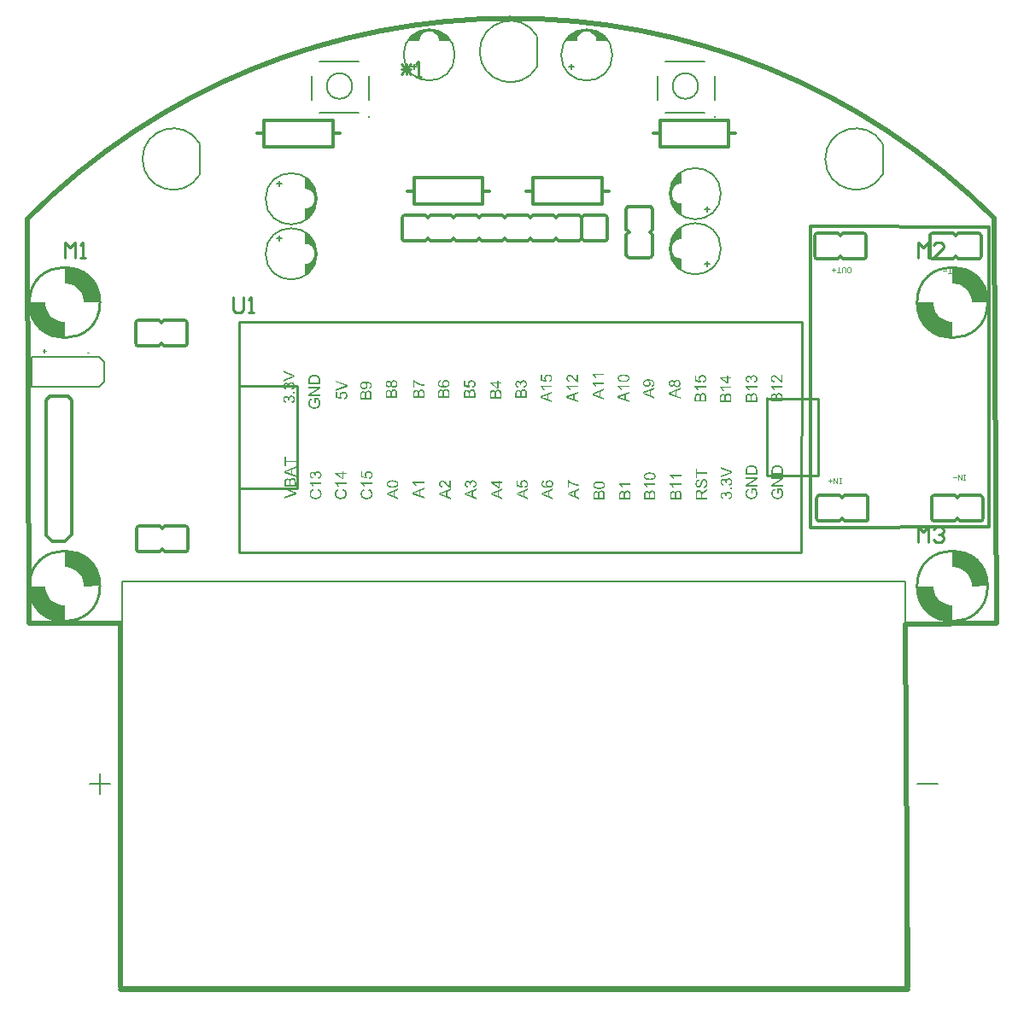
<source format=gto>
G04*
G04 #@! TF.GenerationSoftware,Altium Limited,Altium Designer,23.6.0 (18)*
G04*
G04 Layer_Color=65535*
%FSLAX44Y44*%
%MOMM*%
G71*
G04*
G04 #@! TF.SameCoordinates,D83645A9-EAB1-4845-A107-50581717B435*
G04*
G04*
G04 #@! TF.FilePolarity,Positive*
G04*
G01*
G75*
%ADD10C,0.1778*%
%ADD11C,0.3000*%
%ADD12C,0.1524*%
%ADD13C,0.5000*%
%ADD14C,0.2540*%
%ADD15C,0.2000*%
%ADD16C,0.1270*%
%ADD17C,0.1000*%
G36*
X647446Y1202436D02*
X653796Y1200658D01*
X657606Y1198372D01*
X660146Y1196340D01*
X662432Y1193292D01*
X664210Y1191260D01*
X652272D01*
Y1193038D01*
X651510Y1195578D01*
X650494Y1197102D01*
X648716Y1198626D01*
X646938Y1199896D01*
X645160Y1200658D01*
X642620Y1200912D01*
X640080Y1200658D01*
X637794Y1199896D01*
X635762Y1198626D01*
X634492Y1196848D01*
X633476Y1194308D01*
X632968Y1191260D01*
X621284D01*
X622554Y1193800D01*
X627380Y1198118D01*
X632460Y1201166D01*
X640334Y1202944D01*
X647446Y1202436D01*
D02*
G37*
G36*
X521970Y1055116D02*
X526288Y1050290D01*
X529336Y1045210D01*
X531114Y1037336D01*
X530606Y1030224D01*
X528828Y1023874D01*
X526542Y1020064D01*
X524510Y1017524D01*
X521462Y1015238D01*
X519430Y1013460D01*
Y1025398D01*
X521208D01*
X523748Y1026160D01*
X525272Y1027176D01*
X526796Y1028954D01*
X528066Y1030732D01*
X528828Y1032510D01*
X529082Y1035050D01*
X528828Y1037590D01*
X528066Y1039876D01*
X526796Y1041908D01*
X525018Y1043178D01*
X522478Y1044194D01*
X519430Y1044702D01*
Y1056386D01*
X521970Y1055116D01*
D02*
G37*
G36*
Y1000506D02*
X526288Y995680D01*
X529336Y990600D01*
X531114Y982726D01*
X530606Y975614D01*
X528828Y969264D01*
X526542Y965454D01*
X524510Y962914D01*
X521462Y960628D01*
X519430Y958850D01*
Y970788D01*
X521208D01*
X523748Y971550D01*
X525272Y972566D01*
X526796Y974344D01*
X528066Y976122D01*
X528828Y977900D01*
X529082Y980440D01*
X528828Y982980D01*
X528066Y985266D01*
X526796Y987298D01*
X525018Y988568D01*
X522478Y989584D01*
X519430Y990092D01*
Y1001776D01*
X521970Y1000506D01*
D02*
G37*
G36*
X288143Y966593D02*
X292575Y965406D01*
X296813Y963650D01*
X300787Y961356D01*
X304427Y958563D01*
X307671Y955319D01*
X310464Y951679D01*
X312758Y947706D01*
X314514Y943467D01*
X315702Y939035D01*
X316301Y934487D01*
X316301Y932193D01*
X316301D01*
X316301Y932193D01*
Y932193D01*
X300350Y932140D01*
X300258Y934007D01*
X299530Y937670D01*
X298101Y941120D01*
X296026Y944225D01*
X293385Y946866D01*
X290280Y948941D01*
X286830Y950370D01*
X283167Y951098D01*
X281300Y951190D01*
X281300Y951190D01*
X281300Y967192D01*
X283594Y967192D01*
X288143Y966593D01*
D02*
G37*
G36*
X262342Y930273D02*
X263070Y926610D01*
X264499Y923160D01*
X266574Y920055D01*
X269215Y917414D01*
X272320Y915339D01*
X275770Y913910D01*
X279433Y913182D01*
X281300Y913090D01*
Y913090D01*
Y897088D01*
X279006Y897088D01*
X274457Y897687D01*
X270025Y898874D01*
X265787Y900630D01*
X261813Y902924D01*
X258173Y905717D01*
X254929Y908961D01*
X252136Y912601D01*
X249842Y916574D01*
X248086Y920813D01*
X246898Y925245D01*
X246299Y929793D01*
X246299Y932087D01*
X246299D01*
X246299Y932087D01*
Y932087D01*
X262250Y932140D01*
X262342Y930273D01*
D02*
G37*
G36*
X316301Y650923D02*
Y650923D01*
X316301D01*
X316301Y650923D01*
D02*
G37*
G36*
X288143Y685323D02*
X292575Y684136D01*
X296813Y682380D01*
X300787Y680086D01*
X304427Y677293D01*
X307671Y674049D01*
X310464Y670409D01*
X312758Y666436D01*
X314514Y662197D01*
X315702Y657765D01*
X316301Y653217D01*
X316301Y650923D01*
X300350Y650870D01*
X300258Y652737D01*
X299530Y656400D01*
X298101Y659850D01*
X296026Y662955D01*
X293385Y665596D01*
X290280Y667671D01*
X286830Y669100D01*
X283167Y669828D01*
X281300Y669920D01*
X281300Y669920D01*
X281300Y685922D01*
X283594Y685922D01*
X288143Y685323D01*
D02*
G37*
G36*
X246299Y650817D02*
X246299D01*
X246299Y650817D01*
Y650817D01*
D02*
G37*
G36*
X262342Y649003D02*
X263070Y645340D01*
X264499Y641890D01*
X266574Y638785D01*
X269215Y636144D01*
X272320Y634069D01*
X275770Y632640D01*
X279433Y631912D01*
X281300Y631820D01*
Y631820D01*
Y615818D01*
X279006Y615818D01*
X274457Y616417D01*
X270025Y617604D01*
X265787Y619360D01*
X261813Y621654D01*
X258173Y624447D01*
X254929Y627691D01*
X252136Y631331D01*
X249842Y635304D01*
X248086Y639543D01*
X246898Y643975D01*
X246299Y648523D01*
X246299Y650817D01*
X262250Y650870D01*
X262342Y649003D01*
D02*
G37*
G36*
X1168143Y685323D02*
X1172574Y684136D01*
X1176813Y682380D01*
X1180787Y680086D01*
X1184427Y677293D01*
X1187671Y674049D01*
X1190464Y670409D01*
X1192758Y666436D01*
X1194514Y662197D01*
X1195702Y657765D01*
X1196301Y653217D01*
X1196301Y650923D01*
X1196301D01*
X1196301Y650923D01*
Y650923D01*
X1180350Y650870D01*
X1180258Y652737D01*
X1179530Y656400D01*
X1178101Y659850D01*
X1176026Y662955D01*
X1173385Y665596D01*
X1170280Y667671D01*
X1166830Y669100D01*
X1163167Y669828D01*
X1161300Y669920D01*
X1161300Y669920D01*
X1161300Y685922D01*
X1163594Y685922D01*
X1168143Y685323D01*
D02*
G37*
G36*
X1142342Y649003D02*
X1143070Y645340D01*
X1144499Y641890D01*
X1146574Y638785D01*
X1149215Y636144D01*
X1152320Y634069D01*
X1155770Y632640D01*
X1159433Y631912D01*
X1161300Y631820D01*
Y631820D01*
Y615818D01*
X1159006Y615818D01*
X1154457Y616417D01*
X1150025Y617604D01*
X1145787Y619360D01*
X1141813Y621654D01*
X1138173Y624447D01*
X1134929Y627691D01*
X1132136Y631331D01*
X1129842Y635304D01*
X1128086Y639543D01*
X1126898Y643975D01*
X1126299Y648523D01*
X1126299Y650817D01*
X1126299D01*
X1126299Y650817D01*
Y650817D01*
X1142250Y650870D01*
X1142342Y649003D01*
D02*
G37*
G36*
X1168143Y966593D02*
X1172574Y965406D01*
X1176813Y963650D01*
X1180787Y961356D01*
X1184427Y958563D01*
X1187671Y955319D01*
X1190464Y951679D01*
X1192758Y947706D01*
X1194514Y943467D01*
X1195702Y939035D01*
X1196301Y934487D01*
X1196301Y932193D01*
X1196301D01*
X1196301Y932193D01*
Y932193D01*
X1180350Y932140D01*
X1180258Y934007D01*
X1179530Y937670D01*
X1178101Y941120D01*
X1176026Y944225D01*
X1173385Y946866D01*
X1170280Y948941D01*
X1166830Y950370D01*
X1163167Y951098D01*
X1161300Y951190D01*
X1161300Y951190D01*
X1161300Y967192D01*
X1163594Y967192D01*
X1168143Y966593D01*
D02*
G37*
G36*
X1142342Y930273D02*
X1143070Y926610D01*
X1144499Y923160D01*
X1146574Y920055D01*
X1149215Y917414D01*
X1152320Y915339D01*
X1155770Y913910D01*
X1159433Y913182D01*
X1161300Y913090D01*
Y913090D01*
Y897088D01*
X1159006Y897088D01*
X1154457Y897687D01*
X1150025Y898874D01*
X1145787Y900630D01*
X1141813Y902924D01*
X1138173Y905717D01*
X1134929Y908961D01*
X1132136Y912601D01*
X1129842Y916574D01*
X1128086Y920813D01*
X1126898Y925245D01*
X1126299Y929793D01*
X1126299Y932087D01*
X1126299D01*
X1126299Y932087D01*
Y932087D01*
X1142250Y932140D01*
X1142342Y930273D01*
D02*
G37*
G36*
X892810Y964184D02*
Y975868D01*
X889762Y976376D01*
X887222Y977392D01*
X885444Y978662D01*
X884174Y980694D01*
X883412Y982980D01*
X883158Y985520D01*
X883412Y988060D01*
X884174Y989838D01*
X885444Y991616D01*
X886968Y993394D01*
X888492Y994410D01*
X891032Y995172D01*
X892810D01*
Y1007110D01*
X890778Y1005332D01*
X887730Y1003046D01*
X885698Y1000506D01*
X883412Y996696D01*
X881634Y990346D01*
X881126Y983234D01*
X882904Y975360D01*
X885952Y970280D01*
X890270Y965454D01*
X892810Y964184D01*
D02*
G37*
G36*
Y1018794D02*
Y1030478D01*
X889762Y1030986D01*
X887222Y1032002D01*
X885444Y1033272D01*
X884174Y1035304D01*
X883412Y1037590D01*
X883158Y1040130D01*
X883412Y1042670D01*
X884174Y1044448D01*
X885444Y1046226D01*
X886968Y1048004D01*
X888492Y1049020D01*
X891032Y1049782D01*
X892810D01*
Y1061720D01*
X890778Y1059942D01*
X887730Y1057656D01*
X885698Y1055116D01*
X883412Y1051306D01*
X881634Y1044956D01*
X881126Y1037844D01*
X882904Y1029970D01*
X885952Y1024890D01*
X890270Y1020064D01*
X892810Y1018794D01*
D02*
G37*
G36*
X777494Y1191260D02*
X789178D01*
X789686Y1194308D01*
X790702Y1196848D01*
X791972Y1198626D01*
X794004Y1199896D01*
X796290Y1200658D01*
X798830Y1200912D01*
X801370Y1200658D01*
X803148Y1199896D01*
X804926Y1198626D01*
X806704Y1197102D01*
X807720Y1195578D01*
X808482Y1193038D01*
Y1191260D01*
X820420D01*
X818642Y1193292D01*
X816356Y1196340D01*
X813816Y1198372D01*
X810006Y1200658D01*
X803656Y1202436D01*
X796544Y1202944D01*
X788670Y1201166D01*
X783590Y1198118D01*
X778764Y1193800D01*
X777494Y1191260D01*
D02*
G37*
G36*
X305943Y881380D02*
X303530D01*
Y882610D01*
X305943D01*
Y881380D01*
D02*
G37*
G36*
X261872Y884181D02*
X263555D01*
Y883035D01*
X261872D01*
Y881380D01*
X260753D01*
Y883035D01*
X259080D01*
Y884181D01*
X260753D01*
Y885836D01*
X261872D01*
Y884181D01*
D02*
G37*
G36*
X561396Y850456D02*
Y848876D01*
X550007Y844465D01*
Y846111D01*
X558286Y849073D01*
X558302D01*
X558335Y849090D01*
X558385Y849106D01*
X558450Y849139D01*
X558549Y849156D01*
X558648Y849189D01*
X558895Y849271D01*
X559174Y849370D01*
X559487Y849469D01*
X560146Y849666D01*
X560129D01*
X560096Y849682D01*
X560047Y849699D01*
X559981Y849715D01*
X559800Y849765D01*
X559553Y849847D01*
X559273Y849929D01*
X558960Y850028D01*
X558631Y850143D01*
X558286Y850275D01*
X550007Y853369D01*
Y854900D01*
X561396Y850456D01*
D02*
G37*
G36*
X557808Y843757D02*
X557940Y843741D01*
X558088Y843724D01*
X558269Y843691D01*
X558450Y843658D01*
X558878Y843560D01*
X559323Y843395D01*
X559553Y843296D01*
X559767Y843165D01*
X559997Y843033D01*
X560211Y842868D01*
X560228Y842852D01*
X560277Y842819D01*
X560343Y842753D01*
X560425Y842671D01*
X560524Y842556D01*
X560656Y842424D01*
X560771Y842259D01*
X560903Y842078D01*
X561034Y841881D01*
X561150Y841650D01*
X561265Y841403D01*
X561380Y841140D01*
X561462Y840860D01*
X561528Y840548D01*
X561577Y840218D01*
X561594Y839873D01*
Y839725D01*
X561577Y839609D01*
X561561Y839478D01*
X561545Y839330D01*
X561528Y839148D01*
X561479Y838968D01*
X561380Y838556D01*
X561232Y838145D01*
X561133Y837931D01*
X561018Y837717D01*
X560886Y837519D01*
X560738Y837322D01*
X560722Y837305D01*
X560705Y837272D01*
X560639Y837239D01*
X560574Y837173D01*
X560491Y837091D01*
X560392Y837009D01*
X560261Y836910D01*
X560113Y836828D01*
X559964Y836729D01*
X559784Y836630D01*
X559389Y836449D01*
X558928Y836301D01*
X558681Y836252D01*
X558417Y836219D01*
X558302Y837684D01*
X558319D01*
X558352D01*
X558401Y837700D01*
X558483Y837717D01*
X558664Y837766D01*
X558911Y837832D01*
X559158Y837931D01*
X559438Y838062D01*
X559685Y838227D01*
X559915Y838424D01*
X559932Y838457D01*
X559997Y838523D01*
X560080Y838655D01*
X560178Y838836D01*
X560277Y839033D01*
X560360Y839280D01*
X560425Y839560D01*
X560442Y839873D01*
Y839971D01*
X560425Y840037D01*
X560409Y840235D01*
X560343Y840465D01*
X560261Y840745D01*
X560129Y841025D01*
X559932Y841321D01*
X559816Y841453D01*
X559685Y841584D01*
X559668Y841601D01*
X559652Y841617D01*
X559602Y841650D01*
X559553Y841700D01*
X559372Y841815D01*
X559142Y841947D01*
X558862Y842062D01*
X558516Y842177D01*
X558105Y842259D01*
X557891Y842292D01*
X557660D01*
X557644D01*
X557611D01*
X557545D01*
X557463Y842276D01*
X557364D01*
X557249Y842259D01*
X556985Y842210D01*
X556673Y842128D01*
X556360Y842012D01*
X556064Y841848D01*
X555784Y841617D01*
X555767D01*
X555751Y841584D01*
X555669Y841502D01*
X555554Y841354D01*
X555422Y841157D01*
X555307Y840893D01*
X555191Y840597D01*
X555109Y840251D01*
X555076Y840054D01*
Y839741D01*
X555093Y839609D01*
X555109Y839445D01*
X555159Y839247D01*
X555208Y839050D01*
X555290Y838836D01*
X555389Y838622D01*
X555405Y838605D01*
X555438Y838540D01*
X555521Y838441D01*
X555603Y838309D01*
X555718Y838177D01*
X555866Y838046D01*
X556014Y837898D01*
X556195Y837782D01*
X556014Y836466D01*
X550155Y837569D01*
Y843230D01*
X551488D01*
Y838671D01*
X554566Y838062D01*
X554549Y838079D01*
X554533Y838112D01*
X554500Y838161D01*
X554451Y838243D01*
X554401Y838342D01*
X554336Y838457D01*
X554204Y838721D01*
X554072Y839050D01*
X553957Y839412D01*
X553875Y839807D01*
X553842Y840004D01*
Y840367D01*
X553858Y840465D01*
X553875Y840597D01*
X553891Y840745D01*
X553924Y840910D01*
X553973Y841091D01*
X554089Y841486D01*
X554171Y841700D01*
X554286Y841914D01*
X554401Y842128D01*
X554533Y842342D01*
X554698Y842539D01*
X554879Y842737D01*
X554895Y842753D01*
X554928Y842786D01*
X554977Y842835D01*
X555060Y842901D01*
X555175Y842983D01*
X555290Y843066D01*
X555438Y843165D01*
X555603Y843263D01*
X555784Y843346D01*
X555981Y843444D01*
X556212Y843527D01*
X556442Y843609D01*
X556689Y843675D01*
X556969Y843724D01*
X557249Y843757D01*
X557545Y843774D01*
X557561D01*
X557611D01*
X557693D01*
X557808Y843757D01*
D02*
G37*
G36*
X580144Y853797D02*
X580358D01*
X580605Y853781D01*
X580852Y853748D01*
X581412Y853699D01*
X582004Y853616D01*
X582564Y853501D01*
X582844Y853419D01*
X583091Y853336D01*
X583107D01*
X583140Y853320D01*
X583206Y853287D01*
X583304Y853254D01*
X583403Y853205D01*
X583535Y853139D01*
X583815Y852974D01*
X584128Y852777D01*
X584457Y852546D01*
X584769Y852250D01*
X585049Y851921D01*
Y851904D01*
X585082Y851871D01*
X585115Y851822D01*
X585148Y851756D01*
X585197Y851657D01*
X585263Y851559D01*
X585329Y851427D01*
X585378Y851295D01*
X585510Y850983D01*
X585625Y850604D01*
X585691Y850193D01*
X585724Y849732D01*
Y849600D01*
X585708Y849518D01*
Y849403D01*
X585691Y849271D01*
X585625Y848958D01*
X585543Y848613D01*
X585411Y848251D01*
X585230Y847888D01*
X585115Y847707D01*
X584983Y847543D01*
X584967Y847526D01*
X584950Y847510D01*
X584901Y847460D01*
X584852Y847411D01*
X584769Y847345D01*
X584671Y847263D01*
X584440Y847098D01*
X584144Y846934D01*
X583782Y846769D01*
X583370Y846637D01*
X582893Y846539D01*
X582778Y847888D01*
X582794D01*
X582827Y847905D01*
X582860D01*
X582926Y847921D01*
X583107Y847971D01*
X583304Y848036D01*
X583535Y848119D01*
X583765Y848234D01*
X583979Y848366D01*
X584160Y848530D01*
X584177Y848547D01*
X584226Y848613D01*
X584292Y848728D01*
X584358Y848859D01*
X584440Y849041D01*
X584506Y849255D01*
X584555Y849501D01*
X584572Y849765D01*
Y849880D01*
X584555Y849995D01*
X584539Y850143D01*
X584506Y850324D01*
X584457Y850505D01*
X584391Y850703D01*
X584292Y850884D01*
X584276Y850900D01*
X584243Y850966D01*
X584177Y851065D01*
X584078Y851164D01*
X583963Y851295D01*
X583831Y851427D01*
X583683Y851559D01*
X583502Y851690D01*
X583485Y851707D01*
X583403Y851740D01*
X583288Y851806D01*
X583140Y851871D01*
X582942Y851954D01*
X582712Y852036D01*
X582449Y852118D01*
X582152Y852201D01*
X582136D01*
X582119Y852217D01*
X582070D01*
X582004Y852234D01*
X581840Y852266D01*
X581626Y852316D01*
X581362Y852349D01*
X581082Y852382D01*
X580770Y852398D01*
X580441Y852415D01*
X580424D01*
X580375D01*
X580293D01*
X580161D01*
X580194Y852398D01*
X580276Y852332D01*
X580391Y852234D01*
X580556Y852118D01*
X580720Y851954D01*
X580901Y851756D01*
X581082Y851526D01*
X581247Y851263D01*
X581264Y851230D01*
X581313Y851131D01*
X581379Y850983D01*
X581445Y850802D01*
X581527Y850555D01*
X581593Y850291D01*
X581642Y849995D01*
X581659Y849682D01*
Y849551D01*
X581642Y849452D01*
X581626Y849320D01*
X581609Y849189D01*
X581576Y849024D01*
X581527Y848859D01*
X581412Y848481D01*
X581329Y848283D01*
X581231Y848086D01*
X581115Y847872D01*
X580967Y847674D01*
X580819Y847477D01*
X580638Y847296D01*
X580622Y847279D01*
X580589Y847246D01*
X580539Y847214D01*
X580457Y847148D01*
X580342Y847065D01*
X580227Y846983D01*
X580079Y846901D01*
X579914Y846818D01*
X579733Y846720D01*
X579535Y846637D01*
X579305Y846555D01*
X579075Y846473D01*
X578811Y846407D01*
X578531Y846374D01*
X578251Y846341D01*
X577939Y846325D01*
X577922D01*
X577856D01*
X577774D01*
X577659Y846341D01*
X577511Y846358D01*
X577330Y846374D01*
X577149Y846407D01*
X576935Y846456D01*
X576507Y846572D01*
X576276Y846654D01*
X576030Y846753D01*
X575799Y846868D01*
X575585Y847016D01*
X575355Y847164D01*
X575157Y847345D01*
X575141Y847362D01*
X575108Y847395D01*
X575058Y847444D01*
X574993Y847526D01*
X574910Y847625D01*
X574812Y847757D01*
X574729Y847888D01*
X574614Y848053D01*
X574515Y848218D01*
X574433Y848415D01*
X574252Y848859D01*
X574186Y849090D01*
X574137Y849353D01*
X574104Y849617D01*
X574087Y849896D01*
Y850012D01*
X574104Y850094D01*
Y850176D01*
X574120Y850291D01*
X574170Y850571D01*
X574235Y850884D01*
X574351Y851230D01*
X574499Y851575D01*
X574696Y851921D01*
Y851937D01*
X574729Y851954D01*
X574762Y852003D01*
X574812Y852069D01*
X574943Y852234D01*
X575124Y852448D01*
X575371Y852662D01*
X575667Y852908D01*
X576013Y853122D01*
X576408Y853320D01*
X576425D01*
X576457Y853336D01*
X576523Y853369D01*
X576606Y853402D01*
X576721Y853435D01*
X576869Y853484D01*
X577034Y853517D01*
X577215Y853567D01*
X577429Y853616D01*
X577676Y853666D01*
X577939Y853699D01*
X578219Y853731D01*
X578531Y853764D01*
X578861Y853797D01*
X579223Y853814D01*
X579601D01*
X579618D01*
X579700D01*
X579815D01*
X579963D01*
X580144Y853797D01*
D02*
G37*
G36*
X582514Y844810D02*
X582712Y844778D01*
X582942Y844745D01*
X583189Y844679D01*
X583453Y844596D01*
X583716Y844481D01*
X583749Y844465D01*
X583831Y844416D01*
X583946Y844350D01*
X584111Y844251D01*
X584276Y844119D01*
X584457Y843988D01*
X584638Y843823D01*
X584786Y843642D01*
X584802Y843625D01*
X584852Y843560D01*
X584917Y843444D01*
X584983Y843296D01*
X585082Y843115D01*
X585181Y842901D01*
X585263Y842671D01*
X585345Y842391D01*
Y842358D01*
X585378Y842259D01*
X585395Y842095D01*
X585428Y841881D01*
X585461Y841617D01*
X585494Y841305D01*
X585510Y840959D01*
X585527Y840564D01*
Y836219D01*
X574137D01*
Y840696D01*
X574153Y840811D01*
Y840943D01*
X574186Y841239D01*
X574219Y841568D01*
X574285Y841914D01*
X574367Y842259D01*
X574482Y842572D01*
Y842589D01*
X574499Y842605D01*
X574548Y842704D01*
X574631Y842852D01*
X574746Y843016D01*
X574894Y843214D01*
X575075Y843428D01*
X575305Y843625D01*
X575552Y843807D01*
X575585Y843823D01*
X575684Y843872D01*
X575816Y843955D01*
X576013Y844037D01*
X576244Y844119D01*
X576490Y844202D01*
X576770Y844251D01*
X577050Y844267D01*
X577083D01*
X577165D01*
X577313Y844251D01*
X577494Y844218D01*
X577708Y844169D01*
X577939Y844086D01*
X578169Y843988D01*
X578416Y843856D01*
X578449Y843839D01*
X578515Y843790D01*
X578647Y843691D01*
X578778Y843560D01*
X578943Y843395D01*
X579124Y843197D01*
X579288Y842951D01*
X579453Y842671D01*
Y842687D01*
X579469Y842720D01*
X579486Y842770D01*
X579519Y842835D01*
X579585Y843033D01*
X579700Y843263D01*
X579848Y843510D01*
X580029Y843790D01*
X580243Y844037D01*
X580506Y844267D01*
X580539Y844284D01*
X580638Y844350D01*
X580786Y844448D01*
X580984Y844547D01*
X581247Y844646D01*
X581527Y844745D01*
X581856Y844810D01*
X582218Y844827D01*
X582235D01*
X582251D01*
X582350D01*
X582514Y844810D01*
D02*
G37*
G36*
X607931Y855067D02*
X608046Y855051D01*
X608194Y855034D01*
X608359Y855001D01*
X608540Y854952D01*
X608918Y854837D01*
X609132Y854754D01*
X609330Y854639D01*
X609544Y854524D01*
X609741Y854392D01*
X609939Y854228D01*
X610136Y854047D01*
X610153Y854030D01*
X610186Y853997D01*
X610235Y853948D01*
X610285Y853866D01*
X610367Y853751D01*
X610449Y853635D01*
X610532Y853487D01*
X610630Y853323D01*
X610729Y853141D01*
X610811Y852927D01*
X610894Y852697D01*
X610976Y852467D01*
X611025Y852203D01*
X611075Y851924D01*
X611107Y851644D01*
X611124Y851331D01*
Y851166D01*
X611107Y851051D01*
X611091Y850903D01*
X611075Y850739D01*
X611042Y850557D01*
X610992Y850360D01*
X610877Y849915D01*
X610795Y849685D01*
X610713Y849471D01*
X610597Y849241D01*
X610466Y849010D01*
X610317Y848796D01*
X610136Y848599D01*
X610120Y848582D01*
X610087Y848549D01*
X610038Y848500D01*
X609955Y848434D01*
X609857Y848368D01*
X609741Y848270D01*
X609610Y848187D01*
X609445Y848089D01*
X609281Y847990D01*
X609083Y847907D01*
X608672Y847743D01*
X608425Y847677D01*
X608178Y847628D01*
X607915Y847595D01*
X607651Y847578D01*
X607635D01*
X607602D01*
X607536D01*
X607470Y847595D01*
X607371D01*
X607256Y847611D01*
X606993Y847644D01*
X606697Y847710D01*
X606400Y847809D01*
X606087Y847957D01*
X605791Y848138D01*
X605775D01*
X605758Y848171D01*
X605676Y848237D01*
X605544Y848368D01*
X605380Y848549D01*
X605215Y848780D01*
X605034Y849060D01*
X604886Y849372D01*
X604771Y849751D01*
Y849734D01*
X604754Y849718D01*
X604738Y849669D01*
X604705Y849603D01*
X604639Y849455D01*
X604540Y849257D01*
X604409Y849043D01*
X604244Y848829D01*
X604063Y848632D01*
X603866Y848451D01*
X603833Y848434D01*
X603767Y848385D01*
X603635Y848319D01*
X603470Y848253D01*
X603256Y848171D01*
X603010Y848105D01*
X602730Y848056D01*
X602434Y848039D01*
X602417D01*
X602384D01*
X602318D01*
X602220Y848056D01*
X602121Y848072D01*
X601989Y848089D01*
X601709Y848154D01*
X601380Y848253D01*
X601035Y848418D01*
X600854Y848516D01*
X600672Y848632D01*
X600508Y848780D01*
X600343Y848928D01*
X600327Y848944D01*
X600310Y848977D01*
X600261Y849027D01*
X600212Y849092D01*
X600146Y849175D01*
X600080Y849290D01*
X599998Y849422D01*
X599915Y849553D01*
X599833Y849718D01*
X599751Y849899D01*
X599685Y850097D01*
X599619Y850311D01*
X599520Y850771D01*
X599504Y851035D01*
X599487Y851298D01*
Y851446D01*
X599504Y851545D01*
X599520Y851677D01*
X599537Y851825D01*
X599553Y851989D01*
X599603Y852154D01*
X599701Y852549D01*
X599849Y852944D01*
X599948Y853141D01*
X600063Y853339D01*
X600212Y853520D01*
X600360Y853701D01*
X600376Y853718D01*
X600393Y853734D01*
X600442Y853783D01*
X600508Y853849D01*
X600607Y853915D01*
X600705Y853997D01*
X600952Y854162D01*
X601265Y854327D01*
X601627Y854475D01*
X602038Y854590D01*
X602253Y854606D01*
X602483Y854623D01*
X602499D01*
X602516D01*
X602615D01*
X602763Y854606D01*
X602944Y854573D01*
X603174Y854524D01*
X603405Y854442D01*
X603635Y854343D01*
X603866Y854195D01*
X603898Y854178D01*
X603964Y854113D01*
X604063Y854014D01*
X604195Y853882D01*
X604343Y853701D01*
X604491Y853487D01*
X604639Y853240D01*
X604771Y852944D01*
Y852960D01*
X604787Y852993D01*
X604804Y853043D01*
X604837Y853109D01*
X604919Y853306D01*
X605034Y853537D01*
X605199Y853783D01*
X605380Y854047D01*
X605610Y854294D01*
X605873Y854524D01*
X605890D01*
X605906Y854540D01*
X606005Y854606D01*
X606170Y854705D01*
X606384Y854804D01*
X606647Y854903D01*
X606960Y855001D01*
X607305Y855067D01*
X607684Y855084D01*
X607701D01*
X607750D01*
X607832D01*
X607931Y855067D01*
D02*
G37*
G36*
X607915Y846080D02*
X608112Y846048D01*
X608342Y846015D01*
X608589Y845949D01*
X608853Y845866D01*
X609116Y845751D01*
X609149Y845735D01*
X609231Y845686D01*
X609346Y845620D01*
X609511Y845521D01*
X609676Y845389D01*
X609857Y845257D01*
X610038Y845093D01*
X610186Y844912D01*
X610202Y844895D01*
X610252Y844830D01*
X610317Y844714D01*
X610383Y844566D01*
X610482Y844385D01*
X610581Y844171D01*
X610663Y843941D01*
X610745Y843661D01*
Y843628D01*
X610778Y843529D01*
X610795Y843365D01*
X610828Y843151D01*
X610861Y842887D01*
X610894Y842575D01*
X610910Y842229D01*
X610927Y841834D01*
Y837489D01*
X599537D01*
Y841966D01*
X599553Y842081D01*
Y842213D01*
X599586Y842509D01*
X599619Y842838D01*
X599685Y843184D01*
X599767Y843529D01*
X599882Y843842D01*
Y843858D01*
X599899Y843875D01*
X599948Y843974D01*
X600031Y844122D01*
X600146Y844286D01*
X600294Y844484D01*
X600475Y844698D01*
X600705Y844895D01*
X600952Y845077D01*
X600985Y845093D01*
X601084Y845142D01*
X601216Y845225D01*
X601413Y845307D01*
X601643Y845389D01*
X601890Y845471D01*
X602170Y845521D01*
X602450Y845537D01*
X602483D01*
X602565D01*
X602713Y845521D01*
X602894Y845488D01*
X603108Y845439D01*
X603339Y845356D01*
X603569Y845257D01*
X603816Y845126D01*
X603849Y845109D01*
X603915Y845060D01*
X604047Y844961D01*
X604178Y844830D01*
X604343Y844665D01*
X604524Y844467D01*
X604688Y844221D01*
X604853Y843941D01*
Y843957D01*
X604869Y843990D01*
X604886Y844040D01*
X604919Y844105D01*
X604985Y844303D01*
X605100Y844533D01*
X605248Y844780D01*
X605429Y845060D01*
X605643Y845307D01*
X605906Y845537D01*
X605939Y845554D01*
X606038Y845620D01*
X606186Y845718D01*
X606384Y845817D01*
X606647Y845916D01*
X606927Y846015D01*
X607256Y846080D01*
X607618Y846097D01*
X607635D01*
X607651D01*
X607750D01*
X607915Y846080D01*
D02*
G37*
G36*
X509327Y859912D02*
Y858332D01*
X497937Y853921D01*
Y855567D01*
X506216Y858530D01*
X506232D01*
X506265Y858546D01*
X506315Y858562D01*
X506380Y858595D01*
X506479Y858612D01*
X506578Y858645D01*
X506825Y858727D01*
X507104Y858826D01*
X507417Y858925D01*
X508076Y859122D01*
X508059D01*
X508026Y859138D01*
X507977Y859155D01*
X507911Y859172D01*
X507730Y859221D01*
X507483Y859303D01*
X507203Y859385D01*
X506890Y859484D01*
X506561Y859599D01*
X506216Y859731D01*
X497937Y862825D01*
Y864356D01*
X509327Y859912D01*
D02*
G37*
G36*
X506216Y853131D02*
X506347Y853114D01*
X506496Y853082D01*
X506660Y853049D01*
X506841Y853016D01*
X507236Y852884D01*
X507450Y852785D01*
X507648Y852686D01*
X507862Y852555D01*
X508076Y852407D01*
X508290Y852242D01*
X508487Y852045D01*
X508503Y852028D01*
X508536Y851995D01*
X508586Y851929D01*
X508652Y851847D01*
X508734Y851748D01*
X508816Y851617D01*
X508915Y851469D01*
X508997Y851288D01*
X509096Y851106D01*
X509195Y850892D01*
X509277Y850678D01*
X509359Y850432D01*
X509425Y850168D01*
X509475Y849889D01*
X509507Y849609D01*
X509524Y849296D01*
Y849148D01*
X509507Y849049D01*
X509491Y848917D01*
X509475Y848769D01*
X509442Y848605D01*
X509409Y848424D01*
X509310Y848029D01*
X509145Y847617D01*
X509047Y847403D01*
X508932Y847206D01*
X508783Y847008D01*
X508635Y846811D01*
X508619Y846794D01*
X508586Y846761D01*
X508536Y846712D01*
X508471Y846663D01*
X508388Y846580D01*
X508273Y846498D01*
X508158Y846399D01*
X508010Y846300D01*
X507845Y846202D01*
X507681Y846103D01*
X507285Y845922D01*
X506825Y845774D01*
X506578Y845724D01*
X506315Y845691D01*
X506133Y847090D01*
X506150D01*
X506183Y847107D01*
X506249Y847123D01*
X506331Y847140D01*
X506430Y847156D01*
X506545Y847189D01*
X506792Y847271D01*
X507088Y847387D01*
X507368Y847535D01*
X507631Y847699D01*
X507862Y847897D01*
X507878Y847930D01*
X507944Y847996D01*
X508026Y848127D01*
X508108Y848292D01*
X508207Y848489D01*
X508290Y848736D01*
X508355Y849016D01*
X508372Y849312D01*
Y849411D01*
X508355Y849477D01*
X508339Y849658D01*
X508290Y849889D01*
X508207Y850152D01*
X508092Y850432D01*
X507928Y850711D01*
X507697Y850975D01*
X507664Y851008D01*
X507565Y851090D01*
X507417Y851189D01*
X507220Y851320D01*
X506973Y851452D01*
X506693Y851551D01*
X506364Y851633D01*
X506002Y851666D01*
X505985D01*
X505952D01*
X505903D01*
X505837Y851650D01*
X505656Y851633D01*
X505442Y851584D01*
X505179Y851518D01*
X504915Y851403D01*
X504652Y851238D01*
X504405Y851024D01*
X504372Y850991D01*
X504306Y850909D01*
X504208Y850777D01*
X504092Y850596D01*
X503977Y850366D01*
X503879Y850086D01*
X503813Y849773D01*
X503780Y849428D01*
Y849279D01*
X503796Y849164D01*
X503813Y849016D01*
X503846Y848851D01*
X503879Y848654D01*
X503928Y848440D01*
X502693Y848605D01*
Y848687D01*
X502710Y848753D01*
Y848967D01*
X502677Y849148D01*
X502644Y849362D01*
X502595Y849609D01*
X502512Y849889D01*
X502397Y850152D01*
X502249Y850432D01*
Y850448D01*
X502233Y850464D01*
X502167Y850547D01*
X502052Y850662D01*
X501903Y850794D01*
X501689Y850925D01*
X501442Y851041D01*
X501163Y851123D01*
X500998Y851156D01*
X500817D01*
X500801D01*
X500784D01*
X500685D01*
X500554Y851123D01*
X500373Y851090D01*
X500175Y851024D01*
X499961Y850942D01*
X499747Y850810D01*
X499550Y850629D01*
X499533Y850613D01*
X499467Y850530D01*
X499385Y850415D01*
X499286Y850267D01*
X499204Y850070D01*
X499122Y849839D01*
X499056Y849576D01*
X499039Y849279D01*
Y849148D01*
X499072Y849000D01*
X499105Y848802D01*
X499171Y848588D01*
X499254Y848374D01*
X499385Y848144D01*
X499550Y847930D01*
X499566Y847913D01*
X499649Y847848D01*
X499764Y847749D01*
X499928Y847634D01*
X500142Y847518D01*
X500406Y847403D01*
X500718Y847304D01*
X501080Y847238D01*
X500834Y845839D01*
X500817D01*
X500768Y845856D01*
X500702Y845872D01*
X500603Y845889D01*
X500488Y845922D01*
X500356Y845971D01*
X500043Y846070D01*
X499681Y846235D01*
X499319Y846432D01*
X498974Y846679D01*
X498661Y846992D01*
X498644Y847008D01*
X498628Y847041D01*
X498595Y847090D01*
X498546Y847156D01*
X498480Y847238D01*
X498414Y847354D01*
X498348Y847469D01*
X498266Y847617D01*
X498134Y847946D01*
X498003Y848325D01*
X497920Y848769D01*
X497887Y849000D01*
Y849411D01*
X497904Y849592D01*
X497937Y849806D01*
X497986Y850070D01*
X498068Y850366D01*
X498167Y850662D01*
X498299Y850958D01*
Y850975D01*
X498315Y850991D01*
X498365Y851090D01*
X498463Y851238D01*
X498579Y851403D01*
X498743Y851600D01*
X498924Y851798D01*
X499138Y851995D01*
X499385Y852160D01*
X499418Y852176D01*
X499500Y852226D01*
X499649Y852291D01*
X499829Y852374D01*
X500043Y852456D01*
X500290Y852522D01*
X500570Y852571D01*
X500850Y852588D01*
X500883D01*
X500982D01*
X501113Y852571D01*
X501294Y852538D01*
X501508Y852489D01*
X501739Y852407D01*
X501969Y852308D01*
X502200Y852176D01*
X502233Y852160D01*
X502298Y852111D01*
X502414Y852012D01*
X502545Y851880D01*
X502693Y851715D01*
X502858Y851518D01*
X503006Y851288D01*
X503154Y851008D01*
Y851024D01*
X503171Y851057D01*
X503187Y851106D01*
X503204Y851172D01*
X503270Y851353D01*
X503368Y851584D01*
X503500Y851847D01*
X503665Y852111D01*
X503879Y852357D01*
X504125Y852588D01*
X504158Y852604D01*
X504257Y852670D01*
X504422Y852769D01*
X504636Y852868D01*
X504899Y852966D01*
X505212Y853065D01*
X505574Y853131D01*
X505969Y853147D01*
X505985D01*
X506035D01*
X506117D01*
X506216Y853131D01*
D02*
G37*
G36*
X509327Y842037D02*
X507730D01*
Y843634D01*
X509327D01*
Y842037D01*
D02*
G37*
G36*
X506216Y839848D02*
X506347Y839832D01*
X506496Y839799D01*
X506660Y839766D01*
X506841Y839733D01*
X507236Y839602D01*
X507450Y839503D01*
X507648Y839404D01*
X507862Y839272D01*
X508076Y839124D01*
X508290Y838960D01*
X508487Y838762D01*
X508503Y838746D01*
X508536Y838713D01*
X508586Y838647D01*
X508652Y838565D01*
X508734Y838466D01*
X508816Y838334D01*
X508915Y838186D01*
X508997Y838005D01*
X509096Y837824D01*
X509195Y837610D01*
X509277Y837396D01*
X509359Y837149D01*
X509425Y836886D01*
X509475Y836606D01*
X509507Y836326D01*
X509524Y836013D01*
Y835865D01*
X509507Y835767D01*
X509491Y835635D01*
X509475Y835487D01*
X509442Y835322D01*
X509409Y835141D01*
X509310Y834746D01*
X509145Y834334D01*
X509047Y834121D01*
X508932Y833923D01*
X508783Y833726D01*
X508635Y833528D01*
X508619Y833512D01*
X508586Y833479D01*
X508536Y833429D01*
X508471Y833380D01*
X508388Y833298D01*
X508273Y833215D01*
X508158Y833117D01*
X508010Y833018D01*
X507845Y832919D01*
X507681Y832820D01*
X507285Y832639D01*
X506825Y832491D01*
X506578Y832442D01*
X506315Y832409D01*
X506133Y833808D01*
X506150D01*
X506183Y833824D01*
X506249Y833841D01*
X506331Y833857D01*
X506430Y833874D01*
X506545Y833907D01*
X506792Y833989D01*
X507088Y834104D01*
X507368Y834252D01*
X507631Y834417D01*
X507862Y834614D01*
X507878Y834647D01*
X507944Y834713D01*
X508026Y834845D01*
X508108Y835009D01*
X508207Y835207D01*
X508290Y835454D01*
X508355Y835734D01*
X508372Y836030D01*
Y836129D01*
X508355Y836194D01*
X508339Y836376D01*
X508290Y836606D01*
X508207Y836869D01*
X508092Y837149D01*
X507928Y837429D01*
X507697Y837692D01*
X507664Y837725D01*
X507565Y837807D01*
X507417Y837906D01*
X507220Y838038D01*
X506973Y838169D01*
X506693Y838268D01*
X506364Y838351D01*
X506002Y838383D01*
X505985D01*
X505952D01*
X505903D01*
X505837Y838367D01*
X505656Y838351D01*
X505442Y838301D01*
X505179Y838235D01*
X504915Y838120D01*
X504652Y837956D01*
X504405Y837742D01*
X504372Y837709D01*
X504306Y837626D01*
X504208Y837495D01*
X504092Y837314D01*
X503977Y837083D01*
X503879Y836803D01*
X503813Y836491D01*
X503780Y836145D01*
Y835997D01*
X503796Y835882D01*
X503813Y835734D01*
X503846Y835569D01*
X503879Y835371D01*
X503928Y835157D01*
X502693Y835322D01*
Y835404D01*
X502710Y835470D01*
Y835684D01*
X502677Y835865D01*
X502644Y836079D01*
X502595Y836326D01*
X502512Y836606D01*
X502397Y836869D01*
X502249Y837149D01*
Y837166D01*
X502233Y837182D01*
X502167Y837264D01*
X502052Y837380D01*
X501903Y837511D01*
X501689Y837643D01*
X501442Y837758D01*
X501163Y837840D01*
X500998Y837873D01*
X500817D01*
X500801D01*
X500784D01*
X500685D01*
X500554Y837840D01*
X500373Y837807D01*
X500175Y837742D01*
X499961Y837659D01*
X499747Y837528D01*
X499550Y837347D01*
X499533Y837330D01*
X499467Y837248D01*
X499385Y837133D01*
X499286Y836984D01*
X499204Y836787D01*
X499122Y836556D01*
X499056Y836293D01*
X499039Y835997D01*
Y835865D01*
X499072Y835717D01*
X499105Y835520D01*
X499171Y835306D01*
X499254Y835092D01*
X499385Y834861D01*
X499550Y834647D01*
X499566Y834631D01*
X499649Y834565D01*
X499764Y834466D01*
X499928Y834351D01*
X500142Y834236D01*
X500406Y834121D01*
X500718Y834022D01*
X501080Y833956D01*
X500834Y832557D01*
X500817D01*
X500768Y832573D01*
X500702Y832590D01*
X500603Y832606D01*
X500488Y832639D01*
X500356Y832689D01*
X500043Y832787D01*
X499681Y832952D01*
X499319Y833149D01*
X498974Y833396D01*
X498661Y833709D01*
X498644Y833726D01*
X498628Y833758D01*
X498595Y833808D01*
X498546Y833874D01*
X498480Y833956D01*
X498414Y834071D01*
X498348Y834186D01*
X498266Y834334D01*
X498134Y834664D01*
X498003Y835042D01*
X497920Y835487D01*
X497887Y835717D01*
Y836129D01*
X497904Y836310D01*
X497937Y836524D01*
X497986Y836787D01*
X498068Y837083D01*
X498167Y837380D01*
X498299Y837676D01*
Y837692D01*
X498315Y837709D01*
X498365Y837807D01*
X498463Y837956D01*
X498579Y838120D01*
X498743Y838318D01*
X498924Y838515D01*
X499138Y838713D01*
X499385Y838877D01*
X499418Y838894D01*
X499500Y838943D01*
X499649Y839009D01*
X499829Y839091D01*
X500043Y839174D01*
X500290Y839239D01*
X500570Y839289D01*
X500850Y839305D01*
X500883D01*
X500982D01*
X501113Y839289D01*
X501294Y839256D01*
X501508Y839206D01*
X501739Y839124D01*
X501969Y839025D01*
X502200Y838894D01*
X502233Y838877D01*
X502298Y838828D01*
X502414Y838729D01*
X502545Y838597D01*
X502693Y838433D01*
X502858Y838235D01*
X503006Y838005D01*
X503154Y837725D01*
Y837742D01*
X503171Y837775D01*
X503187Y837824D01*
X503204Y837890D01*
X503270Y838071D01*
X503368Y838301D01*
X503500Y838565D01*
X503665Y838828D01*
X503879Y839075D01*
X504125Y839305D01*
X504158Y839322D01*
X504257Y839388D01*
X504422Y839486D01*
X504636Y839585D01*
X504899Y839684D01*
X505212Y839782D01*
X505574Y839848D01*
X505969Y839865D01*
X505985D01*
X506035D01*
X506117D01*
X506216Y839848D01*
D02*
G37*
G36*
X529057Y860429D02*
X529189D01*
X529502Y860413D01*
X529864Y860363D01*
X530243Y860314D01*
X530638Y860232D01*
X531032Y860133D01*
X531049D01*
X531082Y860116D01*
X531131Y860100D01*
X531197Y860083D01*
X531378Y860018D01*
X531609Y859919D01*
X531872Y859820D01*
X532135Y859688D01*
X532415Y859524D01*
X532678Y859359D01*
X532711Y859343D01*
X532794Y859277D01*
X532909Y859178D01*
X533057Y859046D01*
X533222Y858898D01*
X533386Y858717D01*
X533567Y858536D01*
X533715Y858322D01*
X533732Y858289D01*
X533781Y858223D01*
X533847Y858108D01*
X533929Y857944D01*
X534028Y857746D01*
X534110Y857516D01*
X534209Y857252D01*
X534291Y856956D01*
Y856923D01*
X534308Y856874D01*
X534324Y856824D01*
X534341Y856660D01*
X534374Y856430D01*
X534407Y856166D01*
X534440Y855853D01*
X534456Y855508D01*
X534473Y855129D01*
Y851031D01*
X523083D01*
Y855409D01*
X523099Y855705D01*
X523116Y856034D01*
X523149Y856364D01*
X523198Y856693D01*
X523247Y856973D01*
Y856989D01*
X523264Y857022D01*
Y857071D01*
X523297Y857137D01*
X523346Y857318D01*
X523428Y857549D01*
X523544Y857812D01*
X523692Y858092D01*
X523856Y858372D01*
X524070Y858635D01*
X524087Y858652D01*
X524103Y858668D01*
X524153Y858717D01*
X524202Y858783D01*
X524366Y858948D01*
X524597Y859145D01*
X524877Y859359D01*
X525206Y859590D01*
X525584Y859804D01*
X526012Y859985D01*
X526029D01*
X526062Y860001D01*
X526128Y860034D01*
X526226Y860051D01*
X526342Y860100D01*
X526473Y860133D01*
X526622Y860166D01*
X526802Y860215D01*
X526984Y860265D01*
X527197Y860297D01*
X527658Y860380D01*
X528169Y860429D01*
X528728Y860445D01*
X528745D01*
X528778D01*
X528860D01*
X528942D01*
X529057Y860429D01*
D02*
G37*
G36*
X534473Y846933D02*
X525535Y840974D01*
X534473D01*
Y839526D01*
X523083D01*
Y841073D01*
X532037Y847048D01*
X523083D01*
Y848496D01*
X534473D01*
Y846933D01*
D02*
G37*
G36*
X532909Y837304D02*
X532925Y837271D01*
X532975Y837205D01*
X533041Y837123D01*
X533106Y837024D01*
X533189Y836909D01*
X533287Y836761D01*
X533386Y836613D01*
X533600Y836267D01*
X533831Y835872D01*
X534045Y835461D01*
X534226Y835016D01*
Y835000D01*
X534242Y834967D01*
X534258Y834901D01*
X534291Y834818D01*
X534324Y834703D01*
X534374Y834572D01*
X534407Y834424D01*
X534440Y834275D01*
X534522Y833913D01*
X534604Y833502D01*
X534654Y833057D01*
X534670Y832597D01*
Y832432D01*
X534654Y832317D01*
Y832169D01*
X534637Y831988D01*
X534604Y831790D01*
X534588Y831576D01*
X534489Y831099D01*
X534374Y830589D01*
X534193Y830062D01*
X534094Y829799D01*
X533962Y829535D01*
X533946Y829519D01*
X533929Y829469D01*
X533880Y829404D01*
X533831Y829305D01*
X533748Y829190D01*
X533666Y829074D01*
X533436Y828762D01*
X533139Y828432D01*
X532777Y828087D01*
X532366Y827758D01*
X531888Y827461D01*
X531872D01*
X531823Y827428D01*
X531757Y827395D01*
X531642Y827346D01*
X531526Y827297D01*
X531362Y827247D01*
X531197Y827181D01*
X531000Y827116D01*
X530786Y827050D01*
X530539Y826984D01*
X530292Y826935D01*
X530028Y826885D01*
X529452Y826803D01*
X528843Y826770D01*
X528827D01*
X528761D01*
X528679D01*
X528564Y826786D01*
X528415D01*
X528234Y826803D01*
X528053Y826836D01*
X527839Y826852D01*
X527609Y826902D01*
X527362Y826935D01*
X526835Y827066D01*
X526292Y827231D01*
X525749Y827461D01*
X525733Y827478D01*
X525683Y827494D01*
X525617Y827527D01*
X525519Y827593D01*
X525387Y827659D01*
X525255Y827741D01*
X524943Y827971D01*
X524580Y828251D01*
X524235Y828597D01*
X523889Y828992D01*
X523741Y829222D01*
X523593Y829453D01*
X523577Y829469D01*
X523560Y829519D01*
X523527Y829585D01*
X523478Y829683D01*
X523428Y829815D01*
X523363Y829963D01*
X523297Y830128D01*
X523231Y830325D01*
X523165Y830539D01*
X523116Y830770D01*
X523050Y831016D01*
X523000Y831280D01*
X522918Y831856D01*
X522885Y832152D01*
Y832679D01*
X522902Y832778D01*
Y832909D01*
X522935Y833222D01*
X522984Y833568D01*
X523066Y833930D01*
X523165Y834325D01*
X523297Y834703D01*
Y834720D01*
X523313Y834753D01*
X523330Y834802D01*
X523363Y834868D01*
X523461Y835049D01*
X523577Y835279D01*
X523741Y835526D01*
X523939Y835790D01*
X524153Y836037D01*
X524416Y836267D01*
X524449Y836300D01*
X524548Y836366D01*
X524696Y836464D01*
X524910Y836596D01*
X525173Y836728D01*
X525502Y836876D01*
X525864Y837024D01*
X526276Y837139D01*
X526638Y835773D01*
X526622D01*
X526605Y835757D01*
X526556Y835740D01*
X526490Y835724D01*
X526342Y835674D01*
X526144Y835609D01*
X525914Y835510D01*
X525700Y835395D01*
X525469Y835279D01*
X525272Y835131D01*
X525255Y835115D01*
X525190Y835065D01*
X525107Y834967D01*
X524992Y834852D01*
X524860Y834703D01*
X524729Y834506D01*
X524597Y834292D01*
X524482Y834045D01*
X524465Y834012D01*
X524432Y833930D01*
X524383Y833782D01*
X524317Y833584D01*
X524268Y833354D01*
X524218Y833090D01*
X524185Y832794D01*
X524169Y832481D01*
Y832300D01*
X524185Y832218D01*
Y832119D01*
X524202Y831872D01*
X524251Y831592D01*
X524301Y831280D01*
X524383Y830984D01*
X524498Y830687D01*
X524515Y830654D01*
X524548Y830556D01*
X524630Y830424D01*
X524712Y830259D01*
X524844Y830062D01*
X524976Y829848D01*
X525140Y829650D01*
X525321Y829469D01*
X525338Y829453D01*
X525404Y829387D01*
X525519Y829305D01*
X525650Y829206D01*
X525815Y829091D01*
X526012Y828976D01*
X526226Y828860D01*
X526457Y828745D01*
X526473D01*
X526506Y828729D01*
X526556Y828712D01*
X526638Y828679D01*
X526737Y828646D01*
X526852Y828613D01*
X526984Y828564D01*
X527132Y828531D01*
X527477Y828449D01*
X527872Y828383D01*
X528284Y828334D01*
X528745Y828317D01*
X528761D01*
X528811D01*
X528893D01*
X528992Y828334D01*
X529123D01*
X529288Y828350D01*
X529452Y828366D01*
X529633Y828383D01*
X530045Y828449D01*
X530473Y828531D01*
X530901Y828663D01*
X531312Y828827D01*
X531329D01*
X531362Y828860D01*
X531411Y828877D01*
X531477Y828926D01*
X531658Y829041D01*
X531888Y829222D01*
X532135Y829436D01*
X532382Y829700D01*
X532613Y830013D01*
X532827Y830358D01*
Y830375D01*
X532843Y830407D01*
X532876Y830457D01*
X532909Y830539D01*
X532942Y830621D01*
X532975Y830737D01*
X533074Y831000D01*
X533156Y831329D01*
X533238Y831691D01*
X533304Y832086D01*
X533320Y832498D01*
Y832662D01*
X533304Y832761D01*
Y832860D01*
X533271Y833107D01*
X533238Y833403D01*
X533172Y833716D01*
X533074Y834061D01*
X532958Y834407D01*
Y834424D01*
X532942Y834456D01*
X532925Y834489D01*
X532892Y834555D01*
X532810Y834736D01*
X532711Y834934D01*
X532596Y835164D01*
X532464Y835411D01*
X532316Y835641D01*
X532152Y835839D01*
X530012D01*
Y832481D01*
X528662D01*
Y837320D01*
X532892D01*
X532909Y837304D01*
D02*
G37*
G36*
X736878Y755988D02*
X737010Y755972D01*
X737158Y755955D01*
X737339Y755922D01*
X737520Y755889D01*
X737948Y755791D01*
X738393Y755626D01*
X738623Y755527D01*
X738837Y755396D01*
X739068Y755264D01*
X739281Y755099D01*
X739298Y755083D01*
X739347Y755050D01*
X739413Y754984D01*
X739495Y754902D01*
X739594Y754787D01*
X739726Y754655D01*
X739841Y754490D01*
X739973Y754309D01*
X740104Y754112D01*
X740220Y753881D01*
X740335Y753634D01*
X740450Y753371D01*
X740532Y753091D01*
X740598Y752779D01*
X740648Y752449D01*
X740664Y752104D01*
Y751956D01*
X740648Y751840D01*
X740631Y751709D01*
X740615Y751561D01*
X740598Y751379D01*
X740549Y751199D01*
X740450Y750787D01*
X740302Y750376D01*
X740203Y750162D01*
X740088Y749948D01*
X739956Y749750D01*
X739808Y749553D01*
X739792Y749536D01*
X739775Y749503D01*
X739709Y749470D01*
X739643Y749404D01*
X739561Y749322D01*
X739463Y749240D01*
X739331Y749141D01*
X739183Y749059D01*
X739035Y748960D01*
X738854Y748861D01*
X738458Y748680D01*
X737998Y748532D01*
X737751Y748483D01*
X737487Y748450D01*
X737372Y749915D01*
X737389D01*
X737421D01*
X737471Y749931D01*
X737553Y749948D01*
X737734Y749997D01*
X737981Y750063D01*
X738228Y750162D01*
X738508Y750293D01*
X738755Y750458D01*
X738985Y750655D01*
X739002Y750688D01*
X739068Y750754D01*
X739150Y750886D01*
X739249Y751067D01*
X739347Y751264D01*
X739430Y751511D01*
X739495Y751791D01*
X739512Y752104D01*
Y752203D01*
X739495Y752268D01*
X739479Y752466D01*
X739413Y752696D01*
X739331Y752976D01*
X739199Y753256D01*
X739002Y753552D01*
X738886Y753684D01*
X738755Y753816D01*
X738738Y753832D01*
X738722Y753848D01*
X738672Y753881D01*
X738623Y753931D01*
X738442Y754046D01*
X738212Y754178D01*
X737932Y754293D01*
X737586Y754408D01*
X737175Y754490D01*
X736961Y754523D01*
X736730D01*
X736714D01*
X736681D01*
X736615D01*
X736533Y754507D01*
X736434D01*
X736319Y754490D01*
X736055Y754441D01*
X735743Y754359D01*
X735430Y754243D01*
X735134Y754079D01*
X734854Y753848D01*
X734837D01*
X734821Y753816D01*
X734739Y753733D01*
X734623Y753585D01*
X734492Y753388D01*
X734377Y753124D01*
X734261Y752828D01*
X734179Y752482D01*
X734146Y752285D01*
Y751972D01*
X734163Y751840D01*
X734179Y751676D01*
X734229Y751478D01*
X734278Y751281D01*
X734360Y751067D01*
X734459Y750853D01*
X734475Y750836D01*
X734508Y750771D01*
X734591Y750672D01*
X734673Y750540D01*
X734788Y750408D01*
X734936Y750277D01*
X735084Y750129D01*
X735265Y750013D01*
X735084Y748697D01*
X729225Y749799D01*
Y755461D01*
X730558D01*
Y750902D01*
X733636Y750293D01*
X733620Y750310D01*
X733603Y750343D01*
X733570Y750392D01*
X733521Y750474D01*
X733471Y750573D01*
X733406Y750688D01*
X733274Y750952D01*
X733142Y751281D01*
X733027Y751643D01*
X732945Y752038D01*
X732912Y752235D01*
Y752598D01*
X732928Y752696D01*
X732945Y752828D01*
X732961Y752976D01*
X732994Y753141D01*
X733043Y753322D01*
X733159Y753717D01*
X733241Y753931D01*
X733356Y754145D01*
X733471Y754359D01*
X733603Y754573D01*
X733768Y754770D01*
X733949Y754968D01*
X733965Y754984D01*
X733998Y755017D01*
X734047Y755066D01*
X734130Y755132D01*
X734245Y755214D01*
X734360Y755297D01*
X734508Y755396D01*
X734673Y755494D01*
X734854Y755577D01*
X735051Y755675D01*
X735282Y755758D01*
X735512Y755840D01*
X735759Y755906D01*
X736039Y755955D01*
X736319Y755988D01*
X736615Y756005D01*
X736631D01*
X736681D01*
X736763D01*
X736878Y755988D01*
D02*
G37*
G36*
X740467Y746096D02*
X737010Y744763D01*
Y739990D01*
X740467Y738755D01*
Y737159D01*
X729077Y741504D01*
Y743150D01*
X740467Y747808D01*
Y746096D01*
D02*
G37*
G36*
X663956Y748252D02*
X663940D01*
X663874D01*
X663775D01*
X663643Y748269D01*
X663495Y748285D01*
X663331Y748318D01*
X663166Y748351D01*
X662985Y748417D01*
X662968D01*
X662952Y748433D01*
X662853Y748466D01*
X662705Y748532D01*
X662508Y748631D01*
X662277Y748763D01*
X662014Y748927D01*
X661750Y749108D01*
X661471Y749339D01*
X661454D01*
X661438Y749371D01*
X661339Y749454D01*
X661191Y749602D01*
X660977Y749816D01*
X660730Y750063D01*
X660434Y750376D01*
X660105Y750754D01*
X659759Y751166D01*
X659742Y751182D01*
X659693Y751248D01*
X659611Y751347D01*
X659512Y751462D01*
X659380Y751610D01*
X659232Y751791D01*
X659068Y751972D01*
X658887Y752186D01*
X658492Y752598D01*
X658096Y753009D01*
X657899Y753206D01*
X657701Y753388D01*
X657521Y753552D01*
X657339Y753684D01*
X657323D01*
X657307Y753717D01*
X657257Y753750D01*
X657191Y753783D01*
X657010Y753898D01*
X656796Y754029D01*
X656533Y754145D01*
X656253Y754260D01*
X655940Y754326D01*
X655644Y754359D01*
X655628D01*
X655611D01*
X655512Y754342D01*
X655348Y754326D01*
X655167Y754276D01*
X654936Y754211D01*
X654706Y754095D01*
X654475Y753947D01*
X654245Y753750D01*
X654212Y753717D01*
X654146Y753634D01*
X654064Y753519D01*
X653949Y753338D01*
X653850Y753108D01*
X653751Y752844D01*
X653686Y752532D01*
X653669Y752186D01*
Y752087D01*
X653686Y752021D01*
X653702Y751824D01*
X653751Y751593D01*
X653817Y751347D01*
X653932Y751067D01*
X654081Y750804D01*
X654278Y750557D01*
X654311Y750524D01*
X654393Y750458D01*
X654525Y750359D01*
X654722Y750260D01*
X654953Y750145D01*
X655249Y750046D01*
X655578Y749980D01*
X655957Y749948D01*
X655809Y748516D01*
X655792D01*
X655743Y748532D01*
X655661D01*
X655545Y748549D01*
X655414Y748581D01*
X655266Y748614D01*
X655085Y748664D01*
X654903Y748713D01*
X654508Y748845D01*
X654113Y749042D01*
X653916Y749158D01*
X653718Y749306D01*
X653537Y749454D01*
X653373Y749618D01*
X653356Y749635D01*
X653340Y749668D01*
X653290Y749717D01*
X653241Y749799D01*
X653175Y749898D01*
X653109Y750013D01*
X653027Y750145D01*
X652945Y750310D01*
X652862Y750491D01*
X652780Y750688D01*
X652714Y750902D01*
X652648Y751133D01*
X652599Y751379D01*
X652550Y751643D01*
X652533Y751923D01*
X652517Y752219D01*
Y752384D01*
X652533Y752499D01*
X652550Y752630D01*
X652566Y752795D01*
X652599Y752976D01*
X652632Y753157D01*
X652747Y753585D01*
X652912Y754013D01*
X653011Y754227D01*
X653126Y754441D01*
X653274Y754639D01*
X653439Y754819D01*
X653455Y754836D01*
X653472Y754869D01*
X653537Y754902D01*
X653603Y754968D01*
X653686Y755050D01*
X653801Y755132D01*
X653916Y755214D01*
X654064Y755313D01*
X654377Y755478D01*
X654772Y755642D01*
X654969Y755708D01*
X655200Y755741D01*
X655430Y755774D01*
X655677Y755791D01*
X655710D01*
X655792D01*
X655924Y755774D01*
X656105Y755758D01*
X656302Y755725D01*
X656533Y755659D01*
X656780Y755593D01*
X657027Y755494D01*
X657060Y755478D01*
X657142Y755445D01*
X657274Y755379D01*
X657455Y755280D01*
X657652Y755149D01*
X657899Y754984D01*
X658146Y754787D01*
X658426Y754556D01*
X658459Y754523D01*
X658557Y754441D01*
X658640Y754359D01*
X658722Y754276D01*
X658821Y754178D01*
X658952Y754046D01*
X659084Y753914D01*
X659232Y753750D01*
X659397Y753585D01*
X659578Y753388D01*
X659759Y753174D01*
X659973Y752943D01*
X660187Y752680D01*
X660417Y752417D01*
X660434Y752400D01*
X660467Y752367D01*
X660516Y752301D01*
X660582Y752219D01*
X660681Y752120D01*
X660779Y752005D01*
X660993Y751742D01*
X661240Y751462D01*
X661487Y751199D01*
X661701Y750968D01*
X661783Y750869D01*
X661866Y750787D01*
X661882Y750771D01*
X661932Y750721D01*
X661997Y750655D01*
X662096Y750573D01*
X662211Y750491D01*
X662327Y750392D01*
X662606Y750194D01*
Y755807D01*
X663956D01*
Y748252D01*
D02*
G37*
G36*
Y746096D02*
X660500Y744763D01*
Y739990D01*
X663956Y738755D01*
Y737159D01*
X652566Y741504D01*
Y743150D01*
X663956Y747808D01*
Y746096D01*
D02*
G37*
G36*
X686302Y755906D02*
X686433Y755889D01*
X686581Y755856D01*
X686746Y755824D01*
X686927Y755791D01*
X687322Y755659D01*
X687536Y755560D01*
X687734Y755461D01*
X687948Y755330D01*
X688162Y755182D01*
X688376Y755017D01*
X688573Y754819D01*
X688589Y754803D01*
X688622Y754770D01*
X688672Y754704D01*
X688738Y754622D01*
X688820Y754523D01*
X688902Y754392D01*
X689001Y754243D01*
X689083Y754062D01*
X689182Y753881D01*
X689281Y753667D01*
X689363Y753453D01*
X689445Y753206D01*
X689511Y752943D01*
X689561Y752663D01*
X689594Y752384D01*
X689610Y752071D01*
Y751923D01*
X689594Y751824D01*
X689577Y751692D01*
X689561Y751544D01*
X689528Y751379D01*
X689495Y751199D01*
X689396Y750804D01*
X689231Y750392D01*
X689133Y750178D01*
X689017Y749980D01*
X688869Y749783D01*
X688721Y749585D01*
X688705Y749569D01*
X688672Y749536D01*
X688622Y749487D01*
X688557Y749437D01*
X688474Y749355D01*
X688359Y749273D01*
X688244Y749174D01*
X688096Y749075D01*
X687931Y748977D01*
X687767Y748878D01*
X687372Y748697D01*
X686911Y748549D01*
X686664Y748499D01*
X686401Y748466D01*
X686219Y749865D01*
X686236D01*
X686269Y749882D01*
X686335Y749898D01*
X686417Y749915D01*
X686516Y749931D01*
X686631Y749964D01*
X686878Y750046D01*
X687174Y750162D01*
X687454Y750310D01*
X687717Y750474D01*
X687948Y750672D01*
X687964Y750705D01*
X688030Y750771D01*
X688112Y750902D01*
X688195Y751067D01*
X688293Y751264D01*
X688376Y751511D01*
X688441Y751791D01*
X688458Y752087D01*
Y752186D01*
X688441Y752252D01*
X688425Y752433D01*
X688376Y752663D01*
X688293Y752927D01*
X688178Y753206D01*
X688014Y753486D01*
X687783Y753750D01*
X687750Y753783D01*
X687651Y753865D01*
X687503Y753964D01*
X687306Y754095D01*
X687059Y754227D01*
X686779Y754326D01*
X686450Y754408D01*
X686088Y754441D01*
X686071D01*
X686038D01*
X685989D01*
X685923Y754425D01*
X685742Y754408D01*
X685528Y754359D01*
X685265Y754293D01*
X685001Y754178D01*
X684738Y754013D01*
X684491Y753799D01*
X684458Y753766D01*
X684392Y753684D01*
X684294Y753552D01*
X684178Y753371D01*
X684063Y753141D01*
X683964Y752861D01*
X683899Y752548D01*
X683866Y752203D01*
Y752054D01*
X683882Y751939D01*
X683899Y751791D01*
X683932Y751626D01*
X683964Y751429D01*
X684014Y751215D01*
X682779Y751379D01*
Y751462D01*
X682796Y751528D01*
Y751742D01*
X682763Y751923D01*
X682730Y752137D01*
X682681Y752384D01*
X682598Y752663D01*
X682483Y752927D01*
X682335Y753206D01*
Y753223D01*
X682319Y753239D01*
X682253Y753322D01*
X682138Y753437D01*
X681989Y753569D01*
X681775Y753700D01*
X681528Y753816D01*
X681249Y753898D01*
X681084Y753931D01*
X680903D01*
X680887D01*
X680870D01*
X680771D01*
X680640Y753898D01*
X680459Y753865D01*
X680261Y753799D01*
X680047Y753717D01*
X679833Y753585D01*
X679636Y753404D01*
X679619Y753388D01*
X679553Y753305D01*
X679471Y753190D01*
X679372Y753042D01*
X679290Y752844D01*
X679208Y752614D01*
X679142Y752351D01*
X679126Y752054D01*
Y751923D01*
X679158Y751775D01*
X679191Y751577D01*
X679257Y751363D01*
X679340Y751149D01*
X679471Y750919D01*
X679636Y750705D01*
X679652Y750688D01*
X679734Y750622D01*
X679850Y750524D01*
X680014Y750408D01*
X680228Y750293D01*
X680492Y750178D01*
X680804Y750079D01*
X681166Y750013D01*
X680919Y748614D01*
X680903D01*
X680854Y748631D01*
X680788Y748647D01*
X680689Y748664D01*
X680574Y748697D01*
X680442Y748746D01*
X680129Y748845D01*
X679767Y749009D01*
X679405Y749207D01*
X679060Y749454D01*
X678747Y749766D01*
X678730Y749783D01*
X678714Y749816D01*
X678681Y749865D01*
X678632Y749931D01*
X678566Y750013D01*
X678500Y750129D01*
X678434Y750244D01*
X678352Y750392D01*
X678220Y750721D01*
X678089Y751100D01*
X678006Y751544D01*
X677973Y751775D01*
Y752186D01*
X677990Y752367D01*
X678023Y752581D01*
X678072Y752844D01*
X678154Y753141D01*
X678253Y753437D01*
X678385Y753733D01*
Y753750D01*
X678401Y753766D01*
X678451Y753865D01*
X678549Y754013D01*
X678665Y754178D01*
X678829Y754375D01*
X679010Y754573D01*
X679224Y754770D01*
X679471Y754935D01*
X679504Y754951D01*
X679586Y755001D01*
X679734Y755066D01*
X679915Y755149D01*
X680129Y755231D01*
X680376Y755297D01*
X680656Y755346D01*
X680936Y755363D01*
X680969D01*
X681068D01*
X681199Y755346D01*
X681380Y755313D01*
X681594Y755264D01*
X681825Y755182D01*
X682055Y755083D01*
X682286Y754951D01*
X682319Y754935D01*
X682384Y754885D01*
X682500Y754787D01*
X682631Y754655D01*
X682779Y754490D01*
X682944Y754293D01*
X683092Y754062D01*
X683240Y753783D01*
Y753799D01*
X683257Y753832D01*
X683273Y753881D01*
X683290Y753947D01*
X683355Y754128D01*
X683454Y754359D01*
X683586Y754622D01*
X683751Y754885D01*
X683964Y755132D01*
X684211Y755363D01*
X684244Y755379D01*
X684343Y755445D01*
X684508Y755544D01*
X684722Y755642D01*
X684985Y755741D01*
X685298Y755840D01*
X685660Y755906D01*
X686055Y755922D01*
X686071D01*
X686121D01*
X686203D01*
X686302Y755906D01*
D02*
G37*
G36*
X689413Y746096D02*
X685956Y744763D01*
Y739990D01*
X689413Y738755D01*
Y737159D01*
X678023Y741504D01*
Y743150D01*
X689413Y747808D01*
Y746096D01*
D02*
G37*
G36*
X712532Y754326D02*
X715264D01*
Y752927D01*
X712532D01*
Y747972D01*
X711248D01*
X703874Y753190D01*
Y754326D01*
X711248D01*
Y755873D01*
X712532D01*
Y754326D01*
D02*
G37*
G36*
X715264Y746096D02*
X711808Y744763D01*
Y739990D01*
X715264Y738755D01*
Y737159D01*
X703874Y741504D01*
Y743150D01*
X715264Y747808D01*
Y746096D01*
D02*
G37*
G36*
X908226Y763658D02*
X918267D01*
Y762144D01*
X908226D01*
Y758391D01*
X906877D01*
Y767411D01*
X908226D01*
Y763658D01*
D02*
G37*
G36*
X915403Y757140D02*
X915633Y757107D01*
X915896Y757041D01*
X916176Y756959D01*
X916472Y756827D01*
X916785Y756646D01*
X916802D01*
X916818Y756630D01*
X916917Y756548D01*
X917065Y756432D01*
X917230Y756268D01*
X917427Y756054D01*
X917641Y755791D01*
X917839Y755494D01*
X918020Y755149D01*
Y755132D01*
X918036Y755099D01*
X918053Y755050D01*
X918085Y754984D01*
X918118Y754885D01*
X918168Y754770D01*
X918234Y754507D01*
X918316Y754194D01*
X918398Y753816D01*
X918447Y753404D01*
X918464Y752960D01*
Y752696D01*
X918447Y752565D01*
Y752417D01*
X918431Y752252D01*
X918415Y752054D01*
X918349Y751643D01*
X918283Y751215D01*
X918168Y750787D01*
X918020Y750376D01*
Y750359D01*
X918003Y750326D01*
X917970Y750277D01*
X917937Y750211D01*
X917839Y750013D01*
X917690Y749783D01*
X917493Y749520D01*
X917262Y749240D01*
X916983Y748977D01*
X916670Y748730D01*
X916654D01*
X916621Y748697D01*
X916571Y748680D01*
X916505Y748631D01*
X916423Y748598D01*
X916324Y748549D01*
X916077Y748433D01*
X915765Y748318D01*
X915419Y748219D01*
X915024Y748154D01*
X914613Y748121D01*
X914481Y749536D01*
X914497D01*
X914514D01*
X914563Y749553D01*
X914629D01*
X914777Y749585D01*
X914991Y749635D01*
X915205Y749701D01*
X915452Y749766D01*
X915682Y749882D01*
X915896Y749997D01*
X915913Y750013D01*
X915979Y750063D01*
X916094Y750145D01*
X916209Y750277D01*
X916357Y750441D01*
X916505Y750622D01*
X916654Y750869D01*
X916785Y751133D01*
Y751149D01*
X916802Y751166D01*
X916818Y751215D01*
X916834Y751264D01*
X916884Y751429D01*
X916950Y751643D01*
X917016Y751906D01*
X917065Y752203D01*
X917098Y752532D01*
X917114Y752894D01*
Y753042D01*
X917098Y753206D01*
X917081Y753404D01*
X917048Y753634D01*
X917016Y753898D01*
X916950Y754161D01*
X916868Y754408D01*
X916851Y754441D01*
X916818Y754523D01*
X916752Y754639D01*
X916686Y754787D01*
X916571Y754935D01*
X916456Y755099D01*
X916324Y755264D01*
X916160Y755396D01*
X916143Y755412D01*
X916077Y755445D01*
X915995Y755494D01*
X915863Y755560D01*
X915732Y755626D01*
X915567Y755675D01*
X915386Y755708D01*
X915189Y755725D01*
X915172D01*
X915090D01*
X914991Y755708D01*
X914859Y755692D01*
X914728Y755642D01*
X914563Y755593D01*
X914399Y755511D01*
X914250Y755396D01*
X914234Y755379D01*
X914185Y755330D01*
X914119Y755264D01*
X914020Y755149D01*
X913921Y755017D01*
X913806Y754836D01*
X913691Y754622D01*
X913592Y754375D01*
X913576Y754359D01*
X913559Y754276D01*
X913510Y754145D01*
X913493Y754062D01*
X913460Y753947D01*
X913411Y753832D01*
X913378Y753684D01*
X913329Y753519D01*
X913279Y753322D01*
X913230Y753124D01*
X913164Y752894D01*
X913098Y752630D01*
X913033Y752351D01*
Y752334D01*
X913016Y752285D01*
X912999Y752203D01*
X912967Y752104D01*
X912934Y751972D01*
X912901Y751824D01*
X912802Y751495D01*
X912687Y751133D01*
X912572Y750754D01*
X912456Y750425D01*
X912391Y750277D01*
X912325Y750145D01*
Y750129D01*
X912308Y750112D01*
X912242Y750013D01*
X912160Y749865D01*
X912029Y749701D01*
X911880Y749503D01*
X911699Y749306D01*
X911485Y749108D01*
X911255Y748944D01*
X911222Y748927D01*
X911140Y748878D01*
X911008Y748812D01*
X910843Y748746D01*
X910629Y748680D01*
X910383Y748614D01*
X910119Y748565D01*
X909839Y748549D01*
X909823D01*
X909807D01*
X909757D01*
X909691D01*
X909527Y748581D01*
X909313Y748614D01*
X909066Y748664D01*
X908786Y748746D01*
X908506Y748861D01*
X908226Y749026D01*
X908210D01*
X908194Y749042D01*
X908095Y749125D01*
X907963Y749240D01*
X907798Y749388D01*
X907617Y749585D01*
X907420Y749832D01*
X907239Y750129D01*
X907074Y750458D01*
Y750474D01*
X907058Y750507D01*
X907041Y750557D01*
X907008Y750622D01*
X906975Y750705D01*
X906943Y750820D01*
X906877Y751067D01*
X906811Y751379D01*
X906745Y751742D01*
X906696Y752120D01*
X906679Y752548D01*
Y752762D01*
X906696Y752877D01*
Y752993D01*
X906729Y753305D01*
X906778Y753651D01*
X906860Y754013D01*
X906959Y754408D01*
X907091Y754770D01*
Y754787D01*
X907107Y754819D01*
X907140Y754869D01*
X907173Y754935D01*
X907255Y755099D01*
X907403Y755313D01*
X907568Y755560D01*
X907782Y755807D01*
X908029Y756038D01*
X908309Y756252D01*
X908325D01*
X908342Y756268D01*
X908391Y756301D01*
X908440Y756334D01*
X908605Y756416D01*
X908819Y756515D01*
X909082Y756630D01*
X909395Y756712D01*
X909724Y756795D01*
X910086Y756827D01*
X910201Y755379D01*
X910185D01*
X910152D01*
X910103Y755363D01*
X910020Y755346D01*
X909839Y755297D01*
X909593Y755231D01*
X909329Y755132D01*
X909066Y754984D01*
X908819Y754803D01*
X908588Y754573D01*
X908572Y754540D01*
X908506Y754457D01*
X908407Y754293D01*
X908309Y754079D01*
X908210Y753799D01*
X908111Y753470D01*
X908045Y753058D01*
X908029Y752598D01*
Y752367D01*
X908045Y752268D01*
X908062Y752137D01*
X908095Y751840D01*
X908160Y751511D01*
X908243Y751182D01*
X908374Y750869D01*
X908457Y750738D01*
X908539Y750606D01*
X908556Y750573D01*
X908621Y750507D01*
X908737Y750408D01*
X908868Y750310D01*
X909049Y750194D01*
X909247Y750096D01*
X909477Y750030D01*
X909741Y749997D01*
X909773D01*
X909839D01*
X909955Y750013D01*
X910086Y750046D01*
X910251Y750096D01*
X910415Y750178D01*
X910580Y750277D01*
X910745Y750425D01*
X910761Y750441D01*
X910810Y750524D01*
X910860Y750590D01*
X910893Y750655D01*
X910942Y750754D01*
X911008Y750869D01*
X911057Y751017D01*
X911123Y751182D01*
X911189Y751363D01*
X911271Y751577D01*
X911337Y751807D01*
X911420Y752071D01*
X911485Y752367D01*
X911568Y752696D01*
Y752713D01*
X911584Y752779D01*
X911600Y752877D01*
X911633Y752993D01*
X911666Y753141D01*
X911716Y753322D01*
X911765Y753503D01*
X911814Y753700D01*
X911930Y754128D01*
X912045Y754540D01*
X912111Y754737D01*
X912177Y754918D01*
X912226Y755083D01*
X912292Y755214D01*
Y755231D01*
X912308Y755264D01*
X912341Y755313D01*
X912374Y755379D01*
X912473Y755560D01*
X912605Y755774D01*
X912786Y756021D01*
X912983Y756268D01*
X913214Y756498D01*
X913460Y756696D01*
X913493Y756712D01*
X913576Y756778D01*
X913724Y756844D01*
X913921Y756943D01*
X914152Y757025D01*
X914432Y757107D01*
X914744Y757157D01*
X915073Y757173D01*
X915090D01*
X915106D01*
X915156D01*
X915221D01*
X915403Y757140D01*
D02*
G37*
G36*
X918267Y745290D02*
X915896Y743792D01*
X915880D01*
X915847Y743759D01*
X915798Y743726D01*
X915732Y743677D01*
X915551Y743561D01*
X915320Y743413D01*
X915073Y743232D01*
X914810Y743051D01*
X914563Y742870D01*
X914333Y742706D01*
X914316Y742689D01*
X914250Y742640D01*
X914152Y742557D01*
X914036Y742442D01*
X913790Y742195D01*
X913674Y742064D01*
X913576Y741932D01*
X913559Y741916D01*
X913543Y741883D01*
X913510Y741817D01*
X913460Y741718D01*
X913411Y741619D01*
X913362Y741504D01*
X913279Y741241D01*
Y741224D01*
X913263Y741191D01*
Y741125D01*
X913246Y741043D01*
X913230Y740928D01*
Y740796D01*
X913214Y740615D01*
Y738673D01*
X918267D01*
Y737159D01*
X906877D01*
Y742442D01*
X906893Y742574D01*
Y742722D01*
X906910Y743068D01*
X906959Y743430D01*
X907008Y743825D01*
X907091Y744187D01*
X907140Y744368D01*
X907189Y744516D01*
Y744532D01*
X907206Y744549D01*
X907255Y744648D01*
X907321Y744796D01*
X907436Y744977D01*
X907585Y745174D01*
X907782Y745388D01*
X908012Y745586D01*
X908276Y745783D01*
X908292D01*
X908309Y745800D01*
X908407Y745866D01*
X908572Y745932D01*
X908786Y746030D01*
X909033Y746113D01*
X909329Y746195D01*
X909642Y746244D01*
X909987Y746261D01*
X910004D01*
X910037D01*
X910103D01*
X910185Y746244D01*
X910300D01*
X910415Y746228D01*
X910695Y746162D01*
X911024Y746063D01*
X911370Y745932D01*
X911716Y745734D01*
X911880Y745602D01*
X912045Y745471D01*
X912061Y745454D01*
X912078Y745438D01*
X912127Y745388D01*
X912177Y745323D01*
X912242Y745240D01*
X912308Y745142D01*
X912391Y745010D01*
X912489Y744878D01*
X912572Y744714D01*
X912654Y744532D01*
X912753Y744335D01*
X912835Y744121D01*
X912901Y743874D01*
X912983Y743627D01*
X913033Y743347D01*
X913082Y743051D01*
X913098Y743084D01*
X913131Y743150D01*
X913197Y743249D01*
X913263Y743380D01*
X913444Y743677D01*
X913559Y743825D01*
X913658Y743956D01*
X913691Y743989D01*
X913773Y744072D01*
X913905Y744203D01*
X914069Y744368D01*
X914300Y744549D01*
X914547Y744763D01*
X914843Y744977D01*
X915172Y745207D01*
X918267Y747166D01*
Y745290D01*
D02*
G37*
G36*
X861856Y763543D02*
X862054D01*
X862268Y763526D01*
X862498Y763510D01*
X863025Y763461D01*
X863568Y763378D01*
X864095Y763280D01*
X864342Y763214D01*
X864588Y763131D01*
X864605D01*
X864638Y763115D01*
X864704Y763082D01*
X864786Y763049D01*
X864901Y763016D01*
X865016Y762950D01*
X865296Y762819D01*
X865592Y762654D01*
X865922Y762440D01*
X866218Y762193D01*
X866498Y761897D01*
Y761880D01*
X866531Y761864D01*
X866563Y761815D01*
X866596Y761749D01*
X866646Y761666D01*
X866712Y761584D01*
X866827Y761337D01*
X866942Y761041D01*
X867057Y760695D01*
X867123Y760284D01*
X867156Y759840D01*
Y759675D01*
X867140Y759560D01*
X867123Y759428D01*
X867090Y759264D01*
X867057Y759082D01*
X867008Y758885D01*
X866942Y758687D01*
X866876Y758474D01*
X866777Y758260D01*
X866662Y758046D01*
X866531Y757832D01*
X866366Y757618D01*
X866185Y757420D01*
X865987Y757239D01*
X865971Y757223D01*
X865922Y757190D01*
X865839Y757140D01*
X865708Y757058D01*
X865559Y756976D01*
X865362Y756893D01*
X865132Y756778D01*
X864868Y756679D01*
X864572Y756581D01*
X864226Y756482D01*
X863848Y756383D01*
X863420Y756301D01*
X862959Y756219D01*
X862465Y756169D01*
X861922Y756136D01*
X861346Y756120D01*
X861329D01*
X861264D01*
X861148D01*
X861017D01*
X860836Y756136D01*
X860638D01*
X860424Y756153D01*
X860177Y756169D01*
X859667Y756219D01*
X859124Y756301D01*
X858581Y756400D01*
X858334Y756465D01*
X858087Y756531D01*
X858071D01*
X858038Y756548D01*
X857972Y756581D01*
X857889Y756614D01*
X857774Y756646D01*
X857659Y756712D01*
X857379Y756844D01*
X857083Y757009D01*
X856770Y757223D01*
X856458Y757469D01*
X856194Y757766D01*
Y757782D01*
X856161Y757799D01*
X856128Y757848D01*
X856095Y757914D01*
X856030Y757996D01*
X855980Y758095D01*
X855848Y758342D01*
X855733Y758638D01*
X855618Y758984D01*
X855552Y759395D01*
X855519Y759840D01*
Y759988D01*
X855536Y760169D01*
X855569Y760383D01*
X855618Y760630D01*
X855684Y760893D01*
X855766Y761173D01*
X855898Y761436D01*
Y761453D01*
X855914Y761469D01*
X855964Y761551D01*
X856046Y761683D01*
X856161Y761848D01*
X856326Y762029D01*
X856507Y762226D01*
X856721Y762407D01*
X856968Y762588D01*
X857001Y762605D01*
X857083Y762671D01*
X857231Y762736D01*
X857445Y762852D01*
X857692Y762950D01*
X857972Y763082D01*
X858301Y763197D01*
X858663Y763296D01*
X858680D01*
X858712Y763313D01*
X858762Y763329D01*
X858844Y763345D01*
X858943Y763362D01*
X859058Y763378D01*
X859206Y763411D01*
X859371Y763428D01*
X859552Y763461D01*
X859749Y763477D01*
X859980Y763493D01*
X860210Y763526D01*
X860474Y763543D01*
X860737D01*
X861033Y763559D01*
X861346D01*
X861362D01*
X861428D01*
X861543D01*
X861675D01*
X861856Y763543D01*
D02*
G37*
G36*
X866958Y751133D02*
X858054D01*
X858071Y751116D01*
X858136Y751034D01*
X858235Y750935D01*
X858350Y750771D01*
X858499Y750590D01*
X858663Y750359D01*
X858844Y750096D01*
X859025Y749799D01*
Y749783D01*
X859042Y749766D01*
X859108Y749668D01*
X859190Y749503D01*
X859288Y749306D01*
X859404Y749075D01*
X859519Y748828D01*
X859634Y748581D01*
X859733Y748335D01*
X858383D01*
Y748351D01*
X858350Y748384D01*
X858334Y748450D01*
X858285Y748532D01*
X858235Y748631D01*
X858169Y748746D01*
X858005Y749026D01*
X857824Y749355D01*
X857593Y749684D01*
X857330Y750030D01*
X857050Y750376D01*
X857034Y750392D01*
X857017Y750408D01*
X856968Y750458D01*
X856918Y750524D01*
X856754Y750672D01*
X856556Y750869D01*
X856326Y751067D01*
X856062Y751281D01*
X855799Y751462D01*
X855519Y751626D01*
Y752532D01*
X866958D01*
Y751133D01*
D02*
G37*
G36*
X863947Y745751D02*
X864144Y745718D01*
X864374Y745685D01*
X864621Y745619D01*
X864885Y745536D01*
X865148Y745421D01*
X865181Y745405D01*
X865263Y745356D01*
X865378Y745290D01*
X865543Y745191D01*
X865708Y745059D01*
X865889Y744928D01*
X866070Y744763D01*
X866218Y744582D01*
X866234Y744565D01*
X866284Y744500D01*
X866349Y744384D01*
X866415Y744236D01*
X866514Y744055D01*
X866613Y743841D01*
X866695Y743611D01*
X866777Y743331D01*
Y743298D01*
X866810Y743199D01*
X866827Y743035D01*
X866860Y742821D01*
X866893Y742557D01*
X866926Y742245D01*
X866942Y741899D01*
X866958Y741504D01*
Y737159D01*
X855569D01*
Y741636D01*
X855585Y741751D01*
Y741883D01*
X855618Y742179D01*
X855651Y742508D01*
X855717Y742854D01*
X855799Y743199D01*
X855914Y743512D01*
Y743529D01*
X855931Y743545D01*
X855980Y743644D01*
X856062Y743792D01*
X856178Y743956D01*
X856326Y744154D01*
X856507Y744368D01*
X856737Y744565D01*
X856984Y744746D01*
X857017Y744763D01*
X857116Y744812D01*
X857248Y744895D01*
X857445Y744977D01*
X857675Y745059D01*
X857922Y745142D01*
X858202Y745191D01*
X858482Y745207D01*
X858515D01*
X858597D01*
X858745Y745191D01*
X858926Y745158D01*
X859140Y745109D01*
X859371Y745026D01*
X859601Y744928D01*
X859848Y744796D01*
X859881Y744779D01*
X859947Y744730D01*
X860079Y744631D01*
X860210Y744500D01*
X860375Y744335D01*
X860556Y744137D01*
X860721Y743891D01*
X860885Y743611D01*
Y743627D01*
X860901Y743660D01*
X860918Y743710D01*
X860951Y743775D01*
X861017Y743973D01*
X861132Y744203D01*
X861280Y744450D01*
X861461Y744730D01*
X861675Y744977D01*
X861938Y745207D01*
X861971Y745224D01*
X862070Y745290D01*
X862218Y745388D01*
X862416Y745487D01*
X862679Y745586D01*
X862959Y745685D01*
X863288Y745751D01*
X863650Y745767D01*
X863667D01*
X863683D01*
X863782D01*
X863947Y745751D01*
D02*
G37*
G36*
X892810Y759988D02*
X883906D01*
X883922Y759971D01*
X883988Y759889D01*
X884087Y759790D01*
X884202Y759626D01*
X884350Y759445D01*
X884515Y759214D01*
X884696Y758951D01*
X884877Y758654D01*
Y758638D01*
X884893Y758622D01*
X884959Y758523D01*
X885041Y758358D01*
X885140Y758161D01*
X885255Y757930D01*
X885370Y757683D01*
X885486Y757437D01*
X885584Y757190D01*
X884235D01*
Y757206D01*
X884202Y757239D01*
X884185Y757305D01*
X884136Y757387D01*
X884087Y757486D01*
X884021Y757601D01*
X883856Y757881D01*
X883675Y758210D01*
X883445Y758539D01*
X883181Y758885D01*
X882902Y759231D01*
X882885Y759247D01*
X882869Y759264D01*
X882819Y759313D01*
X882770Y759379D01*
X882605Y759527D01*
X882408Y759724D01*
X882177Y759922D01*
X881914Y760136D01*
X881651Y760317D01*
X881371Y760481D01*
Y761387D01*
X892810D01*
Y759988D01*
D02*
G37*
G36*
Y751133D02*
X883906D01*
X883922Y751116D01*
X883988Y751034D01*
X884087Y750935D01*
X884202Y750771D01*
X884350Y750590D01*
X884515Y750359D01*
X884696Y750096D01*
X884877Y749799D01*
Y749783D01*
X884893Y749766D01*
X884959Y749668D01*
X885041Y749503D01*
X885140Y749306D01*
X885255Y749075D01*
X885370Y748828D01*
X885486Y748581D01*
X885584Y748335D01*
X884235D01*
Y748351D01*
X884202Y748384D01*
X884185Y748450D01*
X884136Y748532D01*
X884087Y748631D01*
X884021Y748746D01*
X883856Y749026D01*
X883675Y749355D01*
X883445Y749684D01*
X883181Y750030D01*
X882902Y750376D01*
X882885Y750392D01*
X882869Y750408D01*
X882819Y750458D01*
X882770Y750524D01*
X882605Y750672D01*
X882408Y750869D01*
X882177Y751067D01*
X881914Y751281D01*
X881651Y751462D01*
X881371Y751626D01*
Y752532D01*
X892810D01*
Y751133D01*
D02*
G37*
G36*
X889798Y745751D02*
X889995Y745718D01*
X890226Y745685D01*
X890473Y745619D01*
X890736Y745536D01*
X891000Y745421D01*
X891032Y745405D01*
X891115Y745356D01*
X891230Y745290D01*
X891395Y745191D01*
X891559Y745059D01*
X891740Y744928D01*
X891921Y744763D01*
X892069Y744582D01*
X892086Y744565D01*
X892135Y744500D01*
X892201Y744384D01*
X892267Y744236D01*
X892366Y744055D01*
X892464Y743841D01*
X892547Y743611D01*
X892629Y743331D01*
Y743298D01*
X892662Y743199D01*
X892678Y743035D01*
X892711Y742821D01*
X892744Y742557D01*
X892777Y742245D01*
X892794Y741899D01*
X892810Y741504D01*
Y737159D01*
X881420D01*
Y741636D01*
X881437Y741751D01*
Y741883D01*
X881470Y742179D01*
X881503Y742508D01*
X881568Y742854D01*
X881651Y743199D01*
X881766Y743512D01*
Y743529D01*
X881782Y743545D01*
X881832Y743644D01*
X881914Y743792D01*
X882029Y743956D01*
X882177Y744154D01*
X882358Y744368D01*
X882589Y744565D01*
X882836Y744746D01*
X882869Y744763D01*
X882967Y744812D01*
X883099Y744895D01*
X883297Y744977D01*
X883527Y745059D01*
X883774Y745142D01*
X884054Y745191D01*
X884333Y745207D01*
X884366D01*
X884449D01*
X884597Y745191D01*
X884778Y745158D01*
X884992Y745109D01*
X885222Y745026D01*
X885453Y744928D01*
X885700Y744796D01*
X885732Y744779D01*
X885798Y744730D01*
X885930Y744631D01*
X886062Y744500D01*
X886226Y744335D01*
X886407Y744137D01*
X886572Y743891D01*
X886737Y743611D01*
Y743627D01*
X886753Y743660D01*
X886769Y743710D01*
X886802Y743775D01*
X886868Y743973D01*
X886983Y744203D01*
X887132Y744450D01*
X887313Y744730D01*
X887527Y744977D01*
X887790Y745207D01*
X887823Y745224D01*
X887922Y745290D01*
X888070Y745388D01*
X888267Y745487D01*
X888531Y745586D01*
X888810Y745685D01*
X889140Y745751D01*
X889502Y745767D01*
X889518D01*
X889535D01*
X889633D01*
X889798Y745751D01*
D02*
G37*
G36*
X761951Y755906D02*
X762050D01*
X762314Y755856D01*
X762626Y755807D01*
X762955Y755725D01*
X763317Y755610D01*
X763663Y755445D01*
X763680D01*
X763696Y755428D01*
X763745Y755396D01*
X763811Y755363D01*
X763976Y755264D01*
X764190Y755116D01*
X764420Y754935D01*
X764651Y754721D01*
X764881Y754457D01*
X765079Y754178D01*
Y754161D01*
X765095Y754145D01*
X765128Y754095D01*
X765145Y754029D01*
X765227Y753865D01*
X765309Y753651D01*
X765408Y753371D01*
X765474Y753058D01*
X765539Y752713D01*
X765556Y752334D01*
Y752252D01*
X765539Y752170D01*
Y752038D01*
X765523Y751890D01*
X765490Y751725D01*
X765441Y751528D01*
X765391Y751330D01*
X765326Y751100D01*
X765243Y750869D01*
X765145Y750639D01*
X765013Y750392D01*
X764865Y750162D01*
X764700Y749931D01*
X764503Y749701D01*
X764272Y749487D01*
X764256Y749470D01*
X764206Y749437D01*
X764140Y749388D01*
X764025Y749322D01*
X763877Y749223D01*
X763713Y749141D01*
X763499Y749042D01*
X763268Y748944D01*
X762988Y748828D01*
X762676Y748730D01*
X762330Y748647D01*
X761951Y748565D01*
X761524Y748483D01*
X761063Y748433D01*
X760569Y748400D01*
X760042Y748384D01*
X760026D01*
X760009D01*
X759960D01*
X759894D01*
X759729Y748400D01*
X759499D01*
X759236Y748417D01*
X758923Y748450D01*
X758577Y748483D01*
X758199Y748532D01*
X757820Y748598D01*
X757409Y748680D01*
X757014Y748779D01*
X756619Y748894D01*
X756240Y749042D01*
X755878Y749207D01*
X755532Y749388D01*
X755236Y749602D01*
X755220Y749618D01*
X755187Y749651D01*
X755121Y749717D01*
X755022Y749799D01*
X754923Y749898D01*
X754825Y750030D01*
X754693Y750194D01*
X754578Y750359D01*
X754463Y750557D01*
X754331Y750771D01*
X754232Y751017D01*
X754117Y751264D01*
X754035Y751544D01*
X753969Y751840D01*
X753936Y752153D01*
X753919Y752482D01*
Y752614D01*
X753936Y752713D01*
Y752828D01*
X753952Y752960D01*
X754018Y753272D01*
X754100Y753618D01*
X754232Y753980D01*
X754430Y754342D01*
X754545Y754523D01*
X754677Y754688D01*
X754693Y754704D01*
X754709Y754721D01*
X754759Y754770D01*
X754808Y754819D01*
X754890Y754902D01*
X754989Y754968D01*
X755220Y755149D01*
X755516Y755330D01*
X755878Y755494D01*
X756290Y755642D01*
X756750Y755741D01*
X756865Y754342D01*
X756849D01*
X756833Y754326D01*
X756734Y754309D01*
X756586Y754260D01*
X756405Y754194D01*
X756207Y754128D01*
X756010Y754029D01*
X755829Y753914D01*
X755680Y753799D01*
X755648Y753766D01*
X755582Y753700D01*
X755483Y753585D01*
X755368Y753420D01*
X755269Y753206D01*
X755170Y752976D01*
X755104Y752696D01*
X755071Y752400D01*
Y752285D01*
X755088Y752153D01*
X755121Y752005D01*
X755170Y751807D01*
X755236Y751610D01*
X755318Y751413D01*
X755450Y751215D01*
X755467Y751182D01*
X755532Y751100D01*
X755648Y750984D01*
X755812Y750836D01*
X756010Y750672D01*
X756240Y750491D01*
X756536Y750326D01*
X756865Y750162D01*
X756882D01*
X756915Y750145D01*
X756964Y750129D01*
X757030Y750096D01*
X757129Y750079D01*
X757244Y750046D01*
X757376Y750013D01*
X757540Y749980D01*
X757721Y749931D01*
X757919Y749898D01*
X758133Y749865D01*
X758363Y749849D01*
X758627Y749816D01*
X758890Y749799D01*
X759186Y749783D01*
X759483D01*
X759466Y749799D01*
X759367Y749865D01*
X759236Y749980D01*
X759071Y750129D01*
X758874Y750293D01*
X758692Y750507D01*
X758512Y750738D01*
X758347Y751001D01*
Y751017D01*
X758330Y751034D01*
X758281Y751133D01*
X758232Y751281D01*
X758149Y751478D01*
X758083Y751709D01*
X758034Y751972D01*
X757985Y752252D01*
X757968Y752548D01*
Y752680D01*
X757985Y752779D01*
X758001Y752910D01*
X758018Y753042D01*
X758051Y753206D01*
X758100Y753371D01*
X758215Y753750D01*
X758298Y753947D01*
X758413Y754145D01*
X758528Y754342D01*
X758660Y754556D01*
X758824Y754754D01*
X759005Y754935D01*
X759022Y754951D01*
X759055Y754984D01*
X759104Y755033D01*
X759186Y755083D01*
X759302Y755165D01*
X759417Y755247D01*
X759565Y755330D01*
X759729Y755428D01*
X759911Y755527D01*
X760108Y755610D01*
X760338Y755692D01*
X760569Y755774D01*
X760816Y755824D01*
X761096Y755873D01*
X761375Y755906D01*
X761672Y755922D01*
X761688D01*
X761721D01*
X761770D01*
X761853D01*
X761951Y755906D01*
D02*
G37*
G36*
X765359Y746096D02*
X761902Y744763D01*
Y739990D01*
X765359Y738755D01*
Y737159D01*
X753969Y741504D01*
Y743150D01*
X765359Y747808D01*
Y746096D01*
D02*
G37*
G36*
X781088Y755906D02*
X781121Y755873D01*
X781186Y755807D01*
X781285Y755741D01*
X781400Y755642D01*
X781532Y755511D01*
X781697Y755379D01*
X781894Y755231D01*
X782092Y755083D01*
X782322Y754902D01*
X782585Y754721D01*
X782849Y754540D01*
X783145Y754342D01*
X783458Y754145D01*
X783803Y753947D01*
X784149Y753750D01*
X784165Y753733D01*
X784231Y753700D01*
X784330Y753651D01*
X784478Y753569D01*
X784659Y753486D01*
X784857Y753388D01*
X785087Y753272D01*
X785350Y753157D01*
X785647Y753026D01*
X785943Y752877D01*
X786272Y752746D01*
X786618Y752614D01*
X787326Y752351D01*
X788083Y752104D01*
X788099D01*
X788149Y752087D01*
X788231Y752071D01*
X788330Y752038D01*
X788461Y752005D01*
X788626Y751972D01*
X788807Y751923D01*
X789005Y751890D01*
X789235Y751840D01*
X789482Y751791D01*
X790008Y751709D01*
X790585Y751626D01*
X791210Y751577D01*
Y750145D01*
X791193D01*
X791144D01*
X791078D01*
X790980Y750162D01*
X790848D01*
X790683Y750178D01*
X790502Y750194D01*
X790305Y750211D01*
X790074Y750244D01*
X789844Y750277D01*
X789564Y750326D01*
X789284Y750376D01*
X788988Y750425D01*
X788659Y750491D01*
X787984Y750655D01*
X787968D01*
X787902Y750672D01*
X787803Y750705D01*
X787655Y750754D01*
X787490Y750804D01*
X787293Y750869D01*
X787062Y750935D01*
X786815Y751034D01*
X786536Y751133D01*
X786256Y751231D01*
X785630Y751478D01*
X784972Y751775D01*
X784314Y752104D01*
X784297Y752120D01*
X784231Y752153D01*
X784149Y752203D01*
X784017Y752268D01*
X783869Y752351D01*
X783688Y752466D01*
X783491Y752581D01*
X783277Y752713D01*
X782799Y753026D01*
X782306Y753355D01*
X781795Y753733D01*
X781318Y754128D01*
Y748549D01*
X779968D01*
Y755922D01*
X781071D01*
X781088Y755906D01*
D02*
G37*
G36*
X791210Y746096D02*
X787754Y744763D01*
Y739990D01*
X791210Y738755D01*
Y737159D01*
X779820Y741504D01*
Y743150D01*
X791210Y747808D01*
Y746096D01*
D02*
G37*
G36*
X811564Y754688D02*
X811762D01*
X811976Y754671D01*
X812206Y754655D01*
X812733Y754606D01*
X813276Y754523D01*
X813803Y754425D01*
X814050Y754359D01*
X814296Y754276D01*
X814313D01*
X814346Y754260D01*
X814412Y754227D01*
X814494Y754194D01*
X814609Y754161D01*
X814724Y754095D01*
X815004Y753964D01*
X815300Y753799D01*
X815630Y753585D01*
X815926Y753338D01*
X816206Y753042D01*
Y753026D01*
X816239Y753009D01*
X816272Y752960D01*
X816304Y752894D01*
X816354Y752812D01*
X816420Y752729D01*
X816535Y752482D01*
X816650Y752186D01*
X816765Y751840D01*
X816831Y751429D01*
X816864Y750984D01*
Y750820D01*
X816848Y750705D01*
X816831Y750573D01*
X816798Y750408D01*
X816765Y750227D01*
X816716Y750030D01*
X816650Y749832D01*
X816584Y749618D01*
X816485Y749404D01*
X816370Y749191D01*
X816239Y748977D01*
X816074Y748763D01*
X815893Y748565D01*
X815695Y748384D01*
X815679Y748367D01*
X815630Y748335D01*
X815547Y748285D01*
X815416Y748203D01*
X815267Y748121D01*
X815070Y748038D01*
X814839Y747923D01*
X814576Y747824D01*
X814280Y747726D01*
X813934Y747627D01*
X813556Y747528D01*
X813128Y747446D01*
X812667Y747364D01*
X812173Y747314D01*
X811630Y747281D01*
X811054Y747265D01*
X811037D01*
X810972D01*
X810856D01*
X810725D01*
X810544Y747281D01*
X810346D01*
X810132Y747298D01*
X809885Y747314D01*
X809375Y747364D01*
X808832Y747446D01*
X808289Y747545D01*
X808042Y747610D01*
X807795Y747676D01*
X807778D01*
X807746Y747693D01*
X807680Y747726D01*
X807598Y747758D01*
X807482Y747791D01*
X807367Y747857D01*
X807087Y747989D01*
X806791Y748154D01*
X806478Y748367D01*
X806165Y748614D01*
X805902Y748911D01*
Y748927D01*
X805869Y748944D01*
X805836Y748993D01*
X805803Y749059D01*
X805738Y749141D01*
X805688Y749240D01*
X805556Y749487D01*
X805441Y749783D01*
X805326Y750129D01*
X805260Y750540D01*
X805227Y750984D01*
Y751133D01*
X805244Y751314D01*
X805277Y751528D01*
X805326Y751775D01*
X805392Y752038D01*
X805474Y752318D01*
X805606Y752581D01*
Y752598D01*
X805622Y752614D01*
X805672Y752696D01*
X805754Y752828D01*
X805869Y752993D01*
X806034Y753174D01*
X806215Y753371D01*
X806429Y753552D01*
X806676Y753733D01*
X806709Y753750D01*
X806791Y753816D01*
X806939Y753881D01*
X807153Y753997D01*
X807400Y754095D01*
X807680Y754227D01*
X808009Y754342D01*
X808371Y754441D01*
X808388D01*
X808420Y754457D01*
X808470Y754474D01*
X808552Y754490D01*
X808651Y754507D01*
X808766Y754523D01*
X808914Y754556D01*
X809079Y754573D01*
X809260Y754606D01*
X809457Y754622D01*
X809688Y754639D01*
X809918Y754671D01*
X810182Y754688D01*
X810445D01*
X810741Y754704D01*
X811054D01*
X811070D01*
X811136D01*
X811251D01*
X811383D01*
X811564Y754688D01*
D02*
G37*
G36*
X813654Y745751D02*
X813852Y745718D01*
X814082Y745685D01*
X814329Y745619D01*
X814593Y745536D01*
X814856Y745421D01*
X814889Y745405D01*
X814971Y745356D01*
X815086Y745290D01*
X815251Y745191D01*
X815416Y745059D01*
X815597Y744928D01*
X815778Y744763D01*
X815926Y744582D01*
X815942Y744565D01*
X815992Y744500D01*
X816058Y744384D01*
X816123Y744236D01*
X816222Y744055D01*
X816321Y743841D01*
X816403Y743611D01*
X816485Y743331D01*
Y743298D01*
X816518Y743199D01*
X816535Y743035D01*
X816568Y742821D01*
X816601Y742557D01*
X816634Y742245D01*
X816650Y741899D01*
X816666Y741504D01*
Y737159D01*
X805277D01*
Y741636D01*
X805293Y741751D01*
Y741883D01*
X805326Y742179D01*
X805359Y742508D01*
X805425Y742854D01*
X805507Y743199D01*
X805622Y743512D01*
Y743529D01*
X805639Y743545D01*
X805688Y743644D01*
X805770Y743792D01*
X805886Y743956D01*
X806034Y744154D01*
X806215Y744368D01*
X806445Y744565D01*
X806692Y744746D01*
X806725Y744763D01*
X806824Y744812D01*
X806956Y744895D01*
X807153Y744977D01*
X807383Y745059D01*
X807630Y745142D01*
X807910Y745191D01*
X808190Y745207D01*
X808223D01*
X808305D01*
X808453Y745191D01*
X808634Y745158D01*
X808848Y745109D01*
X809079Y745026D01*
X809309Y744928D01*
X809556Y744796D01*
X809589Y744779D01*
X809655Y744730D01*
X809787Y744631D01*
X809918Y744500D01*
X810083Y744335D01*
X810264Y744137D01*
X810428Y743891D01*
X810593Y743611D01*
Y743627D01*
X810610Y743660D01*
X810626Y743710D01*
X810659Y743775D01*
X810725Y743973D01*
X810840Y744203D01*
X810988Y744450D01*
X811169Y744730D01*
X811383Y744977D01*
X811646Y745207D01*
X811679Y745224D01*
X811778Y745290D01*
X811926Y745388D01*
X812124Y745487D01*
X812387Y745586D01*
X812667Y745685D01*
X812996Y745751D01*
X813358Y745767D01*
X813375D01*
X813391D01*
X813490D01*
X813654Y745751D01*
D02*
G37*
G36*
X842264Y751133D02*
X833360D01*
X833376Y751116D01*
X833442Y751034D01*
X833541Y750935D01*
X833656Y750771D01*
X833804Y750590D01*
X833969Y750359D01*
X834150Y750096D01*
X834331Y749799D01*
Y749783D01*
X834347Y749766D01*
X834413Y749668D01*
X834495Y749503D01*
X834594Y749306D01*
X834709Y749075D01*
X834824Y748828D01*
X834940Y748581D01*
X835038Y748335D01*
X833689D01*
Y748351D01*
X833656Y748384D01*
X833639Y748450D01*
X833590Y748532D01*
X833541Y748631D01*
X833475Y748746D01*
X833310Y749026D01*
X833129Y749355D01*
X832899Y749684D01*
X832635Y750030D01*
X832356Y750376D01*
X832339Y750392D01*
X832323Y750408D01*
X832273Y750458D01*
X832224Y750524D01*
X832059Y750672D01*
X831862Y750869D01*
X831631Y751067D01*
X831368Y751281D01*
X831105Y751462D01*
X830825Y751626D01*
Y752532D01*
X842264D01*
Y751133D01*
D02*
G37*
G36*
X839252Y745751D02*
X839449Y745718D01*
X839680Y745685D01*
X839927Y745619D01*
X840190Y745536D01*
X840453Y745421D01*
X840486Y745405D01*
X840569Y745356D01*
X840684Y745290D01*
X840848Y745191D01*
X841013Y745059D01*
X841194Y744928D01*
X841375Y744763D01*
X841523Y744582D01*
X841540Y744565D01*
X841589Y744500D01*
X841655Y744384D01*
X841721Y744236D01*
X841820Y744055D01*
X841918Y743841D01*
X842001Y743611D01*
X842083Y743331D01*
Y743298D01*
X842116Y743199D01*
X842132Y743035D01*
X842165Y742821D01*
X842198Y742557D01*
X842231Y742245D01*
X842247Y741899D01*
X842264Y741504D01*
Y737159D01*
X830874D01*
Y741636D01*
X830891Y741751D01*
Y741883D01*
X830924Y742179D01*
X830956Y742508D01*
X831022Y742854D01*
X831105Y743199D01*
X831220Y743512D01*
Y743529D01*
X831236Y743545D01*
X831286Y743644D01*
X831368Y743792D01*
X831483Y743956D01*
X831631Y744154D01*
X831812Y744368D01*
X832043Y744565D01*
X832290Y744746D01*
X832323Y744763D01*
X832421Y744812D01*
X832553Y744895D01*
X832751Y744977D01*
X832981Y745059D01*
X833228Y745142D01*
X833508Y745191D01*
X833788Y745207D01*
X833820D01*
X833903D01*
X834051Y745191D01*
X834232Y745158D01*
X834446Y745109D01*
X834676Y745026D01*
X834907Y744928D01*
X835154Y744796D01*
X835186Y744779D01*
X835252Y744730D01*
X835384Y744631D01*
X835516Y744500D01*
X835680Y744335D01*
X835861Y744137D01*
X836026Y743891D01*
X836191Y743611D01*
Y743627D01*
X836207Y743660D01*
X836224Y743710D01*
X836256Y743775D01*
X836322Y743973D01*
X836437Y744203D01*
X836586Y744450D01*
X836767Y744730D01*
X836981Y744977D01*
X837244Y745207D01*
X837277Y745224D01*
X837376Y745290D01*
X837524Y745388D01*
X837721Y745487D01*
X837985Y745586D01*
X838264Y745685D01*
X838594Y745751D01*
X838956Y745767D01*
X838972D01*
X838989D01*
X839087D01*
X839252Y745751D01*
D02*
G37*
G36*
X942905Y764662D02*
Y763082D01*
X931515Y758671D01*
Y760317D01*
X939794Y763280D01*
X939810D01*
X939843Y763296D01*
X939893Y763313D01*
X939958Y763345D01*
X940057Y763362D01*
X940156Y763395D01*
X940403Y763477D01*
X940683Y763576D01*
X940995Y763675D01*
X941654Y763872D01*
X941637D01*
X941604Y763888D01*
X941555Y763905D01*
X941489Y763922D01*
X941308Y763971D01*
X941061Y764053D01*
X940781Y764135D01*
X940469Y764234D01*
X940139Y764349D01*
X939794Y764481D01*
X931515Y767575D01*
Y769106D01*
X942905Y764662D01*
D02*
G37*
G36*
X939794Y757881D02*
X939925Y757865D01*
X940073Y757832D01*
X940238Y757799D01*
X940419Y757766D01*
X940814Y757634D01*
X941028Y757535D01*
X941226Y757437D01*
X941440Y757305D01*
X941654Y757157D01*
X941868Y756992D01*
X942065Y756795D01*
X942082Y756778D01*
X942114Y756745D01*
X942164Y756679D01*
X942230Y756597D01*
X942312Y756498D01*
X942394Y756367D01*
X942493Y756219D01*
X942575Y756038D01*
X942674Y755856D01*
X942773Y755642D01*
X942855Y755428D01*
X942937Y755182D01*
X943003Y754918D01*
X943053Y754639D01*
X943085Y754359D01*
X943102Y754046D01*
Y753898D01*
X943085Y753799D01*
X943069Y753667D01*
X943053Y753519D01*
X943020Y753355D01*
X942987Y753174D01*
X942888Y752779D01*
X942723Y752367D01*
X942625Y752153D01*
X942510Y751956D01*
X942361Y751758D01*
X942213Y751561D01*
X942197Y751544D01*
X942164Y751511D01*
X942114Y751462D01*
X942049Y751413D01*
X941966Y751330D01*
X941851Y751248D01*
X941736Y751149D01*
X941588Y751050D01*
X941423Y750952D01*
X941259Y750853D01*
X940863Y750672D01*
X940403Y750524D01*
X940156Y750474D01*
X939893Y750441D01*
X939711Y751840D01*
X939728D01*
X939761Y751857D01*
X939827Y751873D01*
X939909Y751890D01*
X940008Y751906D01*
X940123Y751939D01*
X940370Y752021D01*
X940666Y752137D01*
X940946Y752285D01*
X941209Y752449D01*
X941440Y752647D01*
X941456Y752680D01*
X941522Y752746D01*
X941604Y752877D01*
X941686Y753042D01*
X941785Y753239D01*
X941868Y753486D01*
X941933Y753766D01*
X941950Y754062D01*
Y754161D01*
X941933Y754227D01*
X941917Y754408D01*
X941868Y754639D01*
X941785Y754902D01*
X941670Y755182D01*
X941506Y755461D01*
X941275Y755725D01*
X941242Y755758D01*
X941143Y755840D01*
X940995Y755939D01*
X940798Y756070D01*
X940551Y756202D01*
X940271Y756301D01*
X939942Y756383D01*
X939580Y756416D01*
X939563D01*
X939530D01*
X939481D01*
X939415Y756400D01*
X939234Y756383D01*
X939020Y756334D01*
X938757Y756268D01*
X938493Y756153D01*
X938230Y755988D01*
X937983Y755774D01*
X937950Y755741D01*
X937884Y755659D01*
X937786Y755527D01*
X937671Y755346D01*
X937555Y755116D01*
X937457Y754836D01*
X937391Y754523D01*
X937358Y754178D01*
Y754029D01*
X937374Y753914D01*
X937391Y753766D01*
X937424Y753602D01*
X937457Y753404D01*
X937506Y753190D01*
X936271Y753355D01*
Y753437D01*
X936288Y753503D01*
Y753717D01*
X936255Y753898D01*
X936222Y754112D01*
X936173Y754359D01*
X936090Y754639D01*
X935975Y754902D01*
X935827Y755182D01*
Y755198D01*
X935811Y755214D01*
X935745Y755297D01*
X935630Y755412D01*
X935481Y755544D01*
X935267Y755675D01*
X935021Y755791D01*
X934741Y755873D01*
X934576Y755906D01*
X934395D01*
X934379D01*
X934362D01*
X934263D01*
X934132Y755873D01*
X933951Y755840D01*
X933753Y755774D01*
X933539Y755692D01*
X933325Y755560D01*
X933128Y755379D01*
X933111Y755363D01*
X933045Y755280D01*
X932963Y755165D01*
X932864Y755017D01*
X932782Y754819D01*
X932700Y754589D01*
X932634Y754326D01*
X932617Y754029D01*
Y753898D01*
X932650Y753750D01*
X932683Y753552D01*
X932749Y753338D01*
X932831Y753124D01*
X932963Y752894D01*
X933128Y752680D01*
X933144Y752663D01*
X933226Y752598D01*
X933342Y752499D01*
X933506Y752384D01*
X933720Y752268D01*
X933984Y752153D01*
X934296Y752054D01*
X934658Y751989D01*
X934411Y750590D01*
X934395D01*
X934346Y750606D01*
X934280Y750622D01*
X934181Y750639D01*
X934066Y750672D01*
X933934Y750721D01*
X933622Y750820D01*
X933259Y750984D01*
X932897Y751182D01*
X932552Y751429D01*
X932239Y751742D01*
X932223Y751758D01*
X932206Y751791D01*
X932173Y751840D01*
X932124Y751906D01*
X932058Y751989D01*
X931992Y752104D01*
X931926Y752219D01*
X931844Y752367D01*
X931712Y752696D01*
X931581Y753075D01*
X931498Y753519D01*
X931465Y753750D01*
Y754161D01*
X931482Y754342D01*
X931515Y754556D01*
X931564Y754819D01*
X931646Y755116D01*
X931745Y755412D01*
X931877Y755708D01*
Y755725D01*
X931893Y755741D01*
X931943Y755840D01*
X932041Y755988D01*
X932157Y756153D01*
X932321Y756350D01*
X932502Y756548D01*
X932716Y756745D01*
X932963Y756910D01*
X932996Y756926D01*
X933078Y756976D01*
X933226Y757041D01*
X933408Y757124D01*
X933622Y757206D01*
X933868Y757272D01*
X934148Y757321D01*
X934428Y757338D01*
X934461D01*
X934560D01*
X934691Y757321D01*
X934872Y757288D01*
X935086Y757239D01*
X935317Y757157D01*
X935547Y757058D01*
X935778Y756926D01*
X935811Y756910D01*
X935876Y756861D01*
X935992Y756762D01*
X936123Y756630D01*
X936271Y756465D01*
X936436Y756268D01*
X936584Y756038D01*
X936732Y755758D01*
Y755774D01*
X936749Y755807D01*
X936765Y755856D01*
X936782Y755922D01*
X936848Y756103D01*
X936946Y756334D01*
X937078Y756597D01*
X937243Y756861D01*
X937457Y757107D01*
X937703Y757338D01*
X937736Y757354D01*
X937835Y757420D01*
X938000Y757519D01*
X938214Y757618D01*
X938477Y757716D01*
X938790Y757815D01*
X939152Y757881D01*
X939547Y757897D01*
X939563D01*
X939613D01*
X939695D01*
X939794Y757881D01*
D02*
G37*
G36*
X942905Y746787D02*
X941308D01*
Y748384D01*
X942905D01*
Y746787D01*
D02*
G37*
G36*
X939794Y744598D02*
X939925Y744582D01*
X940073Y744549D01*
X940238Y744516D01*
X940419Y744483D01*
X940814Y744352D01*
X941028Y744253D01*
X941226Y744154D01*
X941440Y744022D01*
X941654Y743874D01*
X941868Y743710D01*
X942065Y743512D01*
X942082Y743496D01*
X942114Y743463D01*
X942164Y743397D01*
X942230Y743315D01*
X942312Y743216D01*
X942394Y743084D01*
X942493Y742936D01*
X942575Y742755D01*
X942674Y742574D01*
X942773Y742360D01*
X942855Y742146D01*
X942937Y741899D01*
X943003Y741636D01*
X943053Y741356D01*
X943085Y741076D01*
X943102Y740763D01*
Y740615D01*
X943085Y740517D01*
X943069Y740385D01*
X943053Y740237D01*
X943020Y740072D01*
X942987Y739891D01*
X942888Y739496D01*
X942723Y739084D01*
X942625Y738871D01*
X942510Y738673D01*
X942361Y738475D01*
X942213Y738278D01*
X942197Y738262D01*
X942164Y738229D01*
X942114Y738179D01*
X942049Y738130D01*
X941966Y738048D01*
X941851Y737965D01*
X941736Y737867D01*
X941588Y737768D01*
X941423Y737669D01*
X941259Y737570D01*
X940863Y737389D01*
X940403Y737241D01*
X940156Y737192D01*
X939893Y737159D01*
X939711Y738558D01*
X939728D01*
X939761Y738574D01*
X939827Y738591D01*
X939909Y738607D01*
X940008Y738624D01*
X940123Y738657D01*
X940370Y738739D01*
X940666Y738854D01*
X940946Y739002D01*
X941209Y739167D01*
X941440Y739364D01*
X941456Y739397D01*
X941522Y739463D01*
X941604Y739595D01*
X941686Y739759D01*
X941785Y739957D01*
X941868Y740204D01*
X941933Y740484D01*
X941950Y740780D01*
Y740879D01*
X941933Y740944D01*
X941917Y741125D01*
X941868Y741356D01*
X941785Y741619D01*
X941670Y741899D01*
X941506Y742179D01*
X941275Y742442D01*
X941242Y742475D01*
X941143Y742557D01*
X940995Y742656D01*
X940798Y742788D01*
X940551Y742919D01*
X940271Y743018D01*
X939942Y743101D01*
X939580Y743133D01*
X939563D01*
X939530D01*
X939481D01*
X939415Y743117D01*
X939234Y743101D01*
X939020Y743051D01*
X938757Y742985D01*
X938493Y742870D01*
X938230Y742706D01*
X937983Y742492D01*
X937950Y742459D01*
X937884Y742376D01*
X937786Y742245D01*
X937671Y742064D01*
X937555Y741833D01*
X937457Y741553D01*
X937391Y741241D01*
X937358Y740895D01*
Y740747D01*
X937374Y740632D01*
X937391Y740484D01*
X937424Y740319D01*
X937457Y740122D01*
X937506Y739908D01*
X936271Y740072D01*
Y740154D01*
X936288Y740220D01*
Y740434D01*
X936255Y740615D01*
X936222Y740829D01*
X936173Y741076D01*
X936090Y741356D01*
X935975Y741619D01*
X935827Y741899D01*
Y741916D01*
X935811Y741932D01*
X935745Y742014D01*
X935630Y742130D01*
X935481Y742261D01*
X935267Y742393D01*
X935021Y742508D01*
X934741Y742590D01*
X934576Y742623D01*
X934395D01*
X934379D01*
X934362D01*
X934263D01*
X934132Y742590D01*
X933951Y742557D01*
X933753Y742492D01*
X933539Y742409D01*
X933325Y742278D01*
X933128Y742097D01*
X933111Y742080D01*
X933045Y741998D01*
X932963Y741883D01*
X932864Y741734D01*
X932782Y741537D01*
X932700Y741307D01*
X932634Y741043D01*
X932617Y740747D01*
Y740615D01*
X932650Y740467D01*
X932683Y740270D01*
X932749Y740056D01*
X932831Y739842D01*
X932963Y739611D01*
X933128Y739397D01*
X933144Y739381D01*
X933226Y739315D01*
X933342Y739216D01*
X933506Y739101D01*
X933720Y738986D01*
X933984Y738871D01*
X934296Y738772D01*
X934658Y738706D01*
X934411Y737307D01*
X934395D01*
X934346Y737323D01*
X934280Y737340D01*
X934181Y737356D01*
X934066Y737389D01*
X933934Y737439D01*
X933622Y737537D01*
X933259Y737702D01*
X932897Y737899D01*
X932552Y738146D01*
X932239Y738459D01*
X932223Y738475D01*
X932206Y738509D01*
X932173Y738558D01*
X932124Y738624D01*
X932058Y738706D01*
X931992Y738821D01*
X931926Y738936D01*
X931844Y739084D01*
X931712Y739414D01*
X931581Y739792D01*
X931498Y740237D01*
X931465Y740467D01*
Y740879D01*
X931482Y741060D01*
X931515Y741274D01*
X931564Y741537D01*
X931646Y741833D01*
X931745Y742130D01*
X931877Y742426D01*
Y742442D01*
X931893Y742459D01*
X931943Y742557D01*
X932041Y742706D01*
X932157Y742870D01*
X932321Y743068D01*
X932502Y743265D01*
X932716Y743463D01*
X932963Y743627D01*
X932996Y743644D01*
X933078Y743693D01*
X933226Y743759D01*
X933408Y743841D01*
X933622Y743923D01*
X933868Y743989D01*
X934148Y744039D01*
X934428Y744055D01*
X934461D01*
X934560D01*
X934691Y744039D01*
X934872Y744006D01*
X935086Y743956D01*
X935317Y743874D01*
X935547Y743775D01*
X935778Y743644D01*
X935811Y743627D01*
X935876Y743578D01*
X935992Y743479D01*
X936123Y743347D01*
X936271Y743183D01*
X936436Y742985D01*
X936584Y742755D01*
X936732Y742475D01*
Y742492D01*
X936749Y742524D01*
X936765Y742574D01*
X936782Y742640D01*
X936848Y742821D01*
X936946Y743051D01*
X937078Y743315D01*
X937243Y743578D01*
X937457Y743825D01*
X937703Y744055D01*
X937736Y744072D01*
X937835Y744137D01*
X938000Y744236D01*
X938214Y744335D01*
X938477Y744434D01*
X938790Y744532D01*
X939152Y744598D01*
X939547Y744615D01*
X939563D01*
X939613D01*
X939695D01*
X939794Y744598D01*
D02*
G37*
G36*
X913662Y860280D02*
X913794Y860263D01*
X913942Y860247D01*
X914123Y860214D01*
X914304Y860181D01*
X914732Y860082D01*
X915177Y859918D01*
X915407Y859819D01*
X915621Y859687D01*
X915852Y859556D01*
X916065Y859391D01*
X916082Y859374D01*
X916131Y859342D01*
X916197Y859276D01*
X916279Y859193D01*
X916378Y859078D01*
X916510Y858947D01*
X916625Y858782D01*
X916757Y858601D01*
X916888Y858403D01*
X917004Y858173D01*
X917119Y857926D01*
X917234Y857663D01*
X917316Y857383D01*
X917382Y857070D01*
X917431Y856741D01*
X917448Y856395D01*
Y856247D01*
X917431Y856132D01*
X917415Y856000D01*
X917399Y855852D01*
X917382Y855671D01*
X917333Y855490D01*
X917234Y855079D01*
X917086Y854667D01*
X916987Y854453D01*
X916872Y854239D01*
X916740Y854042D01*
X916592Y853844D01*
X916576Y853828D01*
X916559Y853795D01*
X916493Y853762D01*
X916428Y853696D01*
X916345Y853614D01*
X916246Y853531D01*
X916115Y853433D01*
X915967Y853350D01*
X915818Y853252D01*
X915638Y853153D01*
X915242Y852972D01*
X914782Y852824D01*
X914535Y852774D01*
X914271Y852741D01*
X914156Y854206D01*
X914173D01*
X914205D01*
X914255Y854223D01*
X914337Y854239D01*
X914518Y854289D01*
X914765Y854354D01*
X915012Y854453D01*
X915292Y854585D01*
X915539Y854749D01*
X915769Y854947D01*
X915786Y854980D01*
X915852Y855046D01*
X915934Y855177D01*
X916032Y855358D01*
X916131Y855556D01*
X916214Y855803D01*
X916279Y856083D01*
X916296Y856395D01*
Y856494D01*
X916279Y856560D01*
X916263Y856757D01*
X916197Y856988D01*
X916115Y857268D01*
X915983Y857548D01*
X915786Y857844D01*
X915670Y857975D01*
X915539Y858107D01*
X915522Y858124D01*
X915506Y858140D01*
X915456Y858173D01*
X915407Y858222D01*
X915226Y858337D01*
X914996Y858469D01*
X914716Y858584D01*
X914370Y858700D01*
X913959Y858782D01*
X913745Y858815D01*
X913514D01*
X913498D01*
X913465D01*
X913399D01*
X913317Y858798D01*
X913218D01*
X913103Y858782D01*
X912839Y858733D01*
X912527Y858650D01*
X912214Y858535D01*
X911918Y858370D01*
X911638Y858140D01*
X911621D01*
X911605Y858107D01*
X911523Y858025D01*
X911407Y857877D01*
X911276Y857679D01*
X911161Y857416D01*
X911045Y857120D01*
X910963Y856774D01*
X910930Y856576D01*
Y856264D01*
X910947Y856132D01*
X910963Y855967D01*
X911012Y855770D01*
X911062Y855572D01*
X911144Y855358D01*
X911243Y855144D01*
X911259Y855128D01*
X911292Y855062D01*
X911375Y854963D01*
X911457Y854832D01*
X911572Y854700D01*
X911720Y854568D01*
X911868Y854420D01*
X912049Y854305D01*
X911868Y852988D01*
X906009Y854091D01*
Y859753D01*
X907342D01*
Y855194D01*
X910420Y854585D01*
X910404Y854601D01*
X910387Y854634D01*
X910354Y854684D01*
X910305Y854766D01*
X910255Y854865D01*
X910190Y854980D01*
X910058Y855243D01*
X909926Y855572D01*
X909811Y855935D01*
X909729Y856329D01*
X909696Y856527D01*
Y856889D01*
X909712Y856988D01*
X909729Y857120D01*
X909745Y857268D01*
X909778Y857432D01*
X909827Y857613D01*
X909943Y858008D01*
X910025Y858222D01*
X910140Y858436D01*
X910255Y858650D01*
X910387Y858864D01*
X910552Y859062D01*
X910733Y859259D01*
X910749Y859276D01*
X910782Y859309D01*
X910831Y859358D01*
X910914Y859424D01*
X911029Y859506D01*
X911144Y859588D01*
X911292Y859687D01*
X911457Y859786D01*
X911638Y859868D01*
X911835Y859967D01*
X912066Y860049D01*
X912296Y860132D01*
X912543Y860197D01*
X912823Y860247D01*
X913103Y860280D01*
X913399Y860296D01*
X913416D01*
X913465D01*
X913547D01*
X913662Y860280D01*
D02*
G37*
G36*
X917251Y847754D02*
X908346D01*
X908363Y847738D01*
X908428Y847655D01*
X908527Y847557D01*
X908642Y847392D01*
X908791Y847211D01*
X908955Y846981D01*
X909136Y846717D01*
X909317Y846421D01*
Y846405D01*
X909334Y846388D01*
X909399Y846289D01*
X909482Y846125D01*
X909581Y845927D01*
X909696Y845697D01*
X909811Y845450D01*
X909926Y845203D01*
X910025Y844956D01*
X908675D01*
Y844973D01*
X908642Y845006D01*
X908626Y845071D01*
X908577Y845154D01*
X908527Y845253D01*
X908461Y845368D01*
X908297Y845648D01*
X908116Y845977D01*
X907885Y846306D01*
X907622Y846652D01*
X907342Y846997D01*
X907326Y847014D01*
X907309Y847030D01*
X907260Y847079D01*
X907210Y847145D01*
X907046Y847293D01*
X906848Y847491D01*
X906618Y847688D01*
X906355Y847902D01*
X906091Y848083D01*
X905811Y848248D01*
Y849153D01*
X917251D01*
Y847754D01*
D02*
G37*
G36*
X914239Y842372D02*
X914436Y842339D01*
X914666Y842306D01*
X914913Y842240D01*
X915177Y842158D01*
X915440Y842043D01*
X915473Y842027D01*
X915555Y841977D01*
X915670Y841911D01*
X915835Y841813D01*
X916000Y841681D01*
X916181Y841549D01*
X916362Y841385D01*
X916510Y841204D01*
X916526Y841187D01*
X916576Y841121D01*
X916641Y841006D01*
X916707Y840858D01*
X916806Y840677D01*
X916905Y840463D01*
X916987Y840232D01*
X917069Y839953D01*
Y839920D01*
X917102Y839821D01*
X917119Y839656D01*
X917152Y839442D01*
X917185Y839179D01*
X917218Y838866D01*
X917234Y838521D01*
X917251Y838126D01*
Y833780D01*
X905861D01*
Y838257D01*
X905877Y838372D01*
Y838504D01*
X905910Y838801D01*
X905943Y839130D01*
X906009Y839475D01*
X906091Y839821D01*
X906206Y840134D01*
Y840150D01*
X906223Y840167D01*
X906272Y840265D01*
X906355Y840414D01*
X906470Y840578D01*
X906618Y840776D01*
X906799Y840990D01*
X907029Y841187D01*
X907276Y841368D01*
X907309Y841385D01*
X907408Y841434D01*
X907540Y841516D01*
X907737Y841599D01*
X907968Y841681D01*
X908214Y841763D01*
X908494Y841813D01*
X908774Y841829D01*
X908807D01*
X908889D01*
X909037Y841813D01*
X909218Y841780D01*
X909432Y841730D01*
X909663Y841648D01*
X909893Y841549D01*
X910140Y841417D01*
X910173Y841401D01*
X910239Y841352D01*
X910370Y841253D01*
X910502Y841121D01*
X910667Y840957D01*
X910848Y840759D01*
X911012Y840512D01*
X911177Y840232D01*
Y840249D01*
X911193Y840282D01*
X911210Y840331D01*
X911243Y840397D01*
X911309Y840594D01*
X911424Y840825D01*
X911572Y841072D01*
X911753Y841352D01*
X911967Y841599D01*
X912230Y841829D01*
X912263Y841845D01*
X912362Y841911D01*
X912510Y842010D01*
X912708Y842109D01*
X912971Y842207D01*
X913251Y842306D01*
X913580Y842372D01*
X913942Y842389D01*
X913959D01*
X913975D01*
X914074D01*
X914239Y842372D01*
D02*
G37*
G36*
X888601Y855617D02*
X888716Y855601D01*
X888864Y855584D01*
X889029Y855552D01*
X889210Y855502D01*
X889588Y855387D01*
X889802Y855305D01*
X890000Y855189D01*
X890214Y855074D01*
X890411Y854942D01*
X890609Y854778D01*
X890806Y854597D01*
X890823Y854580D01*
X890856Y854547D01*
X890905Y854498D01*
X890955Y854416D01*
X891037Y854301D01*
X891119Y854185D01*
X891201Y854037D01*
X891300Y853873D01*
X891399Y853692D01*
X891481Y853478D01*
X891564Y853247D01*
X891646Y853017D01*
X891695Y852753D01*
X891745Y852474D01*
X891777Y852194D01*
X891794Y851881D01*
Y851717D01*
X891777Y851601D01*
X891761Y851453D01*
X891745Y851289D01*
X891712Y851107D01*
X891662Y850910D01*
X891547Y850466D01*
X891465Y850235D01*
X891383Y850021D01*
X891267Y849791D01*
X891136Y849560D01*
X890987Y849346D01*
X890806Y849149D01*
X890790Y849132D01*
X890757Y849099D01*
X890708Y849050D01*
X890625Y848984D01*
X890527Y848918D01*
X890411Y848820D01*
X890280Y848737D01*
X890115Y848639D01*
X889951Y848540D01*
X889753Y848457D01*
X889342Y848293D01*
X889095Y848227D01*
X888848Y848178D01*
X888585Y848145D01*
X888321Y848128D01*
X888305D01*
X888272D01*
X888206D01*
X888140Y848145D01*
X888041D01*
X887926Y848161D01*
X887663Y848194D01*
X887366Y848260D01*
X887070Y848359D01*
X886758Y848507D01*
X886461Y848688D01*
X886445D01*
X886428Y848721D01*
X886346Y848787D01*
X886214Y848918D01*
X886050Y849099D01*
X885885Y849330D01*
X885704Y849610D01*
X885556Y849922D01*
X885441Y850301D01*
Y850285D01*
X885424Y850268D01*
X885408Y850219D01*
X885375Y850153D01*
X885309Y850005D01*
X885210Y849807D01*
X885079Y849593D01*
X884914Y849379D01*
X884733Y849182D01*
X884536Y849001D01*
X884503Y848984D01*
X884437Y848935D01*
X884305Y848869D01*
X884140Y848803D01*
X883926Y848721D01*
X883680Y848655D01*
X883400Y848606D01*
X883103Y848589D01*
X883087D01*
X883054D01*
X882988D01*
X882890Y848606D01*
X882791Y848622D01*
X882659Y848639D01*
X882379Y848704D01*
X882050Y848803D01*
X881704Y848968D01*
X881524Y849066D01*
X881342Y849182D01*
X881178Y849330D01*
X881013Y849478D01*
X880997Y849494D01*
X880980Y849527D01*
X880931Y849577D01*
X880882Y849643D01*
X880816Y849725D01*
X880750Y849840D01*
X880668Y849972D01*
X880585Y850104D01*
X880503Y850268D01*
X880421Y850449D01*
X880355Y850647D01*
X880289Y850861D01*
X880190Y851321D01*
X880174Y851585D01*
X880157Y851848D01*
Y851996D01*
X880174Y852095D01*
X880190Y852227D01*
X880207Y852375D01*
X880223Y852539D01*
X880273Y852704D01*
X880371Y853099D01*
X880519Y853494D01*
X880618Y853692D01*
X880733Y853889D01*
X880882Y854070D01*
X881030Y854251D01*
X881046Y854268D01*
X881063Y854284D01*
X881112Y854333D01*
X881178Y854399D01*
X881277Y854465D01*
X881375Y854547D01*
X881622Y854712D01*
X881935Y854877D01*
X882297Y855025D01*
X882709Y855140D01*
X882923Y855156D01*
X883153Y855173D01*
X883169D01*
X883186D01*
X883285D01*
X883433Y855156D01*
X883614Y855124D01*
X883844Y855074D01*
X884075Y854992D01*
X884305Y854893D01*
X884536Y854745D01*
X884568Y854728D01*
X884634Y854663D01*
X884733Y854564D01*
X884865Y854432D01*
X885013Y854251D01*
X885161Y854037D01*
X885309Y853790D01*
X885441Y853494D01*
Y853511D01*
X885457Y853543D01*
X885474Y853593D01*
X885507Y853659D01*
X885589Y853856D01*
X885704Y854087D01*
X885869Y854333D01*
X886050Y854597D01*
X886280Y854844D01*
X886544Y855074D01*
X886560D01*
X886576Y855091D01*
X886675Y855156D01*
X886840Y855255D01*
X887054Y855354D01*
X887317Y855453D01*
X887630Y855552D01*
X887975Y855617D01*
X888354Y855634D01*
X888371D01*
X888420D01*
X888502D01*
X888601Y855617D01*
D02*
G37*
G36*
X891597Y845791D02*
X888140Y844458D01*
Y839685D01*
X891597Y838450D01*
Y836854D01*
X880207Y841199D01*
Y842845D01*
X891597Y847503D01*
Y845791D01*
D02*
G37*
G36*
X815848Y860030D02*
X806944D01*
X806960Y860013D01*
X807026Y859931D01*
X807125Y859832D01*
X807240Y859668D01*
X807388Y859486D01*
X807553Y859256D01*
X807734Y858993D01*
X807915Y858696D01*
Y858680D01*
X807931Y858663D01*
X807997Y858565D01*
X808079Y858400D01*
X808178Y858203D01*
X808293Y857972D01*
X808408Y857725D01*
X808524Y857478D01*
X808622Y857232D01*
X807273D01*
Y857248D01*
X807240Y857281D01*
X807223Y857347D01*
X807174Y857429D01*
X807125Y857528D01*
X807059Y857643D01*
X806894Y857923D01*
X806713Y858252D01*
X806483Y858581D01*
X806219Y858927D01*
X805940Y859272D01*
X805923Y859289D01*
X805907Y859305D01*
X805857Y859355D01*
X805808Y859421D01*
X805643Y859569D01*
X805446Y859766D01*
X805215Y859964D01*
X804952Y860178D01*
X804689Y860359D01*
X804409Y860523D01*
Y861429D01*
X815848D01*
Y860030D01*
D02*
G37*
G36*
Y851174D02*
X806944D01*
X806960Y851158D01*
X807026Y851076D01*
X807125Y850977D01*
X807240Y850812D01*
X807388Y850631D01*
X807553Y850401D01*
X807734Y850138D01*
X807915Y849841D01*
Y849825D01*
X807931Y849808D01*
X807997Y849710D01*
X808079Y849545D01*
X808178Y849348D01*
X808293Y849117D01*
X808408Y848870D01*
X808524Y848623D01*
X808622Y848376D01*
X807273D01*
Y848393D01*
X807240Y848426D01*
X807223Y848492D01*
X807174Y848574D01*
X807125Y848673D01*
X807059Y848788D01*
X806894Y849068D01*
X806713Y849397D01*
X806483Y849726D01*
X806219Y850072D01*
X805940Y850417D01*
X805923Y850434D01*
X805907Y850450D01*
X805857Y850500D01*
X805808Y850565D01*
X805643Y850714D01*
X805446Y850911D01*
X805215Y851109D01*
X804952Y851323D01*
X804689Y851504D01*
X804409Y851668D01*
Y852574D01*
X815848D01*
Y851174D01*
D02*
G37*
G36*
Y844953D02*
X812392Y843620D01*
Y838847D01*
X815848Y837612D01*
Y836016D01*
X804458Y840361D01*
Y842007D01*
X815848Y846665D01*
Y844953D01*
D02*
G37*
G36*
X736340Y855051D02*
X736471Y855034D01*
X736619Y855001D01*
X736784Y854968D01*
X736965Y854936D01*
X737360Y854804D01*
X737574Y854705D01*
X737772Y854606D01*
X737986Y854475D01*
X738200Y854327D01*
X738414Y854162D01*
X738611Y853964D01*
X738627Y853948D01*
X738660Y853915D01*
X738710Y853849D01*
X738776Y853767D01*
X738858Y853668D01*
X738940Y853537D01*
X739039Y853388D01*
X739121Y853207D01*
X739220Y853026D01*
X739319Y852812D01*
X739401Y852598D01*
X739483Y852352D01*
X739549Y852088D01*
X739599Y851808D01*
X739632Y851528D01*
X739648Y851216D01*
Y851068D01*
X739632Y850969D01*
X739615Y850837D01*
X739599Y850689D01*
X739566Y850525D01*
X739533Y850343D01*
X739434Y849948D01*
X739269Y849537D01*
X739171Y849323D01*
X739055Y849126D01*
X738907Y848928D01*
X738759Y848730D01*
X738743Y848714D01*
X738710Y848681D01*
X738660Y848632D01*
X738595Y848582D01*
X738512Y848500D01*
X738397Y848418D01*
X738282Y848319D01*
X738134Y848220D01*
X737969Y848121D01*
X737805Y848023D01*
X737410Y847842D01*
X736949Y847693D01*
X736702Y847644D01*
X736439Y847611D01*
X736257Y849010D01*
X736274D01*
X736307Y849027D01*
X736373Y849043D01*
X736455Y849060D01*
X736554Y849076D01*
X736669Y849109D01*
X736916Y849191D01*
X737212Y849306D01*
X737492Y849455D01*
X737755Y849619D01*
X737986Y849817D01*
X738002Y849850D01*
X738068Y849915D01*
X738150Y850047D01*
X738232Y850212D01*
X738331Y850409D01*
X738414Y850656D01*
X738479Y850936D01*
X738496Y851232D01*
Y851331D01*
X738479Y851397D01*
X738463Y851578D01*
X738414Y851808D01*
X738331Y852072D01*
X738216Y852352D01*
X738052Y852631D01*
X737821Y852895D01*
X737788Y852927D01*
X737689Y853010D01*
X737541Y853109D01*
X737344Y853240D01*
X737097Y853372D01*
X736817Y853471D01*
X736488Y853553D01*
X736126Y853586D01*
X736109D01*
X736076D01*
X736027D01*
X735961Y853569D01*
X735780Y853553D01*
X735566Y853504D01*
X735303Y853438D01*
X735039Y853323D01*
X734776Y853158D01*
X734529Y852944D01*
X734496Y852911D01*
X734430Y852829D01*
X734332Y852697D01*
X734217Y852516D01*
X734101Y852286D01*
X734003Y852006D01*
X733937Y851693D01*
X733904Y851347D01*
Y851199D01*
X733920Y851084D01*
X733937Y850936D01*
X733970Y850771D01*
X734003Y850574D01*
X734052Y850360D01*
X732817Y850525D01*
Y850607D01*
X732834Y850673D01*
Y850887D01*
X732801Y851068D01*
X732768Y851282D01*
X732719Y851528D01*
X732636Y851808D01*
X732521Y852072D01*
X732373Y852352D01*
Y852368D01*
X732357Y852384D01*
X732291Y852467D01*
X732176Y852582D01*
X732027Y852714D01*
X731813Y852845D01*
X731566Y852960D01*
X731287Y853043D01*
X731122Y853076D01*
X730941D01*
X730925D01*
X730908D01*
X730809D01*
X730678Y853043D01*
X730497Y853010D01*
X730299Y852944D01*
X730085Y852862D01*
X729871Y852730D01*
X729674Y852549D01*
X729657Y852533D01*
X729591Y852450D01*
X729509Y852335D01*
X729410Y852187D01*
X729328Y851989D01*
X729246Y851759D01*
X729180Y851496D01*
X729164Y851199D01*
Y851068D01*
X729196Y850919D01*
X729229Y850722D01*
X729295Y850508D01*
X729378Y850294D01*
X729509Y850064D01*
X729674Y849850D01*
X729690Y849833D01*
X729772Y849767D01*
X729888Y849669D01*
X730052Y849553D01*
X730266Y849438D01*
X730530Y849323D01*
X730842Y849224D01*
X731204Y849158D01*
X730957Y847759D01*
X730941D01*
X730892Y847776D01*
X730826Y847792D01*
X730727Y847809D01*
X730612Y847842D01*
X730480Y847891D01*
X730167Y847990D01*
X729805Y848154D01*
X729443Y848352D01*
X729098Y848599D01*
X728785Y848912D01*
X728768Y848928D01*
X728752Y848961D01*
X728719Y849010D01*
X728670Y849076D01*
X728604Y849158D01*
X728538Y849274D01*
X728472Y849389D01*
X728390Y849537D01*
X728258Y849866D01*
X728127Y850245D01*
X728044Y850689D01*
X728011Y850919D01*
Y851331D01*
X728028Y851512D01*
X728061Y851726D01*
X728110Y851989D01*
X728192Y852286D01*
X728291Y852582D01*
X728423Y852878D01*
Y852895D01*
X728439Y852911D01*
X728489Y853010D01*
X728587Y853158D01*
X728703Y853323D01*
X728867Y853520D01*
X729048Y853718D01*
X729262Y853915D01*
X729509Y854080D01*
X729542Y854096D01*
X729624Y854146D01*
X729772Y854211D01*
X729954Y854294D01*
X730167Y854376D01*
X730414Y854442D01*
X730694Y854491D01*
X730974Y854508D01*
X731007D01*
X731106D01*
X731237Y854491D01*
X731418Y854458D01*
X731632Y854409D01*
X731863Y854327D01*
X732093Y854228D01*
X732324Y854096D01*
X732357Y854080D01*
X732422Y854030D01*
X732538Y853932D01*
X732669Y853800D01*
X732817Y853635D01*
X732982Y853438D01*
X733130Y853207D01*
X733278Y852927D01*
Y852944D01*
X733295Y852977D01*
X733311Y853026D01*
X733328Y853092D01*
X733393Y853273D01*
X733492Y853504D01*
X733624Y853767D01*
X733789Y854030D01*
X734003Y854277D01*
X734249Y854508D01*
X734282Y854524D01*
X734381Y854590D01*
X734546Y854689D01*
X734760Y854787D01*
X735023Y854886D01*
X735336Y854985D01*
X735698Y855051D01*
X736093Y855067D01*
X736109D01*
X736159D01*
X736241D01*
X736340Y855051D01*
D02*
G37*
G36*
X736439Y846080D02*
X736636Y846048D01*
X736866Y846015D01*
X737113Y845949D01*
X737377Y845866D01*
X737640Y845751D01*
X737673Y845735D01*
X737755Y845686D01*
X737870Y845620D01*
X738035Y845521D01*
X738200Y845389D01*
X738381Y845257D01*
X738562Y845093D01*
X738710Y844912D01*
X738726Y844895D01*
X738776Y844830D01*
X738841Y844714D01*
X738907Y844566D01*
X739006Y844385D01*
X739105Y844171D01*
X739187Y843941D01*
X739269Y843661D01*
Y843628D01*
X739302Y843529D01*
X739319Y843365D01*
X739352Y843151D01*
X739385Y842887D01*
X739418Y842575D01*
X739434Y842229D01*
X739451Y841834D01*
Y837489D01*
X728061D01*
Y841966D01*
X728077Y842081D01*
Y842213D01*
X728110Y842509D01*
X728143Y842838D01*
X728209Y843184D01*
X728291Y843529D01*
X728406Y843842D01*
Y843858D01*
X728423Y843875D01*
X728472Y843974D01*
X728555Y844122D01*
X728670Y844286D01*
X728818Y844484D01*
X728999Y844698D01*
X729229Y844895D01*
X729476Y845077D01*
X729509Y845093D01*
X729608Y845142D01*
X729740Y845225D01*
X729937Y845307D01*
X730167Y845389D01*
X730414Y845471D01*
X730694Y845521D01*
X730974Y845537D01*
X731007D01*
X731089D01*
X731237Y845521D01*
X731418Y845488D01*
X731632Y845439D01*
X731863Y845356D01*
X732093Y845257D01*
X732340Y845126D01*
X732373Y845109D01*
X732439Y845060D01*
X732570Y844961D01*
X732702Y844830D01*
X732867Y844665D01*
X733048Y844467D01*
X733213Y844221D01*
X733377Y843941D01*
Y843957D01*
X733393Y843990D01*
X733410Y844040D01*
X733443Y844105D01*
X733509Y844303D01*
X733624Y844533D01*
X733772Y844780D01*
X733953Y845060D01*
X734167Y845307D01*
X734430Y845537D01*
X734463Y845554D01*
X734562Y845620D01*
X734710Y845718D01*
X734908Y845817D01*
X735171Y845916D01*
X735451Y846015D01*
X735780Y846080D01*
X736142Y846097D01*
X736159D01*
X736175D01*
X736274D01*
X736439Y846080D01*
D02*
G37*
G36*
X860560Y855922D02*
X860774D01*
X861021Y855906D01*
X861268Y855873D01*
X861828Y855823D01*
X862420Y855741D01*
X862980Y855626D01*
X863260Y855544D01*
X863506Y855461D01*
X863523D01*
X863556Y855445D01*
X863622Y855412D01*
X863720Y855379D01*
X863819Y855330D01*
X863951Y855264D01*
X864231Y855099D01*
X864544Y854902D01*
X864873Y854671D01*
X865185Y854375D01*
X865465Y854046D01*
Y854029D01*
X865498Y853996D01*
X865531Y853947D01*
X865564Y853881D01*
X865613Y853782D01*
X865679Y853684D01*
X865745Y853552D01*
X865794Y853420D01*
X865926Y853108D01*
X866041Y852729D01*
X866107Y852318D01*
X866140Y851857D01*
Y851725D01*
X866124Y851643D01*
Y851527D01*
X866107Y851396D01*
X866041Y851083D01*
X865959Y850737D01*
X865827Y850375D01*
X865646Y850013D01*
X865531Y849832D01*
X865399Y849668D01*
X865383Y849651D01*
X865366Y849635D01*
X865317Y849585D01*
X865268Y849536D01*
X865185Y849470D01*
X865087Y849388D01*
X864856Y849223D01*
X864560Y849059D01*
X864198Y848894D01*
X863786Y848762D01*
X863309Y848664D01*
X863194Y850013D01*
X863210D01*
X863243Y850030D01*
X863276D01*
X863342Y850046D01*
X863523Y850096D01*
X863720Y850161D01*
X863951Y850244D01*
X864181Y850359D01*
X864395Y850491D01*
X864576Y850655D01*
X864593Y850672D01*
X864642Y850737D01*
X864708Y850853D01*
X864774Y850984D01*
X864856Y851165D01*
X864922Y851379D01*
X864971Y851626D01*
X864988Y851890D01*
Y852005D01*
X864971Y852120D01*
X864955Y852268D01*
X864922Y852449D01*
X864873Y852630D01*
X864807Y852828D01*
X864708Y853009D01*
X864692Y853025D01*
X864659Y853091D01*
X864593Y853190D01*
X864494Y853289D01*
X864379Y853420D01*
X864247Y853552D01*
X864099Y853684D01*
X863918Y853815D01*
X863902Y853832D01*
X863819Y853865D01*
X863704Y853931D01*
X863556Y853996D01*
X863358Y854079D01*
X863128Y854161D01*
X862865Y854243D01*
X862568Y854325D01*
X862552D01*
X862535Y854342D01*
X862486D01*
X862420Y854359D01*
X862256Y854391D01*
X862042Y854441D01*
X861778Y854474D01*
X861498Y854507D01*
X861186Y854523D01*
X860857Y854539D01*
X860840D01*
X860791D01*
X860708D01*
X860577D01*
X860610Y854523D01*
X860692Y854457D01*
X860807Y854359D01*
X860972Y854243D01*
X861136Y854079D01*
X861318Y853881D01*
X861498Y853651D01*
X861663Y853387D01*
X861680Y853354D01*
X861729Y853256D01*
X861795Y853108D01*
X861861Y852926D01*
X861943Y852680D01*
X862009Y852416D01*
X862058Y852120D01*
X862075Y851807D01*
Y851676D01*
X862058Y851577D01*
X862042Y851445D01*
X862025Y851313D01*
X861992Y851149D01*
X861943Y850984D01*
X861828Y850606D01*
X861745Y850408D01*
X861647Y850211D01*
X861531Y849997D01*
X861383Y849799D01*
X861235Y849602D01*
X861054Y849421D01*
X861038Y849404D01*
X861005Y849371D01*
X860955Y849338D01*
X860873Y849273D01*
X860758Y849190D01*
X860643Y849108D01*
X860495Y849026D01*
X860330Y848943D01*
X860149Y848845D01*
X859951Y848762D01*
X859721Y848680D01*
X859491Y848598D01*
X859227Y848532D01*
X858947Y848499D01*
X858668Y848466D01*
X858355Y848450D01*
X858338D01*
X858272D01*
X858190D01*
X858075Y848466D01*
X857927Y848483D01*
X857746Y848499D01*
X857565Y848532D01*
X857351Y848581D01*
X856923Y848697D01*
X856692Y848779D01*
X856445Y848878D01*
X856215Y848993D01*
X856001Y849141D01*
X855771Y849289D01*
X855573Y849470D01*
X855557Y849486D01*
X855524Y849520D01*
X855474Y849569D01*
X855409Y849651D01*
X855326Y849750D01*
X855228Y849882D01*
X855145Y850013D01*
X855030Y850178D01*
X854931Y850342D01*
X854849Y850540D01*
X854668Y850984D01*
X854602Y851215D01*
X854553Y851478D01*
X854520Y851741D01*
X854503Y852021D01*
Y852137D01*
X854520Y852219D01*
Y852301D01*
X854536Y852416D01*
X854586Y852696D01*
X854651Y853009D01*
X854767Y853354D01*
X854915Y853700D01*
X855112Y854046D01*
Y854062D01*
X855145Y854079D01*
X855178Y854128D01*
X855228Y854194D01*
X855359Y854359D01*
X855540Y854572D01*
X855787Y854786D01*
X856083Y855033D01*
X856429Y855247D01*
X856824Y855445D01*
X856841D01*
X856873Y855461D01*
X856939Y855494D01*
X857022Y855527D01*
X857137Y855560D01*
X857285Y855609D01*
X857449Y855642D01*
X857631Y855692D01*
X857845Y855741D01*
X858092Y855790D01*
X858355Y855823D01*
X858635Y855856D01*
X858947Y855889D01*
X859277Y855922D01*
X859639Y855938D01*
X860017D01*
X860034D01*
X860116D01*
X860231D01*
X860379D01*
X860560Y855922D01*
D02*
G37*
G36*
X865943Y846096D02*
X862486Y844763D01*
Y839990D01*
X865943Y838755D01*
Y837159D01*
X854553Y841504D01*
Y843150D01*
X865943Y847808D01*
Y846096D01*
D02*
G37*
G36*
X760754Y860830D02*
X760886Y860813D01*
X761034Y860797D01*
X761215Y860764D01*
X761396Y860731D01*
X761824Y860632D01*
X762269Y860468D01*
X762499Y860369D01*
X762713Y860237D01*
X762943Y860106D01*
X763157Y859941D01*
X763174Y859924D01*
X763223Y859892D01*
X763289Y859826D01*
X763371Y859743D01*
X763470Y859628D01*
X763602Y859497D01*
X763717Y859332D01*
X763849Y859151D01*
X763980Y858953D01*
X764096Y858723D01*
X764211Y858476D01*
X764326Y858213D01*
X764408Y857933D01*
X764474Y857620D01*
X764523Y857291D01*
X764540Y856945D01*
Y856797D01*
X764523Y856682D01*
X764507Y856550D01*
X764491Y856402D01*
X764474Y856221D01*
X764425Y856040D01*
X764326Y855629D01*
X764178Y855217D01*
X764079Y855003D01*
X763964Y854789D01*
X763832Y854592D01*
X763684Y854394D01*
X763668Y854378D01*
X763651Y854345D01*
X763585Y854312D01*
X763520Y854246D01*
X763437Y854164D01*
X763338Y854081D01*
X763207Y853983D01*
X763059Y853901D01*
X762911Y853802D01*
X762729Y853703D01*
X762335Y853522D01*
X761874Y853374D01*
X761627Y853324D01*
X761363Y853291D01*
X761248Y854756D01*
X761265D01*
X761298D01*
X761347Y854773D01*
X761429Y854789D01*
X761610Y854839D01*
X761857Y854904D01*
X762104Y855003D01*
X762384Y855135D01*
X762631Y855300D01*
X762861Y855497D01*
X762878Y855530D01*
X762943Y855596D01*
X763026Y855727D01*
X763124Y855909D01*
X763223Y856106D01*
X763306Y856353D01*
X763371Y856633D01*
X763388Y856945D01*
Y857044D01*
X763371Y857110D01*
X763355Y857308D01*
X763289Y857538D01*
X763207Y857818D01*
X763075Y858098D01*
X762878Y858394D01*
X762762Y858525D01*
X762631Y858657D01*
X762614Y858674D01*
X762598Y858690D01*
X762548Y858723D01*
X762499Y858772D01*
X762318Y858888D01*
X762088Y859019D01*
X761808Y859135D01*
X761462Y859250D01*
X761051Y859332D01*
X760837Y859365D01*
X760606D01*
X760590D01*
X760557D01*
X760491D01*
X760409Y859348D01*
X760310D01*
X760195Y859332D01*
X759931Y859283D01*
X759619Y859200D01*
X759306Y859085D01*
X759010Y858921D01*
X758730Y858690D01*
X758713D01*
X758697Y858657D01*
X758615Y858575D01*
X758500Y858427D01*
X758368Y858229D01*
X758253Y857966D01*
X758137Y857670D01*
X758055Y857324D01*
X758022Y857126D01*
Y856814D01*
X758039Y856682D01*
X758055Y856517D01*
X758104Y856320D01*
X758154Y856122D01*
X758236Y855909D01*
X758335Y855695D01*
X758351Y855678D01*
X758384Y855612D01*
X758467Y855514D01*
X758549Y855382D01*
X758664Y855250D01*
X758812Y855118D01*
X758960Y854970D01*
X759141Y854855D01*
X758960Y853538D01*
X753101Y854641D01*
Y860303D01*
X754434D01*
Y855744D01*
X757512Y855135D01*
X757495Y855151D01*
X757479Y855184D01*
X757446Y855234D01*
X757397Y855316D01*
X757347Y855415D01*
X757281Y855530D01*
X757150Y855793D01*
X757018Y856122D01*
X756903Y856485D01*
X756821Y856880D01*
X756788Y857077D01*
Y857439D01*
X756804Y857538D01*
X756821Y857670D01*
X756837Y857818D01*
X756870Y857982D01*
X756919Y858163D01*
X757035Y858558D01*
X757117Y858772D01*
X757232Y858986D01*
X757347Y859200D01*
X757479Y859414D01*
X757644Y859612D01*
X757825Y859809D01*
X757841Y859826D01*
X757874Y859859D01*
X757923Y859908D01*
X758006Y859974D01*
X758121Y860056D01*
X758236Y860138D01*
X758384Y860237D01*
X758549Y860336D01*
X758730Y860418D01*
X758927Y860517D01*
X759158Y860599D01*
X759388Y860682D01*
X759635Y860748D01*
X759915Y860797D01*
X760195Y860830D01*
X760491Y860846D01*
X760508D01*
X760557D01*
X760639D01*
X760754Y860830D01*
D02*
G37*
G36*
X764342Y848304D02*
X755438D01*
X755454Y848288D01*
X755520Y848206D01*
X755619Y848107D01*
X755734Y847942D01*
X755882Y847761D01*
X756047Y847531D01*
X756228Y847267D01*
X756409Y846971D01*
Y846955D01*
X756426Y846938D01*
X756491Y846840D01*
X756574Y846675D01*
X756673Y846477D01*
X756788Y846247D01*
X756903Y846000D01*
X757018Y845753D01*
X757117Y845506D01*
X755767D01*
Y845523D01*
X755734Y845556D01*
X755718Y845621D01*
X755668Y845704D01*
X755619Y845803D01*
X755553Y845918D01*
X755389Y846198D01*
X755208Y846527D01*
X754977Y846856D01*
X754714Y847202D01*
X754434Y847547D01*
X754418Y847564D01*
X754401Y847580D01*
X754352Y847629D01*
X754302Y847695D01*
X754138Y847843D01*
X753940Y848041D01*
X753710Y848239D01*
X753447Y848453D01*
X753183Y848633D01*
X752903Y848798D01*
Y849703D01*
X764342D01*
Y848304D01*
D02*
G37*
G36*
Y842083D02*
X760886Y840750D01*
Y835976D01*
X764342Y834742D01*
Y833145D01*
X752953Y837491D01*
Y839137D01*
X764342Y843794D01*
Y842083D01*
D02*
G37*
G36*
X790194Y853094D02*
X790178D01*
X790112D01*
X790013D01*
X789881Y853110D01*
X789733Y853127D01*
X789569Y853160D01*
X789404Y853193D01*
X789223Y853259D01*
X789206D01*
X789190Y853275D01*
X789091Y853308D01*
X788943Y853374D01*
X788746Y853473D01*
X788515Y853604D01*
X788252Y853769D01*
X787989Y853950D01*
X787709Y854180D01*
X787692D01*
X787676Y854213D01*
X787577Y854296D01*
X787429Y854444D01*
X787215Y854658D01*
X786968Y854904D01*
X786672Y855217D01*
X786342Y855596D01*
X785997Y856007D01*
X785980Y856024D01*
X785931Y856089D01*
X785849Y856188D01*
X785750Y856303D01*
X785618Y856452D01*
X785470Y856633D01*
X785306Y856814D01*
X785125Y857028D01*
X784730Y857439D01*
X784334Y857851D01*
X784137Y858048D01*
X783940Y858229D01*
X783758Y858394D01*
X783577Y858525D01*
X783561D01*
X783544Y858558D01*
X783495Y858591D01*
X783429Y858624D01*
X783248Y858739D01*
X783034Y858871D01*
X782771Y858986D01*
X782491Y859102D01*
X782178Y859167D01*
X781882Y859200D01*
X781866D01*
X781849D01*
X781750Y859184D01*
X781586Y859167D01*
X781405Y859118D01*
X781174Y859052D01*
X780944Y858937D01*
X780714Y858789D01*
X780483Y858591D01*
X780450Y858558D01*
X780384Y858476D01*
X780302Y858361D01*
X780187Y858180D01*
X780088Y857949D01*
X779989Y857686D01*
X779923Y857373D01*
X779907Y857028D01*
Y856929D01*
X779923Y856863D01*
X779940Y856666D01*
X779989Y856435D01*
X780055Y856188D01*
X780170Y855909D01*
X780319Y855645D01*
X780516Y855398D01*
X780549Y855365D01*
X780631Y855300D01*
X780763Y855201D01*
X780960Y855102D01*
X781191Y854987D01*
X781487Y854888D01*
X781816Y854822D01*
X782195Y854789D01*
X782047Y853357D01*
X782030D01*
X781981Y853374D01*
X781899D01*
X781783Y853390D01*
X781652Y853423D01*
X781504Y853456D01*
X781322Y853505D01*
X781141Y853555D01*
X780746Y853687D01*
X780351Y853884D01*
X780154Y853999D01*
X779956Y854147D01*
X779775Y854296D01*
X779611Y854460D01*
X779594Y854476D01*
X779578Y854509D01*
X779528Y854559D01*
X779479Y854641D01*
X779413Y854740D01*
X779347Y854855D01*
X779265Y854987D01*
X779183Y855151D01*
X779100Y855332D01*
X779018Y855530D01*
X778952Y855744D01*
X778886Y855974D01*
X778837Y856221D01*
X778788Y856485D01*
X778771Y856764D01*
X778755Y857061D01*
Y857225D01*
X778771Y857340D01*
X778788Y857472D01*
X778804Y857637D01*
X778837Y857818D01*
X778870Y857999D01*
X778985Y858427D01*
X779150Y858855D01*
X779249Y859069D01*
X779364Y859283D01*
X779512Y859480D01*
X779677Y859661D01*
X779693Y859678D01*
X779709Y859710D01*
X779775Y859743D01*
X779841Y859809D01*
X779923Y859892D01*
X780039Y859974D01*
X780154Y860056D01*
X780302Y860155D01*
X780615Y860320D01*
X781010Y860484D01*
X781207Y860550D01*
X781438Y860583D01*
X781668Y860616D01*
X781915Y860632D01*
X781948D01*
X782030D01*
X782162Y860616D01*
X782343Y860599D01*
X782541Y860566D01*
X782771Y860501D01*
X783018Y860435D01*
X783265Y860336D01*
X783298Y860320D01*
X783380Y860287D01*
X783512Y860221D01*
X783693Y860122D01*
X783890Y859990D01*
X784137Y859826D01*
X784384Y859628D01*
X784664Y859398D01*
X784697Y859365D01*
X784795Y859283D01*
X784878Y859200D01*
X784960Y859118D01*
X785059Y859019D01*
X785190Y858888D01*
X785322Y858756D01*
X785470Y858591D01*
X785635Y858427D01*
X785816Y858229D01*
X785997Y858015D01*
X786211Y857785D01*
X786425Y857522D01*
X786655Y857258D01*
X786672Y857242D01*
X786705Y857209D01*
X786754Y857143D01*
X786820Y857061D01*
X786919Y856962D01*
X787017Y856847D01*
X787231Y856583D01*
X787478Y856303D01*
X787725Y856040D01*
X787939Y855810D01*
X788021Y855711D01*
X788104Y855629D01*
X788120Y855612D01*
X788169Y855563D01*
X788235Y855497D01*
X788334Y855415D01*
X788449Y855332D01*
X788565Y855234D01*
X788844Y855036D01*
Y860649D01*
X790194D01*
Y853094D01*
D02*
G37*
G36*
Y848304D02*
X781290D01*
X781306Y848288D01*
X781372Y848206D01*
X781471Y848107D01*
X781586Y847942D01*
X781734Y847761D01*
X781899Y847531D01*
X782080Y847267D01*
X782261Y846971D01*
Y846955D01*
X782277Y846938D01*
X782343Y846840D01*
X782425Y846675D01*
X782524Y846477D01*
X782639Y846247D01*
X782754Y846000D01*
X782870Y845753D01*
X782968Y845506D01*
X781619D01*
Y845523D01*
X781586Y845556D01*
X781569Y845621D01*
X781520Y845704D01*
X781471Y845803D01*
X781405Y845918D01*
X781240Y846198D01*
X781059Y846527D01*
X780829Y846856D01*
X780565Y847202D01*
X780286Y847547D01*
X780269Y847564D01*
X780253Y847580D01*
X780203Y847629D01*
X780154Y847695D01*
X779989Y847843D01*
X779792Y848041D01*
X779561Y848239D01*
X779298Y848453D01*
X779035Y848633D01*
X778755Y848798D01*
Y849703D01*
X790194D01*
Y848304D01*
D02*
G37*
G36*
Y842083D02*
X786738Y840750D01*
Y835976D01*
X790194Y834742D01*
Y833145D01*
X778804Y837491D01*
Y839137D01*
X790194Y843794D01*
Y842083D01*
D02*
G37*
G36*
X835948Y860715D02*
X836146D01*
X836360Y860698D01*
X836590Y860682D01*
X837117Y860632D01*
X837660Y860550D01*
X838187Y860451D01*
X838434Y860385D01*
X838680Y860303D01*
X838697D01*
X838730Y860287D01*
X838796Y860254D01*
X838878Y860221D01*
X838993Y860188D01*
X839108Y860122D01*
X839388Y859990D01*
X839684Y859826D01*
X840014Y859612D01*
X840310Y859365D01*
X840590Y859069D01*
Y859052D01*
X840623Y859036D01*
X840656Y858986D01*
X840688Y858921D01*
X840738Y858838D01*
X840804Y858756D01*
X840919Y858509D01*
X841034Y858213D01*
X841149Y857867D01*
X841215Y857456D01*
X841248Y857011D01*
Y856847D01*
X841232Y856731D01*
X841215Y856600D01*
X841182Y856435D01*
X841149Y856254D01*
X841100Y856057D01*
X841034Y855859D01*
X840968Y855645D01*
X840869Y855431D01*
X840754Y855217D01*
X840623Y855003D01*
X840458Y854789D01*
X840277Y854592D01*
X840079Y854411D01*
X840063Y854394D01*
X840014Y854361D01*
X839931Y854312D01*
X839800Y854230D01*
X839651Y854147D01*
X839454Y854065D01*
X839223Y853950D01*
X838960Y853851D01*
X838664Y853752D01*
X838318Y853654D01*
X837940Y853555D01*
X837512Y853473D01*
X837051Y853390D01*
X836557Y853341D01*
X836014Y853308D01*
X835438Y853291D01*
X835421D01*
X835356D01*
X835240D01*
X835109D01*
X834928Y853308D01*
X834730D01*
X834516Y853324D01*
X834269Y853341D01*
X833759Y853390D01*
X833216Y853473D01*
X832673Y853571D01*
X832426Y853637D01*
X832179Y853703D01*
X832162D01*
X832130Y853719D01*
X832064Y853752D01*
X831982Y853785D01*
X831866Y853818D01*
X831751Y853884D01*
X831471Y854016D01*
X831175Y854180D01*
X830862Y854394D01*
X830549Y854641D01*
X830286Y854937D01*
Y854954D01*
X830253Y854970D01*
X830220Y855020D01*
X830187Y855086D01*
X830122Y855168D01*
X830072Y855267D01*
X829940Y855514D01*
X829825Y855810D01*
X829710Y856155D01*
X829644Y856567D01*
X829611Y857011D01*
Y857159D01*
X829628Y857340D01*
X829661Y857554D01*
X829710Y857801D01*
X829776Y858065D01*
X829858Y858344D01*
X829990Y858608D01*
Y858624D01*
X830006Y858641D01*
X830056Y858723D01*
X830138Y858855D01*
X830253Y859019D01*
X830418Y859200D01*
X830599Y859398D01*
X830813Y859579D01*
X831060Y859760D01*
X831093Y859776D01*
X831175Y859842D01*
X831323Y859908D01*
X831537Y860023D01*
X831784Y860122D01*
X832064Y860254D01*
X832393Y860369D01*
X832755Y860468D01*
X832772D01*
X832804Y860484D01*
X832854Y860501D01*
X832936Y860517D01*
X833035Y860534D01*
X833150Y860550D01*
X833298Y860583D01*
X833463Y860599D01*
X833644Y860632D01*
X833841Y860649D01*
X834072Y860665D01*
X834302Y860698D01*
X834566Y860715D01*
X834829D01*
X835125Y860731D01*
X835438D01*
X835454D01*
X835520D01*
X835635D01*
X835767D01*
X835948Y860715D01*
D02*
G37*
G36*
X841050Y848304D02*
X832146D01*
X832162Y848288D01*
X832228Y848206D01*
X832327Y848107D01*
X832442Y847942D01*
X832590Y847761D01*
X832755Y847531D01*
X832936Y847267D01*
X833117Y846971D01*
Y846955D01*
X833134Y846938D01*
X833199Y846840D01*
X833282Y846675D01*
X833381Y846477D01*
X833496Y846247D01*
X833611Y846000D01*
X833726Y845753D01*
X833825Y845506D01*
X832475D01*
Y845523D01*
X832442Y845556D01*
X832426Y845621D01*
X832376Y845704D01*
X832327Y845803D01*
X832261Y845918D01*
X832097Y846198D01*
X831916Y846527D01*
X831685Y846856D01*
X831422Y847202D01*
X831142Y847547D01*
X831126Y847564D01*
X831109Y847580D01*
X831060Y847629D01*
X831010Y847695D01*
X830846Y847843D01*
X830648Y848041D01*
X830418Y848239D01*
X830154Y848453D01*
X829891Y848633D01*
X829611Y848798D01*
Y849703D01*
X841050D01*
Y848304D01*
D02*
G37*
G36*
Y842083D02*
X837594Y840750D01*
Y835976D01*
X841050Y834742D01*
Y833145D01*
X829661Y837491D01*
Y839137D01*
X841050Y843794D01*
Y842083D01*
D02*
G37*
G36*
X500500Y775315D02*
X510540D01*
Y773800D01*
X500500D01*
Y770048D01*
X499150D01*
Y779067D01*
X500500D01*
Y775315D01*
D02*
G37*
G36*
X510540Y767974D02*
X507084Y766641D01*
Y761868D01*
X510540Y760633D01*
Y759036D01*
X499150Y763382D01*
Y765028D01*
X510540Y769686D01*
Y767974D01*
D02*
G37*
G36*
X507528Y758197D02*
X507725Y758164D01*
X507956Y758131D01*
X508203Y758065D01*
X508466Y757983D01*
X508730Y757868D01*
X508762Y757851D01*
X508845Y757802D01*
X508960Y757736D01*
X509124Y757637D01*
X509289Y757506D01*
X509470Y757374D01*
X509651Y757210D01*
X509799Y757029D01*
X509816Y757012D01*
X509865Y756946D01*
X509931Y756831D01*
X509997Y756683D01*
X510096Y756502D01*
X510194Y756288D01*
X510277Y756057D01*
X510359Y755778D01*
Y755745D01*
X510392Y755646D01*
X510408Y755481D01*
X510441Y755267D01*
X510474Y755004D01*
X510507Y754691D01*
X510523Y754346D01*
X510540Y753951D01*
Y749605D01*
X499150D01*
Y754082D01*
X499167Y754197D01*
Y754329D01*
X499200Y754625D01*
X499232Y754955D01*
X499298Y755300D01*
X499381Y755646D01*
X499496Y755959D01*
Y755975D01*
X499512Y755992D01*
X499562Y756090D01*
X499644Y756238D01*
X499759Y756403D01*
X499907Y756601D01*
X500088Y756814D01*
X500319Y757012D01*
X500566Y757193D01*
X500599Y757210D01*
X500697Y757259D01*
X500829Y757341D01*
X501027Y757423D01*
X501257Y757506D01*
X501504Y757588D01*
X501784Y757637D01*
X502063Y757654D01*
X502096D01*
X502179D01*
X502327Y757637D01*
X502508Y757605D01*
X502722Y757555D01*
X502952Y757473D01*
X503183Y757374D01*
X503430Y757243D01*
X503462Y757226D01*
X503528Y757177D01*
X503660Y757078D01*
X503792Y756946D01*
X503956Y756782D01*
X504137Y756584D01*
X504302Y756337D01*
X504467Y756057D01*
Y756074D01*
X504483Y756107D01*
X504500Y756156D01*
X504532Y756222D01*
X504598Y756420D01*
X504713Y756650D01*
X504862Y756897D01*
X505043Y757177D01*
X505257Y757423D01*
X505520Y757654D01*
X505553Y757670D01*
X505652Y757736D01*
X505800Y757835D01*
X505997Y757934D01*
X506261Y758033D01*
X506540Y758131D01*
X506870Y758197D01*
X507232Y758214D01*
X507248D01*
X507265D01*
X507363D01*
X507528Y758197D01*
D02*
G37*
G36*
X510540Y743861D02*
Y742281D01*
X499150Y737870D01*
Y739516D01*
X507429Y742479D01*
X507446D01*
X507479Y742495D01*
X507528Y742512D01*
X507594Y742544D01*
X507693Y742561D01*
X507791Y742594D01*
X508038Y742676D01*
X508318Y742775D01*
X508631Y742874D01*
X509289Y743071D01*
X509273D01*
X509240Y743088D01*
X509190Y743104D01*
X509124Y743120D01*
X508943Y743170D01*
X508697Y743252D01*
X508417Y743335D01*
X508104Y743433D01*
X507775Y743548D01*
X507429Y743680D01*
X499150Y746774D01*
Y748305D01*
X510540Y743861D01*
D02*
G37*
G36*
X684808Y855133D02*
X684940Y855117D01*
X685088Y855100D01*
X685269Y855067D01*
X685450Y855034D01*
X685878Y854936D01*
X686323Y854771D01*
X686553Y854672D01*
X686767Y854540D01*
X686998Y854409D01*
X687211Y854244D01*
X687228Y854228D01*
X687277Y854195D01*
X687343Y854129D01*
X687425Y854047D01*
X687524Y853932D01*
X687656Y853800D01*
X687771Y853635D01*
X687903Y853454D01*
X688034Y853257D01*
X688150Y853026D01*
X688265Y852779D01*
X688380Y852516D01*
X688462Y852236D01*
X688528Y851924D01*
X688577Y851594D01*
X688594Y851249D01*
Y851101D01*
X688577Y850985D01*
X688561Y850854D01*
X688545Y850705D01*
X688528Y850525D01*
X688479Y850343D01*
X688380Y849932D01*
X688232Y849520D01*
X688133Y849306D01*
X688018Y849092D01*
X687886Y848895D01*
X687738Y848698D01*
X687722Y848681D01*
X687705Y848648D01*
X687639Y848615D01*
X687573Y848549D01*
X687491Y848467D01*
X687393Y848385D01*
X687261Y848286D01*
X687113Y848204D01*
X686964Y848105D01*
X686784Y848006D01*
X686388Y847825D01*
X685928Y847677D01*
X685681Y847628D01*
X685417Y847595D01*
X685302Y849060D01*
X685319D01*
X685351D01*
X685401Y849076D01*
X685483Y849092D01*
X685664Y849142D01*
X685911Y849208D01*
X686158Y849306D01*
X686438Y849438D01*
X686685Y849603D01*
X686915Y849800D01*
X686932Y849833D01*
X686998Y849899D01*
X687080Y850031D01*
X687178Y850212D01*
X687277Y850409D01*
X687360Y850656D01*
X687425Y850936D01*
X687442Y851249D01*
Y851347D01*
X687425Y851413D01*
X687409Y851611D01*
X687343Y851841D01*
X687261Y852121D01*
X687129Y852401D01*
X686932Y852697D01*
X686816Y852829D01*
X686685Y852960D01*
X686668Y852977D01*
X686652Y852993D01*
X686602Y853026D01*
X686553Y853076D01*
X686372Y853191D01*
X686142Y853323D01*
X685862Y853438D01*
X685516Y853553D01*
X685105Y853635D01*
X684891Y853668D01*
X684660D01*
X684644D01*
X684611D01*
X684545D01*
X684463Y853652D01*
X684364D01*
X684249Y853635D01*
X683985Y853586D01*
X683673Y853504D01*
X683360Y853388D01*
X683064Y853224D01*
X682784Y852993D01*
X682767D01*
X682751Y852960D01*
X682669Y852878D01*
X682553Y852730D01*
X682422Y852533D01*
X682307Y852269D01*
X682191Y851973D01*
X682109Y851627D01*
X682076Y851430D01*
Y851117D01*
X682093Y850985D01*
X682109Y850821D01*
X682159Y850623D01*
X682208Y850426D01*
X682290Y850212D01*
X682389Y849998D01*
X682405Y849981D01*
X682438Y849915D01*
X682521Y849817D01*
X682603Y849685D01*
X682718Y849553D01*
X682866Y849422D01*
X683014Y849274D01*
X683195Y849158D01*
X683014Y847842D01*
X677155Y848944D01*
Y854606D01*
X678488D01*
Y850047D01*
X681566Y849438D01*
X681550Y849455D01*
X681533Y849488D01*
X681500Y849537D01*
X681451Y849619D01*
X681401Y849718D01*
X681336Y849833D01*
X681204Y850097D01*
X681072Y850426D01*
X680957Y850788D01*
X680875Y851183D01*
X680842Y851380D01*
Y851742D01*
X680858Y851841D01*
X680875Y851973D01*
X680891Y852121D01*
X680924Y852286D01*
X680973Y852467D01*
X681089Y852862D01*
X681171Y853076D01*
X681286Y853290D01*
X681401Y853504D01*
X681533Y853718D01*
X681698Y853915D01*
X681879Y854113D01*
X681895Y854129D01*
X681928Y854162D01*
X681977Y854211D01*
X682060Y854277D01*
X682175Y854360D01*
X682290Y854442D01*
X682438Y854540D01*
X682603Y854639D01*
X682784Y854722D01*
X682981Y854820D01*
X683212Y854903D01*
X683442Y854985D01*
X683689Y855051D01*
X683969Y855100D01*
X684249Y855133D01*
X684545Y855150D01*
X684561D01*
X684611D01*
X684693D01*
X684808Y855133D01*
D02*
G37*
G36*
X685385Y846080D02*
X685582Y846048D01*
X685812Y846015D01*
X686059Y845949D01*
X686323Y845866D01*
X686586Y845751D01*
X686619Y845735D01*
X686701Y845686D01*
X686816Y845620D01*
X686981Y845521D01*
X687146Y845389D01*
X687327Y845257D01*
X687508Y845093D01*
X687656Y844912D01*
X687672Y844895D01*
X687722Y844830D01*
X687787Y844714D01*
X687853Y844566D01*
X687952Y844385D01*
X688051Y844171D01*
X688133Y843941D01*
X688215Y843661D01*
Y843628D01*
X688248Y843529D01*
X688265Y843365D01*
X688298Y843151D01*
X688331Y842887D01*
X688364Y842575D01*
X688380Y842229D01*
X688397Y841834D01*
Y837489D01*
X677007D01*
Y841966D01*
X677023Y842081D01*
Y842213D01*
X677056Y842509D01*
X677089Y842838D01*
X677155Y843184D01*
X677237Y843529D01*
X677352Y843842D01*
Y843858D01*
X677369Y843875D01*
X677418Y843974D01*
X677501Y844122D01*
X677616Y844286D01*
X677764Y844484D01*
X677945Y844698D01*
X678175Y844895D01*
X678422Y845077D01*
X678455Y845093D01*
X678554Y845142D01*
X678686Y845225D01*
X678883Y845307D01*
X679113Y845389D01*
X679360Y845471D01*
X679640Y845521D01*
X679920Y845537D01*
X679953D01*
X680035D01*
X680183Y845521D01*
X680364Y845488D01*
X680578Y845439D01*
X680809Y845356D01*
X681039Y845257D01*
X681286Y845126D01*
X681319Y845109D01*
X681385Y845060D01*
X681516Y844961D01*
X681648Y844830D01*
X681813Y844665D01*
X681994Y844467D01*
X682159Y844221D01*
X682323Y843941D01*
Y843957D01*
X682339Y843990D01*
X682356Y844040D01*
X682389Y844105D01*
X682455Y844303D01*
X682570Y844533D01*
X682718Y844780D01*
X682899Y845060D01*
X683113Y845307D01*
X683376Y845537D01*
X683409Y845554D01*
X683508Y845620D01*
X683656Y845718D01*
X683854Y845817D01*
X684117Y845916D01*
X684397Y846015D01*
X684726Y846080D01*
X685088Y846097D01*
X685105D01*
X685121D01*
X685220D01*
X685385Y846080D01*
D02*
G37*
G36*
X939354Y858313D02*
X942086D01*
Y856914D01*
X939354D01*
Y851959D01*
X938070D01*
X930696Y857177D01*
Y858313D01*
X938070D01*
Y859860D01*
X939354D01*
Y858313D01*
D02*
G37*
G36*
X942086Y847449D02*
X933182D01*
X933198Y847433D01*
X933264Y847351D01*
X933363Y847252D01*
X933478Y847087D01*
X933626Y846906D01*
X933791Y846676D01*
X933972Y846413D01*
X934153Y846116D01*
Y846100D01*
X934169Y846083D01*
X934235Y845985D01*
X934317Y845820D01*
X934416Y845622D01*
X934531Y845392D01*
X934646Y845145D01*
X934762Y844898D01*
X934860Y844651D01*
X933511D01*
Y844668D01*
X933478Y844701D01*
X933461Y844767D01*
X933412Y844849D01*
X933363Y844948D01*
X933297Y845063D01*
X933132Y845343D01*
X932951Y845672D01*
X932721Y846001D01*
X932457Y846347D01*
X932178Y846692D01*
X932161Y846709D01*
X932145Y846725D01*
X932095Y846775D01*
X932046Y846841D01*
X931881Y846989D01*
X931684Y847186D01*
X931453Y847384D01*
X931190Y847598D01*
X930927Y847779D01*
X930647Y847943D01*
Y848848D01*
X942086D01*
Y847449D01*
D02*
G37*
G36*
X939074Y842067D02*
X939271Y842034D01*
X939502Y842001D01*
X939749Y841936D01*
X940012Y841853D01*
X940275Y841738D01*
X940308Y841722D01*
X940391Y841672D01*
X940506Y841606D01*
X940670Y841508D01*
X940835Y841376D01*
X941016Y841244D01*
X941197Y841080D01*
X941345Y840899D01*
X941362Y840882D01*
X941411Y840816D01*
X941477Y840701D01*
X941543Y840553D01*
X941642Y840372D01*
X941740Y840158D01*
X941823Y839928D01*
X941905Y839648D01*
Y839615D01*
X941938Y839516D01*
X941954Y839352D01*
X941987Y839138D01*
X942020Y838874D01*
X942053Y838561D01*
X942069Y838216D01*
X942086Y837821D01*
Y833476D01*
X930696D01*
Y837952D01*
X930713Y838068D01*
Y838199D01*
X930746Y838496D01*
X930779Y838825D01*
X930844Y839171D01*
X930927Y839516D01*
X931042Y839829D01*
Y839845D01*
X931058Y839862D01*
X931108Y839960D01*
X931190Y840109D01*
X931305Y840273D01*
X931453Y840471D01*
X931634Y840685D01*
X931865Y840882D01*
X932112Y841063D01*
X932145Y841080D01*
X932243Y841129D01*
X932375Y841211D01*
X932573Y841294D01*
X932803Y841376D01*
X933050Y841458D01*
X933330Y841508D01*
X933609Y841524D01*
X933642D01*
X933725D01*
X933873Y841508D01*
X934054Y841475D01*
X934268Y841425D01*
X934498Y841343D01*
X934729Y841244D01*
X934976Y841113D01*
X935008Y841096D01*
X935074Y841047D01*
X935206Y840948D01*
X935338Y840816D01*
X935502Y840652D01*
X935683Y840454D01*
X935848Y840207D01*
X936013Y839928D01*
Y839944D01*
X936029Y839977D01*
X936046Y840026D01*
X936078Y840092D01*
X936144Y840290D01*
X936259Y840520D01*
X936408Y840767D01*
X936589Y841047D01*
X936803Y841294D01*
X937066Y841524D01*
X937099Y841541D01*
X937198Y841606D01*
X937346Y841705D01*
X937543Y841804D01*
X937807Y841903D01*
X938086Y842001D01*
X938416Y842067D01*
X938778Y842084D01*
X938794D01*
X938811D01*
X938909D01*
X939074Y842067D01*
D02*
G37*
G36*
X627926Y855051D02*
X627958Y855018D01*
X628024Y854952D01*
X628123Y854886D01*
X628238Y854787D01*
X628370Y854656D01*
X628535Y854524D01*
X628732Y854376D01*
X628930Y854228D01*
X629160Y854047D01*
X629423Y853866D01*
X629687Y853685D01*
X629983Y853487D01*
X630296Y853290D01*
X630641Y853092D01*
X630987Y852895D01*
X631003Y852878D01*
X631069Y852845D01*
X631168Y852796D01*
X631316Y852714D01*
X631497Y852631D01*
X631695Y852533D01*
X631925Y852417D01*
X632188Y852302D01*
X632485Y852170D01*
X632781Y852022D01*
X633110Y851891D01*
X633456Y851759D01*
X634164Y851496D01*
X634921Y851249D01*
X634937D01*
X634987Y851232D01*
X635069Y851216D01*
X635168Y851183D01*
X635299Y851150D01*
X635464Y851117D01*
X635645Y851068D01*
X635843Y851035D01*
X636073Y850985D01*
X636320Y850936D01*
X636847Y850854D01*
X637423Y850771D01*
X638048Y850722D01*
Y849290D01*
X638032D01*
X637982D01*
X637916D01*
X637818Y849306D01*
X637686D01*
X637521Y849323D01*
X637340Y849339D01*
X637143Y849356D01*
X636912Y849389D01*
X636682Y849422D01*
X636402Y849471D01*
X636122Y849520D01*
X635826Y849570D01*
X635497Y849636D01*
X634822Y849800D01*
X634805D01*
X634740Y849817D01*
X634641Y849850D01*
X634493Y849899D01*
X634328Y849948D01*
X634131Y850014D01*
X633900Y850080D01*
X633653Y850179D01*
X633374Y850278D01*
X633094Y850376D01*
X632468Y850623D01*
X631810Y850919D01*
X631152Y851249D01*
X631135Y851265D01*
X631069Y851298D01*
X630987Y851347D01*
X630855Y851413D01*
X630707Y851496D01*
X630526Y851611D01*
X630329Y851726D01*
X630115Y851858D01*
X629637Y852170D01*
X629144Y852500D01*
X628633Y852878D01*
X628156Y853273D01*
Y847693D01*
X626806D01*
Y855067D01*
X627909D01*
X627926Y855051D01*
D02*
G37*
G36*
X635036Y846080D02*
X635233Y846048D01*
X635464Y846015D01*
X635711Y845949D01*
X635974Y845866D01*
X636237Y845751D01*
X636270Y845735D01*
X636353Y845686D01*
X636468Y845620D01*
X636632Y845521D01*
X636797Y845389D01*
X636978Y845257D01*
X637159Y845093D01*
X637307Y844912D01*
X637324Y844895D01*
X637373Y844830D01*
X637439Y844714D01*
X637505Y844566D01*
X637604Y844385D01*
X637702Y844171D01*
X637785Y843941D01*
X637867Y843661D01*
Y843628D01*
X637900Y843529D01*
X637916Y843365D01*
X637949Y843151D01*
X637982Y842887D01*
X638015Y842575D01*
X638032Y842229D01*
X638048Y841834D01*
Y837489D01*
X626658D01*
Y841966D01*
X626675Y842081D01*
Y842213D01*
X626708Y842509D01*
X626740Y842838D01*
X626806Y843184D01*
X626889Y843529D01*
X627004Y843842D01*
Y843858D01*
X627020Y843875D01*
X627070Y843974D01*
X627152Y844122D01*
X627267Y844286D01*
X627415Y844484D01*
X627596Y844698D01*
X627827Y844895D01*
X628074Y845077D01*
X628107Y845093D01*
X628205Y845142D01*
X628337Y845225D01*
X628535Y845307D01*
X628765Y845389D01*
X629012Y845471D01*
X629292Y845521D01*
X629571Y845537D01*
X629604D01*
X629687D01*
X629835Y845521D01*
X630016Y845488D01*
X630230Y845439D01*
X630460Y845356D01*
X630691Y845257D01*
X630938Y845126D01*
X630970Y845109D01*
X631036Y845060D01*
X631168Y844961D01*
X631300Y844830D01*
X631464Y844665D01*
X631645Y844467D01*
X631810Y844221D01*
X631975Y843941D01*
Y843957D01*
X631991Y843990D01*
X632007Y844040D01*
X632040Y844105D01*
X632106Y844303D01*
X632221Y844533D01*
X632370Y844780D01*
X632551Y845060D01*
X632765Y845307D01*
X633028Y845537D01*
X633061Y845554D01*
X633160Y845620D01*
X633308Y845718D01*
X633505Y845817D01*
X633769Y845916D01*
X634048Y846015D01*
X634378Y846080D01*
X634740Y846097D01*
X634756D01*
X634773D01*
X634871D01*
X635036Y846080D01*
D02*
G37*
G36*
X711516Y853140D02*
X714248D01*
Y851741D01*
X711516D01*
Y846787D01*
X710232D01*
X702858Y852005D01*
Y853140D01*
X710232D01*
Y854688D01*
X711516D01*
Y853140D01*
D02*
G37*
G36*
X711236Y845750D02*
X711433Y845717D01*
X711664Y845685D01*
X711911Y845619D01*
X712174Y845536D01*
X712438Y845421D01*
X712470Y845405D01*
X712553Y845355D01*
X712668Y845289D01*
X712832Y845191D01*
X712997Y845059D01*
X713178Y844927D01*
X713359Y844763D01*
X713507Y844582D01*
X713524Y844565D01*
X713573Y844499D01*
X713639Y844384D01*
X713705Y844236D01*
X713804Y844055D01*
X713902Y843841D01*
X713985Y843611D01*
X714067Y843331D01*
Y843298D01*
X714100Y843199D01*
X714116Y843035D01*
X714149Y842821D01*
X714182Y842557D01*
X714215Y842244D01*
X714231Y841899D01*
X714248Y841504D01*
Y837159D01*
X702858D01*
Y841636D01*
X702875Y841751D01*
Y841882D01*
X702908Y842179D01*
X702941Y842508D01*
X703006Y842853D01*
X703089Y843199D01*
X703204Y843512D01*
Y843528D01*
X703220Y843545D01*
X703270Y843643D01*
X703352Y843792D01*
X703467Y843956D01*
X703615Y844154D01*
X703796Y844368D01*
X704027Y844565D01*
X704274Y844746D01*
X704307Y844763D01*
X704405Y844812D01*
X704537Y844894D01*
X704735Y844977D01*
X704965Y845059D01*
X705212Y845141D01*
X705492Y845191D01*
X705771Y845207D01*
X705804D01*
X705887D01*
X706035Y845191D01*
X706216Y845158D01*
X706430Y845108D01*
X706660Y845026D01*
X706891Y844927D01*
X707138Y844796D01*
X707170Y844779D01*
X707236Y844730D01*
X707368Y844631D01*
X707500Y844499D01*
X707664Y844335D01*
X707845Y844137D01*
X708010Y843890D01*
X708175Y843611D01*
Y843627D01*
X708191Y843660D01*
X708207Y843709D01*
X708240Y843775D01*
X708306Y843973D01*
X708421Y844203D01*
X708570Y844450D01*
X708751Y844730D01*
X708965Y844977D01*
X709228Y845207D01*
X709261Y845224D01*
X709360Y845289D01*
X709508Y845388D01*
X709705Y845487D01*
X709969Y845586D01*
X710248Y845685D01*
X710578Y845750D01*
X710940Y845767D01*
X710956D01*
X710973D01*
X711071D01*
X711236Y845750D01*
D02*
G37*
G36*
X659335Y855356D02*
X659434D01*
X659697Y855306D01*
X660010Y855257D01*
X660339Y855174D01*
X660702Y855059D01*
X661047Y854895D01*
X661064D01*
X661080Y854878D01*
X661130Y854845D01*
X661195Y854812D01*
X661360Y854714D01*
X661574Y854566D01*
X661804Y854385D01*
X662035Y854171D01*
X662265Y853907D01*
X662463Y853627D01*
Y853611D01*
X662479Y853594D01*
X662512Y853545D01*
X662529Y853479D01*
X662611Y853315D01*
X662693Y853101D01*
X662792Y852821D01*
X662858Y852508D01*
X662924Y852162D01*
X662940Y851784D01*
Y851702D01*
X662924Y851619D01*
Y851488D01*
X662907Y851339D01*
X662874Y851175D01*
X662825Y850977D01*
X662775Y850780D01*
X662710Y850549D01*
X662627Y850319D01*
X662529Y850089D01*
X662397Y849842D01*
X662249Y849611D01*
X662084Y849381D01*
X661887Y849150D01*
X661656Y848936D01*
X661640Y848920D01*
X661590Y848887D01*
X661525Y848838D01*
X661409Y848772D01*
X661261Y848673D01*
X661097Y848591D01*
X660883Y848492D01*
X660652Y848393D01*
X660372Y848278D01*
X660060Y848179D01*
X659714Y848097D01*
X659335Y848015D01*
X658907Y847933D01*
X658447Y847883D01*
X657953Y847850D01*
X657426Y847834D01*
X657410D01*
X657393D01*
X657344D01*
X657278D01*
X657113Y847850D01*
X656883D01*
X656620Y847867D01*
X656307Y847899D01*
X655961Y847933D01*
X655583Y847982D01*
X655204Y848048D01*
X654793Y848130D01*
X654398Y848229D01*
X654003Y848344D01*
X653624Y848492D01*
X653262Y848657D01*
X652916Y848838D01*
X652620Y849052D01*
X652604Y849068D01*
X652571Y849101D01*
X652505Y849167D01*
X652406Y849249D01*
X652307Y849348D01*
X652209Y849480D01*
X652077Y849644D01*
X651962Y849809D01*
X651846Y850006D01*
X651715Y850220D01*
X651616Y850467D01*
X651501Y850714D01*
X651419Y850994D01*
X651353Y851290D01*
X651320Y851603D01*
X651303Y851932D01*
Y852064D01*
X651320Y852162D01*
Y852278D01*
X651336Y852409D01*
X651402Y852722D01*
X651484Y853068D01*
X651616Y853430D01*
X651814Y853792D01*
X651929Y853973D01*
X652060Y854138D01*
X652077Y854154D01*
X652093Y854171D01*
X652143Y854220D01*
X652192Y854269D01*
X652274Y854352D01*
X652373Y854417D01*
X652604Y854598D01*
X652900Y854780D01*
X653262Y854944D01*
X653673Y855092D01*
X654134Y855191D01*
X654249Y853792D01*
X654233D01*
X654217Y853775D01*
X654118Y853759D01*
X653970Y853710D01*
X653789Y853644D01*
X653591Y853578D01*
X653394Y853479D01*
X653213Y853364D01*
X653064Y853249D01*
X653032Y853216D01*
X652966Y853150D01*
X652867Y853035D01*
X652752Y852870D01*
X652653Y852656D01*
X652554Y852426D01*
X652488Y852146D01*
X652456Y851850D01*
Y851734D01*
X652472Y851603D01*
X652505Y851455D01*
X652554Y851257D01*
X652620Y851060D01*
X652702Y850862D01*
X652834Y850665D01*
X652850Y850632D01*
X652916Y850549D01*
X653032Y850434D01*
X653196Y850286D01*
X653394Y850122D01*
X653624Y849940D01*
X653920Y849776D01*
X654249Y849611D01*
X654266D01*
X654299Y849595D01*
X654348Y849578D01*
X654414Y849546D01*
X654513Y849529D01*
X654628Y849496D01*
X654760Y849463D01*
X654924Y849430D01*
X655105Y849381D01*
X655303Y849348D01*
X655517Y849315D01*
X655747Y849299D01*
X656011Y849266D01*
X656274Y849249D01*
X656570Y849233D01*
X656867D01*
X656850Y849249D01*
X656751Y849315D01*
X656620Y849430D01*
X656455Y849578D01*
X656258Y849743D01*
X656077Y849957D01*
X655895Y850187D01*
X655731Y850451D01*
Y850467D01*
X655714Y850484D01*
X655665Y850582D01*
X655616Y850731D01*
X655533Y850928D01*
X655468Y851159D01*
X655418Y851422D01*
X655369Y851702D01*
X655352Y851998D01*
Y852130D01*
X655369Y852228D01*
X655385Y852360D01*
X655402Y852492D01*
X655435Y852656D01*
X655484Y852821D01*
X655599Y853199D01*
X655682Y853397D01*
X655797Y853594D01*
X655912Y853792D01*
X656044Y854006D01*
X656208Y854203D01*
X656389Y854385D01*
X656406Y854401D01*
X656439Y854434D01*
X656488Y854483D01*
X656570Y854533D01*
X656685Y854615D01*
X656801Y854697D01*
X656949Y854780D01*
X657113Y854878D01*
X657294Y854977D01*
X657492Y855059D01*
X657722Y855142D01*
X657953Y855224D01*
X658200Y855273D01*
X658480Y855323D01*
X658759Y855356D01*
X659056Y855372D01*
X659072D01*
X659105D01*
X659154D01*
X659237D01*
X659335Y855356D01*
D02*
G37*
G36*
X659731Y846385D02*
X659928Y846352D01*
X660158Y846320D01*
X660405Y846254D01*
X660669Y846171D01*
X660932Y846056D01*
X660965Y846040D01*
X661047Y845990D01*
X661162Y845924D01*
X661327Y845826D01*
X661492Y845694D01*
X661673Y845562D01*
X661854Y845398D01*
X662002Y845217D01*
X662018Y845200D01*
X662068Y845134D01*
X662133Y845019D01*
X662199Y844871D01*
X662298Y844690D01*
X662397Y844476D01*
X662479Y844246D01*
X662561Y843966D01*
Y843933D01*
X662594Y843834D01*
X662611Y843670D01*
X662644Y843456D01*
X662677Y843192D01*
X662710Y842879D01*
X662726Y842534D01*
X662742Y842139D01*
Y837794D01*
X651353D01*
Y842271D01*
X651369Y842386D01*
Y842517D01*
X651402Y842814D01*
X651435Y843143D01*
X651501Y843488D01*
X651583Y843834D01*
X651698Y844147D01*
Y844163D01*
X651715Y844180D01*
X651764Y844278D01*
X651846Y844427D01*
X651962Y844591D01*
X652110Y844789D01*
X652291Y845003D01*
X652521Y845200D01*
X652768Y845381D01*
X652801Y845398D01*
X652900Y845447D01*
X653032Y845529D01*
X653229Y845612D01*
X653459Y845694D01*
X653706Y845776D01*
X653986Y845826D01*
X654266Y845842D01*
X654299D01*
X654381D01*
X654529Y845826D01*
X654710Y845793D01*
X654924Y845743D01*
X655155Y845661D01*
X655385Y845562D01*
X655632Y845431D01*
X655665Y845414D01*
X655731Y845365D01*
X655863Y845266D01*
X655994Y845134D01*
X656159Y844970D01*
X656340Y844772D01*
X656505Y844525D01*
X656669Y844246D01*
Y844262D01*
X656685Y844295D01*
X656702Y844344D01*
X656735Y844410D01*
X656801Y844608D01*
X656916Y844838D01*
X657064Y845085D01*
X657245Y845365D01*
X657459Y845612D01*
X657722Y845842D01*
X657755Y845859D01*
X657854Y845924D01*
X658002Y846023D01*
X658200Y846122D01*
X658463Y846221D01*
X658743Y846320D01*
X659072Y846385D01*
X659434Y846402D01*
X659451D01*
X659467D01*
X659566D01*
X659731Y846385D01*
D02*
G37*
G36*
X582700Y764909D02*
X582832Y764893D01*
X582980Y764876D01*
X583161Y764843D01*
X583342Y764810D01*
X583770Y764712D01*
X584215Y764547D01*
X584445Y764448D01*
X584659Y764316D01*
X584889Y764185D01*
X585103Y764020D01*
X585120Y764004D01*
X585169Y763971D01*
X585235Y763905D01*
X585317Y763823D01*
X585416Y763708D01*
X585548Y763576D01*
X585663Y763411D01*
X585795Y763230D01*
X585926Y763033D01*
X586042Y762802D01*
X586157Y762555D01*
X586272Y762292D01*
X586354Y762012D01*
X586420Y761700D01*
X586469Y761370D01*
X586486Y761025D01*
Y760876D01*
X586469Y760761D01*
X586453Y760630D01*
X586437Y760481D01*
X586420Y760300D01*
X586371Y760119D01*
X586272Y759708D01*
X586124Y759296D01*
X586025Y759082D01*
X585910Y758868D01*
X585778Y758671D01*
X585630Y758474D01*
X585614Y758457D01*
X585597Y758424D01*
X585531Y758391D01*
X585466Y758325D01*
X585383Y758243D01*
X585285Y758161D01*
X585153Y758062D01*
X585005Y757980D01*
X584856Y757881D01*
X584675Y757782D01*
X584281Y757601D01*
X583820Y757453D01*
X583573Y757404D01*
X583309Y757371D01*
X583194Y758836D01*
X583211D01*
X583243D01*
X583293Y758852D01*
X583375Y758868D01*
X583556Y758918D01*
X583803Y758984D01*
X584050Y759082D01*
X584330Y759214D01*
X584577Y759379D01*
X584807Y759576D01*
X584824Y759609D01*
X584889Y759675D01*
X584972Y759807D01*
X585070Y759988D01*
X585169Y760185D01*
X585252Y760432D01*
X585317Y760712D01*
X585334Y761025D01*
Y761123D01*
X585317Y761189D01*
X585301Y761387D01*
X585235Y761617D01*
X585153Y761897D01*
X585021Y762177D01*
X584824Y762473D01*
X584708Y762605D01*
X584577Y762736D01*
X584560Y762753D01*
X584544Y762769D01*
X584494Y762802D01*
X584445Y762852D01*
X584264Y762967D01*
X584034Y763099D01*
X583754Y763214D01*
X583408Y763329D01*
X582997Y763411D01*
X582783Y763444D01*
X582552D01*
X582536D01*
X582503D01*
X582437D01*
X582355Y763428D01*
X582256D01*
X582141Y763411D01*
X581877Y763362D01*
X581565Y763280D01*
X581252Y763164D01*
X580956Y763000D01*
X580676Y762769D01*
X580659D01*
X580643Y762736D01*
X580561Y762654D01*
X580446Y762506D01*
X580314Y762309D01*
X580199Y762045D01*
X580083Y761749D01*
X580001Y761403D01*
X579968Y761206D01*
Y760893D01*
X579985Y760761D01*
X580001Y760597D01*
X580051Y760399D01*
X580100Y760202D01*
X580182Y759988D01*
X580281Y759774D01*
X580297Y759757D01*
X580330Y759691D01*
X580413Y759593D01*
X580495Y759461D01*
X580610Y759329D01*
X580758Y759198D01*
X580906Y759050D01*
X581087Y758934D01*
X580906Y757618D01*
X575047Y758720D01*
Y764382D01*
X576380D01*
Y759823D01*
X579458Y759214D01*
X579441Y759231D01*
X579425Y759264D01*
X579392Y759313D01*
X579343Y759395D01*
X579293Y759494D01*
X579227Y759609D01*
X579096Y759873D01*
X578964Y760202D01*
X578849Y760564D01*
X578767Y760959D01*
X578734Y761156D01*
Y761518D01*
X578750Y761617D01*
X578767Y761749D01*
X578783Y761897D01*
X578816Y762062D01*
X578865Y762243D01*
X578981Y762638D01*
X579063Y762852D01*
X579178Y763066D01*
X579293Y763280D01*
X579425Y763493D01*
X579590Y763691D01*
X579771Y763888D01*
X579787Y763905D01*
X579820Y763938D01*
X579869Y763987D01*
X579952Y764053D01*
X580067Y764135D01*
X580182Y764218D01*
X580330Y764316D01*
X580495Y764415D01*
X580676Y764498D01*
X580873Y764596D01*
X581104Y764679D01*
X581334Y764761D01*
X581581Y764827D01*
X581861Y764876D01*
X582141Y764909D01*
X582437Y764926D01*
X582453D01*
X582503D01*
X582585D01*
X582700Y764909D01*
D02*
G37*
G36*
X586288Y752384D02*
X577384D01*
X577401Y752367D01*
X577466Y752285D01*
X577565Y752186D01*
X577680Y752021D01*
X577828Y751840D01*
X577993Y751610D01*
X578174Y751347D01*
X578355Y751050D01*
Y751034D01*
X578372Y751017D01*
X578438Y750919D01*
X578520Y750754D01*
X578619Y750557D01*
X578734Y750326D01*
X578849Y750079D01*
X578964Y749832D01*
X579063Y749585D01*
X577713D01*
Y749602D01*
X577680Y749635D01*
X577664Y749701D01*
X577615Y749783D01*
X577565Y749882D01*
X577499Y749997D01*
X577335Y750277D01*
X577154Y750606D01*
X576923Y750935D01*
X576660Y751281D01*
X576380Y751626D01*
X576364Y751643D01*
X576347Y751659D01*
X576298Y751709D01*
X576248Y751775D01*
X576084Y751923D01*
X575886Y752120D01*
X575656Y752318D01*
X575392Y752532D01*
X575129Y752713D01*
X574849Y752877D01*
Y753783D01*
X586288D01*
Y752384D01*
D02*
G37*
G36*
X582766Y747215D02*
X582865Y747182D01*
X582997Y747133D01*
X583145Y747084D01*
X583326Y747018D01*
X583523Y746936D01*
X583737Y746837D01*
X584198Y746606D01*
X584659Y746310D01*
X584889Y746129D01*
X585120Y745948D01*
X585317Y745751D01*
X585515Y745520D01*
X585531Y745504D01*
X585564Y745471D01*
X585597Y745388D01*
X585663Y745306D01*
X585745Y745174D01*
X585828Y745043D01*
X585910Y744862D01*
X585992Y744681D01*
X586091Y744467D01*
X586173Y744236D01*
X586256Y743989D01*
X586338Y743726D01*
X586404Y743446D01*
X586437Y743150D01*
X586469Y742837D01*
X586486Y742508D01*
Y742327D01*
X586469Y742195D01*
Y742047D01*
X586453Y741866D01*
X586420Y741669D01*
X586387Y741438D01*
X586305Y740961D01*
X586173Y740467D01*
X585992Y739973D01*
X585877Y739743D01*
X585745Y739512D01*
X585729Y739496D01*
X585712Y739463D01*
X585663Y739397D01*
X585597Y739331D01*
X585531Y739233D01*
X585433Y739117D01*
X585317Y738986D01*
X585186Y738854D01*
X585038Y738722D01*
X584889Y738574D01*
X584511Y738278D01*
X584067Y737998D01*
X583573Y737751D01*
X583556D01*
X583507Y737718D01*
X583425Y737702D01*
X583326Y737653D01*
X583194Y737620D01*
X583030Y737570D01*
X582849Y737504D01*
X582651Y737455D01*
X582437Y737406D01*
X582190Y737340D01*
X581680Y737258D01*
X581104Y737192D01*
X580511Y737159D01*
X580495D01*
X580429D01*
X580330D01*
X580215Y737175D01*
X580051D01*
X579886Y737192D01*
X579672Y737208D01*
X579458Y737241D01*
X578981Y737323D01*
X578454Y737439D01*
X577927Y737603D01*
X577417Y737834D01*
X577401Y737850D01*
X577351Y737867D01*
X577285Y737899D01*
X577203Y737965D01*
X577088Y738031D01*
X576956Y738113D01*
X576660Y738327D01*
X576331Y738607D01*
X576002Y738936D01*
X575672Y739315D01*
X575392Y739759D01*
X575376Y739776D01*
X575360Y739825D01*
X575327Y739891D01*
X575277Y739973D01*
X575228Y740105D01*
X575178Y740237D01*
X575113Y740401D01*
X575047Y740582D01*
X574981Y740780D01*
X574915Y740994D01*
X574816Y741455D01*
X574734Y741981D01*
X574701Y742524D01*
Y742689D01*
X574718Y742804D01*
X574734Y742952D01*
X574751Y743133D01*
X574767Y743315D01*
X574816Y743529D01*
X574915Y743973D01*
X575063Y744467D01*
X575162Y744714D01*
X575277Y744944D01*
X575425Y745174D01*
X575574Y745405D01*
X575590Y745421D01*
X575606Y745454D01*
X575656Y745520D01*
X575738Y745602D01*
X575820Y745685D01*
X575936Y745800D01*
X576067Y745915D01*
X576199Y746047D01*
X576364Y746178D01*
X576561Y746310D01*
X576759Y746458D01*
X576973Y746590D01*
X577220Y746705D01*
X577466Y746837D01*
X577730Y746936D01*
X578026Y747034D01*
X578372Y745553D01*
X578355D01*
X578322Y745536D01*
X578256Y745504D01*
X578174Y745471D01*
X578075Y745438D01*
X577944Y745388D01*
X577680Y745257D01*
X577384Y745092D01*
X577088Y744895D01*
X576808Y744648D01*
X576561Y744384D01*
X576528Y744352D01*
X576462Y744253D01*
X576380Y744088D01*
X576265Y743874D01*
X576166Y743594D01*
X576067Y743282D01*
X576002Y742903D01*
X575985Y742492D01*
Y742360D01*
X576002Y742278D01*
Y742162D01*
X576018Y742031D01*
X576067Y741718D01*
X576133Y741372D01*
X576248Y741010D01*
X576413Y740632D01*
X576627Y740286D01*
Y740270D01*
X576660Y740253D01*
X576742Y740138D01*
X576874Y739990D01*
X577071Y739809D01*
X577318Y739595D01*
X577598Y739397D01*
X577944Y739216D01*
X578322Y739052D01*
X578339D01*
X578372Y739035D01*
X578421Y739019D01*
X578503Y739002D01*
X578602Y738969D01*
X578717Y738936D01*
X578997Y738887D01*
X579326Y738821D01*
X579688Y738755D01*
X580083Y738722D01*
X580511Y738706D01*
X580528D01*
X580577D01*
X580659D01*
X580758D01*
X580873Y738722D01*
X581021D01*
X581186Y738739D01*
X581367Y738755D01*
X581762Y738805D01*
X582190Y738887D01*
X582618Y738986D01*
X583046Y739117D01*
X583063D01*
X583095Y739134D01*
X583145Y739167D01*
X583227Y739200D01*
X583425Y739298D01*
X583655Y739447D01*
X583918Y739628D01*
X584198Y739858D01*
X584445Y740122D01*
X584675Y740434D01*
Y740451D01*
X584692Y740484D01*
X584725Y740533D01*
X584758Y740599D01*
X584791Y740681D01*
X584840Y740780D01*
X584939Y741010D01*
X585038Y741307D01*
X585120Y741636D01*
X585186Y741998D01*
X585202Y742376D01*
Y742492D01*
X585186Y742590D01*
Y742706D01*
X585169Y742821D01*
X585103Y743117D01*
X585021Y743463D01*
X584889Y743808D01*
X584708Y744170D01*
X584610Y744352D01*
X584478Y744516D01*
X584462Y744532D01*
X584445Y744549D01*
X584396Y744598D01*
X584346Y744664D01*
X584264Y744730D01*
X584165Y744812D01*
X584067Y744911D01*
X583935Y744993D01*
X583787Y745092D01*
X583622Y745207D01*
X583457Y745306D01*
X583260Y745405D01*
X583046Y745487D01*
X582816Y745570D01*
X582569Y745652D01*
X582305Y745718D01*
X582684Y747232D01*
X582700D01*
X582766Y747215D01*
D02*
G37*
G36*
X532632Y764827D02*
X532763Y764810D01*
X532911Y764777D01*
X533076Y764744D01*
X533257Y764712D01*
X533652Y764580D01*
X533866Y764481D01*
X534064Y764382D01*
X534278Y764251D01*
X534492Y764102D01*
X534706Y763938D01*
X534903Y763740D01*
X534920Y763724D01*
X534952Y763691D01*
X535002Y763625D01*
X535068Y763543D01*
X535150Y763444D01*
X535232Y763313D01*
X535331Y763164D01*
X535413Y762983D01*
X535512Y762802D01*
X535611Y762588D01*
X535693Y762374D01*
X535775Y762127D01*
X535841Y761864D01*
X535891Y761584D01*
X535924Y761304D01*
X535940Y760992D01*
Y760844D01*
X535924Y760745D01*
X535907Y760613D01*
X535891Y760465D01*
X535858Y760300D01*
X535825Y760119D01*
X535726Y759724D01*
X535561Y759313D01*
X535463Y759099D01*
X535348Y758901D01*
X535199Y758704D01*
X535051Y758506D01*
X535035Y758490D01*
X535002Y758457D01*
X534952Y758408D01*
X534887Y758358D01*
X534804Y758276D01*
X534689Y758194D01*
X534574Y758095D01*
X534426Y757996D01*
X534261Y757897D01*
X534097Y757799D01*
X533702Y757618D01*
X533241Y757469D01*
X532994Y757420D01*
X532730Y757387D01*
X532549Y758786D01*
X532566D01*
X532599Y758803D01*
X532665Y758819D01*
X532747Y758836D01*
X532846Y758852D01*
X532961Y758885D01*
X533208Y758967D01*
X533504Y759082D01*
X533784Y759231D01*
X534047Y759395D01*
X534278Y759593D01*
X534294Y759626D01*
X534360Y759691D01*
X534442Y759823D01*
X534524Y759988D01*
X534623Y760185D01*
X534706Y760432D01*
X534771Y760712D01*
X534788Y761008D01*
Y761107D01*
X534771Y761173D01*
X534755Y761354D01*
X534706Y761584D01*
X534623Y761848D01*
X534508Y762127D01*
X534343Y762407D01*
X534113Y762671D01*
X534080Y762703D01*
X533981Y762786D01*
X533833Y762885D01*
X533636Y763016D01*
X533389Y763148D01*
X533109Y763247D01*
X532780Y763329D01*
X532418Y763362D01*
X532401D01*
X532368D01*
X532319D01*
X532253Y763345D01*
X532072Y763329D01*
X531858Y763280D01*
X531595Y763214D01*
X531331Y763099D01*
X531068Y762934D01*
X530821Y762720D01*
X530788Y762687D01*
X530722Y762605D01*
X530624Y762473D01*
X530508Y762292D01*
X530393Y762062D01*
X530294Y761782D01*
X530229Y761469D01*
X530196Y761123D01*
Y760975D01*
X530212Y760860D01*
X530229Y760712D01*
X530262Y760547D01*
X530294Y760350D01*
X530344Y760136D01*
X529109Y760300D01*
Y760383D01*
X529126Y760449D01*
Y760663D01*
X529093Y760844D01*
X529060Y761058D01*
X529011Y761304D01*
X528928Y761584D01*
X528813Y761848D01*
X528665Y762127D01*
Y762144D01*
X528649Y762160D01*
X528583Y762243D01*
X528467Y762358D01*
X528319Y762489D01*
X528105Y762621D01*
X527859Y762736D01*
X527579Y762819D01*
X527414Y762852D01*
X527233D01*
X527217D01*
X527200D01*
X527101D01*
X526970Y762819D01*
X526789Y762786D01*
X526591Y762720D01*
X526377Y762638D01*
X526163Y762506D01*
X525966Y762325D01*
X525949Y762309D01*
X525883Y762226D01*
X525801Y762111D01*
X525702Y761963D01*
X525620Y761765D01*
X525538Y761535D01*
X525472Y761272D01*
X525456Y760975D01*
Y760844D01*
X525488Y760695D01*
X525521Y760498D01*
X525587Y760284D01*
X525670Y760070D01*
X525801Y759840D01*
X525966Y759626D01*
X525982Y759609D01*
X526064Y759543D01*
X526180Y759445D01*
X526344Y759329D01*
X526558Y759214D01*
X526822Y759099D01*
X527134Y759000D01*
X527496Y758934D01*
X527249Y757535D01*
X527233D01*
X527184Y757552D01*
X527118Y757568D01*
X527019Y757585D01*
X526904Y757618D01*
X526772Y757667D01*
X526460Y757766D01*
X526097Y757930D01*
X525735Y758128D01*
X525390Y758375D01*
X525077Y758687D01*
X525061Y758704D01*
X525044Y758737D01*
X525011Y758786D01*
X524962Y758852D01*
X524896Y758934D01*
X524830Y759050D01*
X524764Y759165D01*
X524682Y759313D01*
X524550Y759642D01*
X524419Y760021D01*
X524336Y760465D01*
X524303Y760695D01*
Y761107D01*
X524320Y761288D01*
X524353Y761502D01*
X524402Y761765D01*
X524484Y762062D01*
X524583Y762358D01*
X524715Y762654D01*
Y762671D01*
X524731Y762687D01*
X524781Y762786D01*
X524879Y762934D01*
X524995Y763099D01*
X525159Y763296D01*
X525340Y763493D01*
X525554Y763691D01*
X525801Y763856D01*
X525834Y763872D01*
X525916Y763922D01*
X526064Y763987D01*
X526245Y764070D01*
X526460Y764152D01*
X526706Y764218D01*
X526986Y764267D01*
X527266Y764284D01*
X527299D01*
X527398D01*
X527529Y764267D01*
X527710Y764234D01*
X527924Y764185D01*
X528155Y764102D01*
X528385Y764004D01*
X528616Y763872D01*
X528649Y763856D01*
X528714Y763806D01*
X528830Y763708D01*
X528961Y763576D01*
X529109Y763411D01*
X529274Y763214D01*
X529422Y762983D01*
X529570Y762703D01*
Y762720D01*
X529587Y762753D01*
X529603Y762802D01*
X529620Y762868D01*
X529686Y763049D01*
X529784Y763280D01*
X529916Y763543D01*
X530080Y763806D01*
X530294Y764053D01*
X530541Y764284D01*
X530574Y764300D01*
X530673Y764366D01*
X530838Y764465D01*
X531052Y764563D01*
X531315Y764662D01*
X531628Y764761D01*
X531990Y764827D01*
X532385Y764843D01*
X532401D01*
X532451D01*
X532533D01*
X532632Y764827D01*
D02*
G37*
G36*
X535742Y752384D02*
X526838D01*
X526855Y752367D01*
X526920Y752285D01*
X527019Y752186D01*
X527134Y752021D01*
X527282Y751840D01*
X527447Y751610D01*
X527628Y751347D01*
X527809Y751050D01*
Y751034D01*
X527826Y751017D01*
X527892Y750919D01*
X527974Y750754D01*
X528073Y750557D01*
X528188Y750326D01*
X528303Y750079D01*
X528418Y749832D01*
X528517Y749585D01*
X527167D01*
Y749602D01*
X527134Y749635D01*
X527118Y749701D01*
X527068Y749783D01*
X527019Y749882D01*
X526953Y749997D01*
X526789Y750277D01*
X526608Y750606D01*
X526377Y750935D01*
X526114Y751281D01*
X525834Y751626D01*
X525818Y751643D01*
X525801Y751659D01*
X525752Y751709D01*
X525702Y751775D01*
X525538Y751923D01*
X525340Y752120D01*
X525110Y752318D01*
X524846Y752532D01*
X524583Y752713D01*
X524303Y752877D01*
Y753783D01*
X535742D01*
Y752384D01*
D02*
G37*
G36*
X532220Y747215D02*
X532319Y747182D01*
X532451Y747133D01*
X532599Y747084D01*
X532780Y747018D01*
X532977Y746936D01*
X533191Y746837D01*
X533652Y746606D01*
X534113Y746310D01*
X534343Y746129D01*
X534574Y745948D01*
X534771Y745751D01*
X534969Y745520D01*
X534985Y745504D01*
X535018Y745471D01*
X535051Y745388D01*
X535117Y745306D01*
X535199Y745174D01*
X535282Y745043D01*
X535364Y744862D01*
X535446Y744681D01*
X535545Y744467D01*
X535627Y744236D01*
X535710Y743989D01*
X535792Y743726D01*
X535858Y743446D01*
X535891Y743150D01*
X535924Y742837D01*
X535940Y742508D01*
Y742327D01*
X535924Y742195D01*
Y742047D01*
X535907Y741866D01*
X535874Y741669D01*
X535841Y741438D01*
X535759Y740961D01*
X535627Y740467D01*
X535446Y739973D01*
X535331Y739743D01*
X535199Y739512D01*
X535183Y739496D01*
X535166Y739463D01*
X535117Y739397D01*
X535051Y739331D01*
X534985Y739233D01*
X534887Y739117D01*
X534771Y738986D01*
X534640Y738854D01*
X534492Y738722D01*
X534343Y738574D01*
X533965Y738278D01*
X533521Y737998D01*
X533027Y737751D01*
X533010D01*
X532961Y737718D01*
X532879Y737702D01*
X532780Y737653D01*
X532648Y737620D01*
X532484Y737570D01*
X532303Y737504D01*
X532105Y737455D01*
X531891Y737406D01*
X531644Y737340D01*
X531134Y737258D01*
X530558Y737192D01*
X529965Y737159D01*
X529949D01*
X529883D01*
X529784D01*
X529669Y737175D01*
X529505D01*
X529340Y737192D01*
X529126Y737208D01*
X528912Y737241D01*
X528435Y737323D01*
X527908Y737439D01*
X527381Y737603D01*
X526871Y737834D01*
X526855Y737850D01*
X526805Y737867D01*
X526739Y737899D01*
X526657Y737965D01*
X526542Y738031D01*
X526410Y738113D01*
X526114Y738327D01*
X525785Y738607D01*
X525456Y738936D01*
X525126Y739315D01*
X524846Y739759D01*
X524830Y739776D01*
X524814Y739825D01*
X524781Y739891D01*
X524731Y739973D01*
X524682Y740105D01*
X524632Y740237D01*
X524567Y740401D01*
X524501Y740582D01*
X524435Y740780D01*
X524369Y740994D01*
X524270Y741455D01*
X524188Y741981D01*
X524155Y742524D01*
Y742689D01*
X524172Y742804D01*
X524188Y742952D01*
X524205Y743133D01*
X524221Y743315D01*
X524270Y743529D01*
X524369Y743973D01*
X524517Y744467D01*
X524616Y744714D01*
X524731Y744944D01*
X524879Y745174D01*
X525028Y745405D01*
X525044Y745421D01*
X525061Y745454D01*
X525110Y745520D01*
X525192Y745602D01*
X525274Y745685D01*
X525390Y745800D01*
X525521Y745915D01*
X525653Y746047D01*
X525818Y746178D01*
X526015Y746310D01*
X526213Y746458D01*
X526427Y746590D01*
X526674Y746705D01*
X526920Y746837D01*
X527184Y746936D01*
X527480Y747034D01*
X527826Y745553D01*
X527809D01*
X527776Y745536D01*
X527710Y745504D01*
X527628Y745471D01*
X527529Y745438D01*
X527398Y745388D01*
X527134Y745257D01*
X526838Y745092D01*
X526542Y744895D01*
X526262Y744648D01*
X526015Y744384D01*
X525982Y744352D01*
X525916Y744253D01*
X525834Y744088D01*
X525719Y743874D01*
X525620Y743594D01*
X525521Y743282D01*
X525456Y742903D01*
X525439Y742492D01*
Y742360D01*
X525456Y742278D01*
Y742162D01*
X525472Y742031D01*
X525521Y741718D01*
X525587Y741372D01*
X525702Y741010D01*
X525867Y740632D01*
X526081Y740286D01*
Y740270D01*
X526114Y740253D01*
X526196Y740138D01*
X526328Y739990D01*
X526525Y739809D01*
X526772Y739595D01*
X527052Y739397D01*
X527398Y739216D01*
X527776Y739052D01*
X527793D01*
X527826Y739035D01*
X527875Y739019D01*
X527957Y739002D01*
X528056Y738969D01*
X528171Y738936D01*
X528451Y738887D01*
X528780Y738821D01*
X529142Y738755D01*
X529537Y738722D01*
X529965Y738706D01*
X529982D01*
X530031D01*
X530113D01*
X530212D01*
X530327Y738722D01*
X530476D01*
X530640Y738739D01*
X530821Y738755D01*
X531216Y738805D01*
X531644Y738887D01*
X532072Y738986D01*
X532500Y739117D01*
X532517D01*
X532549Y739134D01*
X532599Y739167D01*
X532681Y739200D01*
X532879Y739298D01*
X533109Y739447D01*
X533372Y739628D01*
X533652Y739858D01*
X533899Y740122D01*
X534129Y740434D01*
Y740451D01*
X534146Y740484D01*
X534179Y740533D01*
X534212Y740599D01*
X534245Y740681D01*
X534294Y740780D01*
X534393Y741010D01*
X534492Y741307D01*
X534574Y741636D01*
X534640Y741998D01*
X534656Y742376D01*
Y742492D01*
X534640Y742590D01*
Y742706D01*
X534623Y742821D01*
X534557Y743117D01*
X534475Y743463D01*
X534343Y743808D01*
X534162Y744170D01*
X534064Y744352D01*
X533932Y744516D01*
X533915Y744532D01*
X533899Y744549D01*
X533850Y744598D01*
X533800Y744664D01*
X533718Y744730D01*
X533619Y744812D01*
X533521Y744911D01*
X533389Y744993D01*
X533241Y745092D01*
X533076Y745207D01*
X532911Y745306D01*
X532714Y745405D01*
X532500Y745487D01*
X532270Y745570D01*
X532023Y745652D01*
X531759Y745718D01*
X532138Y747232D01*
X532154D01*
X532220Y747215D01*
D02*
G37*
G36*
X557902Y763247D02*
X560634D01*
Y761848D01*
X557902D01*
Y756893D01*
X556618D01*
X549245Y762111D01*
Y763247D01*
X556618D01*
Y764794D01*
X557902D01*
Y763247D01*
D02*
G37*
G36*
X560634Y752384D02*
X551730D01*
X551746Y752367D01*
X551812Y752285D01*
X551911Y752186D01*
X552026Y752021D01*
X552174Y751840D01*
X552339Y751610D01*
X552520Y751347D01*
X552701Y751050D01*
Y751034D01*
X552718Y751017D01*
X552784Y750919D01*
X552866Y750754D01*
X552965Y750557D01*
X553080Y750326D01*
X553195Y750079D01*
X553310Y749832D01*
X553409Y749585D01*
X552059D01*
Y749602D01*
X552026Y749635D01*
X552010Y749701D01*
X551960Y749783D01*
X551911Y749882D01*
X551845Y749997D01*
X551681Y750277D01*
X551500Y750606D01*
X551269Y750935D01*
X551006Y751281D01*
X550726Y751626D01*
X550710Y751643D01*
X550693Y751659D01*
X550644Y751709D01*
X550594Y751775D01*
X550430Y751923D01*
X550232Y752120D01*
X550002Y752318D01*
X549739Y752532D01*
X549475Y752713D01*
X549195Y752877D01*
Y753783D01*
X560634D01*
Y752384D01*
D02*
G37*
G36*
X557112Y747215D02*
X557211Y747182D01*
X557343Y747133D01*
X557491Y747084D01*
X557672Y747018D01*
X557869Y746936D01*
X558083Y746837D01*
X558544Y746606D01*
X559005Y746310D01*
X559235Y746129D01*
X559466Y745948D01*
X559663Y745751D01*
X559861Y745520D01*
X559877Y745504D01*
X559910Y745471D01*
X559943Y745388D01*
X560009Y745306D01*
X560091Y745174D01*
X560174Y745043D01*
X560256Y744862D01*
X560338Y744681D01*
X560437Y744467D01*
X560519Y744236D01*
X560602Y743989D01*
X560684Y743726D01*
X560750Y743446D01*
X560783Y743150D01*
X560816Y742837D01*
X560832Y742508D01*
Y742327D01*
X560816Y742195D01*
Y742047D01*
X560799Y741866D01*
X560766Y741669D01*
X560733Y741438D01*
X560651Y740961D01*
X560519Y740467D01*
X560338Y739973D01*
X560223Y739743D01*
X560091Y739512D01*
X560075Y739496D01*
X560058Y739463D01*
X560009Y739397D01*
X559943Y739331D01*
X559877Y739233D01*
X559779Y739117D01*
X559663Y738986D01*
X559532Y738854D01*
X559384Y738722D01*
X559235Y738574D01*
X558857Y738278D01*
X558413Y737998D01*
X557919Y737751D01*
X557902D01*
X557853Y737718D01*
X557771Y737702D01*
X557672Y737653D01*
X557540Y737620D01*
X557376Y737570D01*
X557195Y737504D01*
X556997Y737455D01*
X556783Y737406D01*
X556536Y737340D01*
X556026Y737258D01*
X555450Y737192D01*
X554857Y737159D01*
X554841D01*
X554775D01*
X554676D01*
X554561Y737175D01*
X554397D01*
X554232Y737192D01*
X554018Y737208D01*
X553804Y737241D01*
X553327Y737323D01*
X552800Y737439D01*
X552273Y737603D01*
X551763Y737834D01*
X551746Y737850D01*
X551697Y737867D01*
X551631Y737899D01*
X551549Y737965D01*
X551434Y738031D01*
X551302Y738113D01*
X551006Y738327D01*
X550677Y738607D01*
X550348Y738936D01*
X550018Y739315D01*
X549739Y739759D01*
X549722Y739776D01*
X549706Y739825D01*
X549673Y739891D01*
X549623Y739973D01*
X549574Y740105D01*
X549524Y740237D01*
X549459Y740401D01*
X549393Y740582D01*
X549327Y740780D01*
X549261Y740994D01*
X549162Y741455D01*
X549080Y741981D01*
X549047Y742524D01*
Y742689D01*
X549064Y742804D01*
X549080Y742952D01*
X549097Y743133D01*
X549113Y743315D01*
X549162Y743529D01*
X549261Y743973D01*
X549409Y744467D01*
X549508Y744714D01*
X549623Y744944D01*
X549771Y745174D01*
X549920Y745405D01*
X549936Y745421D01*
X549953Y745454D01*
X550002Y745520D01*
X550084Y745602D01*
X550166Y745685D01*
X550282Y745800D01*
X550413Y745915D01*
X550545Y746047D01*
X550710Y746178D01*
X550907Y746310D01*
X551105Y746458D01*
X551319Y746590D01*
X551566Y746705D01*
X551812Y746837D01*
X552076Y746936D01*
X552372Y747034D01*
X552718Y745553D01*
X552701D01*
X552668Y745536D01*
X552602Y745504D01*
X552520Y745471D01*
X552421Y745438D01*
X552290Y745388D01*
X552026Y745257D01*
X551730Y745092D01*
X551434Y744895D01*
X551154Y744648D01*
X550907Y744384D01*
X550874Y744352D01*
X550808Y744253D01*
X550726Y744088D01*
X550611Y743874D01*
X550512Y743594D01*
X550413Y743282D01*
X550348Y742903D01*
X550331Y742492D01*
Y742360D01*
X550348Y742278D01*
Y742162D01*
X550364Y742031D01*
X550413Y741718D01*
X550479Y741372D01*
X550594Y741010D01*
X550759Y740632D01*
X550973Y740286D01*
Y740270D01*
X551006Y740253D01*
X551088Y740138D01*
X551220Y739990D01*
X551417Y739809D01*
X551664Y739595D01*
X551944Y739397D01*
X552290Y739216D01*
X552668Y739052D01*
X552685D01*
X552718Y739035D01*
X552767Y739019D01*
X552849Y739002D01*
X552948Y738969D01*
X553063Y738936D01*
X553343Y738887D01*
X553672Y738821D01*
X554034Y738755D01*
X554429Y738722D01*
X554857Y738706D01*
X554874D01*
X554923D01*
X555005D01*
X555104D01*
X555219Y738722D01*
X555368D01*
X555532Y738739D01*
X555713Y738755D01*
X556108Y738805D01*
X556536Y738887D01*
X556964Y738986D01*
X557392Y739117D01*
X557408D01*
X557441Y739134D01*
X557491Y739167D01*
X557573Y739200D01*
X557771Y739298D01*
X558001Y739447D01*
X558264Y739628D01*
X558544Y739858D01*
X558791Y740122D01*
X559021Y740434D01*
Y740451D01*
X559038Y740484D01*
X559071Y740533D01*
X559104Y740599D01*
X559137Y740681D01*
X559186Y740780D01*
X559285Y741010D01*
X559384Y741307D01*
X559466Y741636D01*
X559532Y741998D01*
X559548Y742376D01*
Y742492D01*
X559532Y742590D01*
Y742706D01*
X559515Y742821D01*
X559449Y743117D01*
X559367Y743463D01*
X559235Y743808D01*
X559054Y744170D01*
X558956Y744352D01*
X558824Y744516D01*
X558807Y744532D01*
X558791Y744549D01*
X558742Y744598D01*
X558692Y744664D01*
X558610Y744730D01*
X558511Y744812D01*
X558413Y744911D01*
X558281Y744993D01*
X558133Y745092D01*
X557968Y745207D01*
X557803Y745306D01*
X557606Y745405D01*
X557392Y745487D01*
X557162Y745570D01*
X556915Y745652D01*
X556651Y745718D01*
X557030Y747232D01*
X557046D01*
X557112Y747215D01*
D02*
G37*
G36*
X606840Y755873D02*
X607038D01*
X607252Y755856D01*
X607482Y755840D01*
X608009Y755791D01*
X608552Y755708D01*
X609079Y755610D01*
X609325Y755544D01*
X609572Y755461D01*
X609589D01*
X609622Y755445D01*
X609688Y755412D01*
X609770Y755379D01*
X609885Y755346D01*
X610000Y755280D01*
X610280Y755149D01*
X610576Y754984D01*
X610906Y754770D01*
X611202Y754523D01*
X611482Y754227D01*
Y754211D01*
X611515Y754194D01*
X611548Y754145D01*
X611580Y754079D01*
X611630Y753997D01*
X611696Y753914D01*
X611811Y753667D01*
X611926Y753371D01*
X612041Y753026D01*
X612107Y752614D01*
X612140Y752170D01*
Y752005D01*
X612123Y751890D01*
X612107Y751758D01*
X612074Y751593D01*
X612041Y751413D01*
X611992Y751215D01*
X611926Y751017D01*
X611860Y750804D01*
X611761Y750590D01*
X611646Y750376D01*
X611515Y750162D01*
X611350Y749948D01*
X611169Y749750D01*
X610971Y749569D01*
X610955Y749553D01*
X610906Y749520D01*
X610823Y749470D01*
X610692Y749388D01*
X610544Y749306D01*
X610346Y749223D01*
X610116Y749108D01*
X609852Y749009D01*
X609556Y748911D01*
X609210Y748812D01*
X608832Y748713D01*
X608404Y748631D01*
X607943Y748549D01*
X607449Y748499D01*
X606906Y748466D01*
X606330Y748450D01*
X606313D01*
X606248D01*
X606132D01*
X606001D01*
X605820Y748466D01*
X605622D01*
X605408Y748483D01*
X605161Y748499D01*
X604651Y748549D01*
X604108Y748631D01*
X603565Y748730D01*
X603318Y748795D01*
X603071Y748861D01*
X603055D01*
X603022Y748878D01*
X602956Y748911D01*
X602873Y748944D01*
X602758Y748977D01*
X602643Y749042D01*
X602363Y749174D01*
X602067Y749339D01*
X601754Y749553D01*
X601441Y749799D01*
X601178Y750096D01*
Y750112D01*
X601145Y750129D01*
X601112Y750178D01*
X601079Y750244D01*
X601014Y750326D01*
X600964Y750425D01*
X600832Y750672D01*
X600717Y750968D01*
X600602Y751314D01*
X600536Y751725D01*
X600503Y752170D01*
Y752318D01*
X600520Y752499D01*
X600553Y752713D01*
X600602Y752960D01*
X600668Y753223D01*
X600750Y753503D01*
X600882Y753766D01*
Y753783D01*
X600898Y753799D01*
X600948Y753881D01*
X601030Y754013D01*
X601145Y754178D01*
X601310Y754359D01*
X601491Y754556D01*
X601705Y754737D01*
X601952Y754918D01*
X601985Y754935D01*
X602067Y755001D01*
X602215Y755066D01*
X602429Y755182D01*
X602676Y755280D01*
X602956Y755412D01*
X603285Y755527D01*
X603647Y755626D01*
X603663D01*
X603696Y755642D01*
X603746Y755659D01*
X603828Y755675D01*
X603927Y755692D01*
X604042Y755708D01*
X604190Y755741D01*
X604355Y755758D01*
X604536Y755791D01*
X604733Y755807D01*
X604964Y755824D01*
X605194Y755856D01*
X605458Y755873D01*
X605721D01*
X606017Y755889D01*
X606330D01*
X606346D01*
X606412D01*
X606527D01*
X606659D01*
X606840Y755873D01*
D02*
G37*
G36*
X611942Y746096D02*
X608486Y744763D01*
Y739990D01*
X611942Y738755D01*
Y737159D01*
X600553Y741504D01*
Y743150D01*
X611942Y747808D01*
Y746096D01*
D02*
G37*
G36*
X637540Y753029D02*
X628636D01*
X628652Y753012D01*
X628718Y752930D01*
X628817Y752831D01*
X628932Y752667D01*
X629080Y752486D01*
X629245Y752255D01*
X629426Y751992D01*
X629607Y751696D01*
Y751679D01*
X629623Y751663D01*
X629689Y751564D01*
X629771Y751400D01*
X629870Y751202D01*
X629985Y750972D01*
X630100Y750725D01*
X630216Y750478D01*
X630314Y750231D01*
X628965D01*
Y750247D01*
X628932Y750280D01*
X628915Y750346D01*
X628866Y750428D01*
X628817Y750527D01*
X628751Y750642D01*
X628586Y750922D01*
X628405Y751251D01*
X628175Y751581D01*
X627911Y751926D01*
X627632Y752272D01*
X627615Y752288D01*
X627599Y752305D01*
X627549Y752354D01*
X627500Y752420D01*
X627335Y752568D01*
X627138Y752766D01*
X626907Y752963D01*
X626644Y753177D01*
X626381Y753358D01*
X626101Y753523D01*
Y754428D01*
X637540D01*
Y753029D01*
D02*
G37*
G36*
Y746807D02*
X634084Y745474D01*
Y740701D01*
X637540Y739466D01*
Y737870D01*
X626150Y742215D01*
Y743861D01*
X637540Y748519D01*
Y746807D01*
D02*
G37*
G36*
X962381Y770818D02*
X962513D01*
X962826Y770801D01*
X963188Y770752D01*
X963567Y770703D01*
X963961Y770620D01*
X964357Y770522D01*
X964373D01*
X964406Y770505D01*
X964455Y770489D01*
X964521Y770472D01*
X964702Y770406D01*
X964933Y770308D01*
X965196Y770209D01*
X965459Y770077D01*
X965739Y769913D01*
X966002Y769748D01*
X966035Y769732D01*
X966118Y769666D01*
X966233Y769567D01*
X966381Y769435D01*
X966546Y769287D01*
X966710Y769106D01*
X966891Y768925D01*
X967039Y768711D01*
X967056Y768678D01*
X967105Y768612D01*
X967171Y768497D01*
X967253Y768333D01*
X967352Y768135D01*
X967434Y767905D01*
X967533Y767641D01*
X967615Y767345D01*
Y767312D01*
X967632Y767263D01*
X967648Y767213D01*
X967665Y767049D01*
X967698Y766818D01*
X967731Y766555D01*
X967764Y766242D01*
X967780Y765897D01*
X967796Y765518D01*
Y761420D01*
X956407D01*
Y765798D01*
X956423Y766094D01*
X956440Y766423D01*
X956473Y766752D01*
X956522Y767082D01*
X956571Y767361D01*
Y767378D01*
X956588Y767411D01*
Y767460D01*
X956621Y767526D01*
X956670Y767707D01*
X956752Y767937D01*
X956868Y768201D01*
X957016Y768481D01*
X957180Y768761D01*
X957394Y769024D01*
X957411Y769040D01*
X957427Y769057D01*
X957477Y769106D01*
X957526Y769172D01*
X957691Y769336D01*
X957921Y769534D01*
X958201Y769748D01*
X958530Y769978D01*
X958908Y770192D01*
X959336Y770374D01*
X959353D01*
X959386Y770390D01*
X959452Y770423D01*
X959550Y770439D01*
X959666Y770489D01*
X959797Y770522D01*
X959946Y770555D01*
X960126Y770604D01*
X960308Y770653D01*
X960521Y770686D01*
X960982Y770769D01*
X961493Y770818D01*
X962052Y770834D01*
X962069D01*
X962102D01*
X962184D01*
X962266D01*
X962381Y770818D01*
D02*
G37*
G36*
X967796Y757321D02*
X958859Y751363D01*
X967796D01*
Y749915D01*
X956407D01*
Y751462D01*
X965360Y757437D01*
X956407D01*
Y758885D01*
X967796D01*
Y757321D01*
D02*
G37*
G36*
X966233Y747693D02*
X966249Y747660D01*
X966299Y747594D01*
X966365Y747512D01*
X966430Y747413D01*
X966513Y747298D01*
X966611Y747150D01*
X966710Y747001D01*
X966924Y746656D01*
X967155Y746261D01*
X967369Y745849D01*
X967550Y745405D01*
Y745388D01*
X967566Y745356D01*
X967582Y745290D01*
X967615Y745207D01*
X967648Y745092D01*
X967698Y744960D01*
X967731Y744812D01*
X967764Y744664D01*
X967846Y744302D01*
X967928Y743891D01*
X967978Y743446D01*
X967994Y742985D01*
Y742821D01*
X967978Y742706D01*
Y742557D01*
X967961Y742376D01*
X967928Y742179D01*
X967912Y741965D01*
X967813Y741488D01*
X967698Y740977D01*
X967517Y740451D01*
X967418Y740187D01*
X967286Y739924D01*
X967270Y739908D01*
X967253Y739858D01*
X967204Y739792D01*
X967155Y739694D01*
X967072Y739578D01*
X966990Y739463D01*
X966760Y739150D01*
X966463Y738821D01*
X966101Y738475D01*
X965690Y738146D01*
X965212Y737850D01*
X965196D01*
X965147Y737817D01*
X965081Y737784D01*
X964966Y737735D01*
X964850Y737685D01*
X964686Y737636D01*
X964521Y737570D01*
X964324Y737504D01*
X964110Y737439D01*
X963863Y737373D01*
X963616Y737323D01*
X963353Y737274D01*
X962776Y737192D01*
X962167Y737159D01*
X962151D01*
X962085D01*
X962003D01*
X961888Y737175D01*
X961740D01*
X961559Y737192D01*
X961377Y737225D01*
X961163Y737241D01*
X960933Y737290D01*
X960686Y737323D01*
X960159Y737455D01*
X959616Y737620D01*
X959073Y737850D01*
X959057Y737867D01*
X959007Y737883D01*
X958941Y737916D01*
X958843Y737982D01*
X958711Y738048D01*
X958579Y738130D01*
X958267Y738360D01*
X957905Y738640D01*
X957559Y738986D01*
X957213Y739381D01*
X957065Y739611D01*
X956917Y739842D01*
X956900Y739858D01*
X956884Y739908D01*
X956851Y739973D01*
X956802Y740072D01*
X956752Y740204D01*
X956686Y740352D01*
X956621Y740517D01*
X956555Y740714D01*
X956489Y740928D01*
X956440Y741158D01*
X956374Y741405D01*
X956324Y741669D01*
X956242Y742245D01*
X956209Y742541D01*
Y743068D01*
X956226Y743166D01*
Y743298D01*
X956259Y743611D01*
X956308Y743956D01*
X956390Y744319D01*
X956489Y744714D01*
X956621Y745092D01*
Y745109D01*
X956637Y745142D01*
X956654Y745191D01*
X956686Y745257D01*
X956785Y745438D01*
X956900Y745668D01*
X957065Y745915D01*
X957263Y746178D01*
X957477Y746425D01*
X957740Y746656D01*
X957773Y746689D01*
X957872Y746755D01*
X958020Y746853D01*
X958234Y746985D01*
X958497Y747117D01*
X958826Y747265D01*
X959188Y747413D01*
X959600Y747528D01*
X959962Y746162D01*
X959946D01*
X959929Y746145D01*
X959880Y746129D01*
X959814Y746113D01*
X959666Y746063D01*
X959468Y745997D01*
X959238Y745899D01*
X959024Y745783D01*
X958793Y745668D01*
X958596Y745520D01*
X958579Y745504D01*
X958513Y745454D01*
X958431Y745356D01*
X958316Y745240D01*
X958184Y745092D01*
X958053Y744895D01*
X957921Y744681D01*
X957806Y744434D01*
X957789Y744401D01*
X957756Y744319D01*
X957707Y744170D01*
X957641Y743973D01*
X957592Y743743D01*
X957542Y743479D01*
X957510Y743183D01*
X957493Y742870D01*
Y742689D01*
X957510Y742607D01*
Y742508D01*
X957526Y742261D01*
X957575Y741981D01*
X957625Y741669D01*
X957707Y741372D01*
X957822Y741076D01*
X957839Y741043D01*
X957872Y740944D01*
X957954Y740813D01*
X958036Y740648D01*
X958168Y740451D01*
X958299Y740237D01*
X958464Y740039D01*
X958645Y739858D01*
X958662Y739842D01*
X958727Y739776D01*
X958843Y739694D01*
X958974Y739595D01*
X959139Y739480D01*
X959336Y739364D01*
X959550Y739249D01*
X959781Y739134D01*
X959797D01*
X959830Y739117D01*
X959880Y739101D01*
X959962Y739068D01*
X960061Y739035D01*
X960176Y739002D01*
X960308Y738953D01*
X960456Y738920D01*
X960801Y738838D01*
X961196Y738772D01*
X961608Y738722D01*
X962069Y738706D01*
X962085D01*
X962134D01*
X962217D01*
X962316Y738722D01*
X962447D01*
X962612Y738739D01*
X962776Y738755D01*
X962958Y738772D01*
X963369Y738838D01*
X963797Y738920D01*
X964225Y739052D01*
X964636Y739216D01*
X964653D01*
X964686Y739249D01*
X964735Y739266D01*
X964801Y739315D01*
X964982Y739430D01*
X965212Y739611D01*
X965459Y739825D01*
X965706Y740089D01*
X965937Y740401D01*
X966151Y740747D01*
Y740763D01*
X966167Y740796D01*
X966200Y740846D01*
X966233Y740928D01*
X966266Y741010D01*
X966299Y741125D01*
X966397Y741389D01*
X966480Y741718D01*
X966562Y742080D01*
X966628Y742475D01*
X966644Y742887D01*
Y743051D01*
X966628Y743150D01*
Y743249D01*
X966595Y743496D01*
X966562Y743792D01*
X966496Y744105D01*
X966397Y744450D01*
X966282Y744796D01*
Y744812D01*
X966266Y744845D01*
X966249Y744878D01*
X966216Y744944D01*
X966134Y745125D01*
X966035Y745323D01*
X965920Y745553D01*
X965788Y745800D01*
X965640Y746030D01*
X965476Y746228D01*
X963336D01*
Y742870D01*
X961986D01*
Y747709D01*
X966216D01*
X966233Y747693D01*
D02*
G37*
G36*
X964686Y860096D02*
X964817Y860079D01*
X964966Y860046D01*
X965130Y860014D01*
X965311Y859981D01*
X965706Y859849D01*
X965920Y859750D01*
X966118Y859651D01*
X966332Y859520D01*
X966546Y859372D01*
X966760Y859207D01*
X966957Y859009D01*
X966973Y858993D01*
X967006Y858960D01*
X967056Y858894D01*
X967122Y858812D01*
X967204Y858713D01*
X967286Y858582D01*
X967385Y858433D01*
X967467Y858252D01*
X967566Y858071D01*
X967665Y857857D01*
X967747Y857643D01*
X967829Y857396D01*
X967895Y857133D01*
X967945Y856853D01*
X967978Y856573D01*
X967994Y856261D01*
Y856113D01*
X967978Y856014D01*
X967961Y855882D01*
X967945Y855734D01*
X967912Y855570D01*
X967879Y855388D01*
X967780Y854994D01*
X967615Y854582D01*
X967517Y854368D01*
X967402Y854171D01*
X967253Y853973D01*
X967105Y853775D01*
X967089Y853759D01*
X967056Y853726D01*
X967006Y853677D01*
X966941Y853627D01*
X966858Y853545D01*
X966743Y853463D01*
X966628Y853364D01*
X966480Y853265D01*
X966315Y853167D01*
X966151Y853068D01*
X965755Y852887D01*
X965295Y852739D01*
X965048Y852689D01*
X964784Y852656D01*
X964603Y854055D01*
X964620D01*
X964653Y854072D01*
X964719Y854088D01*
X964801Y854105D01*
X964900Y854121D01*
X965015Y854154D01*
X965262Y854236D01*
X965558Y854352D01*
X965838Y854500D01*
X966101Y854664D01*
X966332Y854862D01*
X966348Y854895D01*
X966414Y854960D01*
X966496Y855092D01*
X966579Y855257D01*
X966677Y855454D01*
X966760Y855701D01*
X966825Y855981D01*
X966842Y856277D01*
Y856376D01*
X966825Y856442D01*
X966809Y856623D01*
X966760Y856853D01*
X966677Y857117D01*
X966562Y857396D01*
X966397Y857676D01*
X966167Y857940D01*
X966134Y857973D01*
X966035Y858055D01*
X965887Y858154D01*
X965690Y858285D01*
X965443Y858417D01*
X965163Y858516D01*
X964834Y858598D01*
X964472Y858631D01*
X964455D01*
X964422D01*
X964373D01*
X964307Y858615D01*
X964126Y858598D01*
X963912Y858549D01*
X963649Y858483D01*
X963385Y858368D01*
X963122Y858203D01*
X962875Y857989D01*
X962842Y857956D01*
X962776Y857874D01*
X962678Y857742D01*
X962562Y857561D01*
X962447Y857331D01*
X962348Y857051D01*
X962283Y856738D01*
X962250Y856393D01*
Y856244D01*
X962266Y856129D01*
X962283Y855981D01*
X962316Y855816D01*
X962348Y855619D01*
X962398Y855405D01*
X961163Y855570D01*
Y855652D01*
X961180Y855718D01*
Y855932D01*
X961147Y856113D01*
X961114Y856327D01*
X961065Y856573D01*
X960982Y856853D01*
X960867Y857117D01*
X960719Y857396D01*
Y857413D01*
X960703Y857429D01*
X960637Y857512D01*
X960521Y857627D01*
X960373Y857759D01*
X960159Y857890D01*
X959912Y858006D01*
X959633Y858088D01*
X959468Y858121D01*
X959287D01*
X959271D01*
X959254D01*
X959155D01*
X959024Y858088D01*
X958843Y858055D01*
X958645Y857989D01*
X958431Y857907D01*
X958217Y857775D01*
X958020Y857594D01*
X958003Y857578D01*
X957937Y857495D01*
X957855Y857380D01*
X957756Y857232D01*
X957674Y857034D01*
X957592Y856804D01*
X957526Y856541D01*
X957510Y856244D01*
Y856113D01*
X957542Y855965D01*
X957575Y855767D01*
X957641Y855553D01*
X957723Y855339D01*
X957855Y855109D01*
X958020Y854895D01*
X958036Y854878D01*
X958119Y854812D01*
X958234Y854714D01*
X958398Y854598D01*
X958612Y854483D01*
X958876Y854368D01*
X959188Y854269D01*
X959550Y854203D01*
X959304Y852804D01*
X959287D01*
X959238Y852821D01*
X959172Y852837D01*
X959073Y852854D01*
X958958Y852887D01*
X958826Y852936D01*
X958513Y853035D01*
X958151Y853199D01*
X957789Y853397D01*
X957444Y853644D01*
X957131Y853957D01*
X957114Y853973D01*
X957098Y854006D01*
X957065Y854055D01*
X957016Y854121D01*
X956950Y854203D01*
X956884Y854319D01*
X956818Y854434D01*
X956736Y854582D01*
X956604Y854911D01*
X956473Y855290D01*
X956390Y855734D01*
X956357Y855965D01*
Y856376D01*
X956374Y856557D01*
X956407Y856771D01*
X956456Y857034D01*
X956538Y857331D01*
X956637Y857627D01*
X956769Y857923D01*
Y857940D01*
X956785Y857956D01*
X956835Y858055D01*
X956933Y858203D01*
X957049Y858368D01*
X957213Y858565D01*
X957394Y858763D01*
X957608Y858960D01*
X957855Y859125D01*
X957888Y859141D01*
X957970Y859191D01*
X958119Y859256D01*
X958299Y859339D01*
X958513Y859421D01*
X958760Y859487D01*
X959040Y859536D01*
X959320Y859553D01*
X959353D01*
X959452D01*
X959583Y859536D01*
X959764Y859503D01*
X959978Y859454D01*
X960209Y859372D01*
X960439Y859273D01*
X960670Y859141D01*
X960703Y859125D01*
X960768Y859075D01*
X960884Y858977D01*
X961015Y858845D01*
X961163Y858680D01*
X961328Y858483D01*
X961476Y858252D01*
X961624Y857973D01*
Y857989D01*
X961641Y858022D01*
X961657Y858071D01*
X961674Y858137D01*
X961740Y858318D01*
X961838Y858549D01*
X961970Y858812D01*
X962134Y859075D01*
X962348Y859322D01*
X962595Y859553D01*
X962628Y859569D01*
X962727Y859635D01*
X962892Y859734D01*
X963106Y859833D01*
X963369Y859931D01*
X963682Y860030D01*
X964044Y860096D01*
X964439Y860112D01*
X964455D01*
X964505D01*
X964587D01*
X964686Y860096D01*
D02*
G37*
G36*
X967796Y847653D02*
X958892D01*
X958908Y847636D01*
X958974Y847554D01*
X959073Y847455D01*
X959188Y847291D01*
X959336Y847110D01*
X959501Y846879D01*
X959682Y846616D01*
X959863Y846320D01*
Y846303D01*
X959880Y846286D01*
X959946Y846188D01*
X960028Y846023D01*
X960126Y845826D01*
X960242Y845595D01*
X960357Y845348D01*
X960472Y845101D01*
X960571Y844855D01*
X959221D01*
Y844871D01*
X959188Y844904D01*
X959172Y844970D01*
X959122Y845052D01*
X959073Y845151D01*
X959007Y845266D01*
X958843Y845546D01*
X958662Y845875D01*
X958431Y846204D01*
X958168Y846550D01*
X957888Y846896D01*
X957872Y846912D01*
X957855Y846928D01*
X957806Y846978D01*
X957756Y847044D01*
X957592Y847192D01*
X957394Y847389D01*
X957164Y847587D01*
X956900Y847801D01*
X956637Y847982D01*
X956357Y848146D01*
Y849052D01*
X967796D01*
Y847653D01*
D02*
G37*
G36*
X964784Y842271D02*
X964982Y842238D01*
X965212Y842205D01*
X965459Y842139D01*
X965723Y842057D01*
X965986Y841941D01*
X966019Y841925D01*
X966101Y841876D01*
X966216Y841810D01*
X966381Y841711D01*
X966546Y841579D01*
X966727Y841448D01*
X966908Y841283D01*
X967056Y841102D01*
X967072Y841085D01*
X967122Y841020D01*
X967188Y840904D01*
X967253Y840756D01*
X967352Y840575D01*
X967451Y840361D01*
X967533Y840131D01*
X967615Y839851D01*
Y839818D01*
X967648Y839719D01*
X967665Y839555D01*
X967698Y839341D01*
X967731Y839077D01*
X967764Y838765D01*
X967780Y838419D01*
X967796Y838024D01*
Y833679D01*
X956407D01*
Y838156D01*
X956423Y838271D01*
Y838403D01*
X956456Y838699D01*
X956489Y839028D01*
X956555Y839374D01*
X956637Y839719D01*
X956752Y840032D01*
Y840049D01*
X956769Y840065D01*
X956818Y840164D01*
X956900Y840312D01*
X957016Y840476D01*
X957164Y840674D01*
X957345Y840888D01*
X957575Y841085D01*
X957822Y841266D01*
X957855Y841283D01*
X957954Y841332D01*
X958086Y841415D01*
X958283Y841497D01*
X958513Y841579D01*
X958760Y841662D01*
X959040Y841711D01*
X959320Y841727D01*
X959353D01*
X959435D01*
X959583Y841711D01*
X959764Y841678D01*
X959978Y841629D01*
X960209Y841546D01*
X960439Y841448D01*
X960686Y841316D01*
X960719Y841299D01*
X960785Y841250D01*
X960917Y841151D01*
X961048Y841020D01*
X961213Y840855D01*
X961394Y840658D01*
X961559Y840411D01*
X961723Y840131D01*
Y840147D01*
X961740Y840180D01*
X961756Y840230D01*
X961789Y840295D01*
X961855Y840493D01*
X961970Y840723D01*
X962118Y840970D01*
X962299Y841250D01*
X962513Y841497D01*
X962776Y841727D01*
X962809Y841744D01*
X962908Y841810D01*
X963056Y841908D01*
X963254Y842007D01*
X963517Y842106D01*
X963797Y842205D01*
X964126Y842271D01*
X964488Y842287D01*
X964505D01*
X964521D01*
X964620D01*
X964784Y842271D01*
D02*
G37*
G36*
X988035Y770818D02*
X988167D01*
X988480Y770801D01*
X988842Y770752D01*
X989221Y770703D01*
X989615Y770620D01*
X990011Y770522D01*
X990027D01*
X990060Y770505D01*
X990109Y770489D01*
X990175Y770472D01*
X990356Y770406D01*
X990587Y770308D01*
X990850Y770209D01*
X991113Y770077D01*
X991393Y769913D01*
X991656Y769748D01*
X991689Y769732D01*
X991772Y769666D01*
X991887Y769567D01*
X992035Y769435D01*
X992200Y769287D01*
X992364Y769106D01*
X992545Y768925D01*
X992693Y768711D01*
X992710Y768678D01*
X992759Y768612D01*
X992825Y768497D01*
X992907Y768333D01*
X993006Y768135D01*
X993088Y767905D01*
X993187Y767641D01*
X993269Y767345D01*
Y767312D01*
X993286Y767263D01*
X993302Y767213D01*
X993319Y767049D01*
X993352Y766818D01*
X993385Y766555D01*
X993418Y766242D01*
X993434Y765897D01*
X993450Y765518D01*
Y761420D01*
X982061D01*
Y765798D01*
X982077Y766094D01*
X982094Y766423D01*
X982127Y766752D01*
X982176Y767082D01*
X982225Y767361D01*
Y767378D01*
X982242Y767411D01*
Y767460D01*
X982275Y767526D01*
X982324Y767707D01*
X982406Y767937D01*
X982522Y768201D01*
X982670Y768481D01*
X982834Y768761D01*
X983048Y769024D01*
X983065Y769040D01*
X983081Y769057D01*
X983131Y769106D01*
X983180Y769172D01*
X983344Y769336D01*
X983575Y769534D01*
X983855Y769748D01*
X984184Y769978D01*
X984563Y770192D01*
X984990Y770374D01*
X985007D01*
X985040Y770390D01*
X985106Y770423D01*
X985204Y770439D01*
X985320Y770489D01*
X985451Y770522D01*
X985600Y770555D01*
X985780Y770604D01*
X985962Y770653D01*
X986176Y770686D01*
X986636Y770769D01*
X987147Y770818D01*
X987706Y770834D01*
X987723D01*
X987756D01*
X987838D01*
X987920D01*
X988035Y770818D01*
D02*
G37*
G36*
X993450Y757321D02*
X984513Y751363D01*
X993450D01*
Y749915D01*
X982061D01*
Y751462D01*
X991014Y757437D01*
X982061D01*
Y758885D01*
X993450D01*
Y757321D01*
D02*
G37*
G36*
X991887Y747693D02*
X991903Y747660D01*
X991953Y747594D01*
X992019Y747512D01*
X992084Y747413D01*
X992167Y747298D01*
X992265Y747150D01*
X992364Y747001D01*
X992578Y746656D01*
X992809Y746261D01*
X993023Y745849D01*
X993204Y745405D01*
Y745388D01*
X993220Y745356D01*
X993236Y745290D01*
X993269Y745207D01*
X993302Y745092D01*
X993352Y744960D01*
X993385Y744812D01*
X993418Y744664D01*
X993500Y744302D01*
X993582Y743891D01*
X993632Y743446D01*
X993648Y742985D01*
Y742821D01*
X993632Y742706D01*
Y742557D01*
X993615Y742376D01*
X993582Y742179D01*
X993566Y741965D01*
X993467Y741488D01*
X993352Y740977D01*
X993171Y740451D01*
X993072Y740187D01*
X992940Y739924D01*
X992924Y739908D01*
X992907Y739858D01*
X992858Y739792D01*
X992809Y739694D01*
X992726Y739578D01*
X992644Y739463D01*
X992414Y739150D01*
X992117Y738821D01*
X991755Y738475D01*
X991344Y738146D01*
X990866Y737850D01*
X990850D01*
X990801Y737817D01*
X990735Y737784D01*
X990620Y737735D01*
X990504Y737685D01*
X990340Y737636D01*
X990175Y737570D01*
X989978Y737504D01*
X989764Y737439D01*
X989517Y737373D01*
X989270Y737323D01*
X989007Y737274D01*
X988430Y737192D01*
X987821Y737159D01*
X987805D01*
X987739D01*
X987657D01*
X987542Y737175D01*
X987393D01*
X987213Y737192D01*
X987031Y737225D01*
X986817Y737241D01*
X986587Y737290D01*
X986340Y737323D01*
X985813Y737455D01*
X985270Y737620D01*
X984727Y737850D01*
X984711Y737867D01*
X984661Y737883D01*
X984595Y737916D01*
X984497Y737982D01*
X984365Y738048D01*
X984233Y738130D01*
X983921Y738360D01*
X983559Y738640D01*
X983213Y738986D01*
X982867Y739381D01*
X982719Y739611D01*
X982571Y739842D01*
X982554Y739858D01*
X982538Y739908D01*
X982505Y739973D01*
X982456Y740072D01*
X982406Y740204D01*
X982340Y740352D01*
X982275Y740517D01*
X982209Y740714D01*
X982143Y740928D01*
X982094Y741158D01*
X982028Y741405D01*
X981978Y741669D01*
X981896Y742245D01*
X981863Y742541D01*
Y743068D01*
X981880Y743166D01*
Y743298D01*
X981913Y743611D01*
X981962Y743956D01*
X982044Y744319D01*
X982143Y744714D01*
X982275Y745092D01*
Y745109D01*
X982291Y745142D01*
X982308Y745191D01*
X982340Y745257D01*
X982439Y745438D01*
X982554Y745668D01*
X982719Y745915D01*
X982917Y746178D01*
X983131Y746425D01*
X983394Y746656D01*
X983427Y746689D01*
X983526Y746755D01*
X983674Y746853D01*
X983888Y746985D01*
X984151Y747117D01*
X984480Y747265D01*
X984842Y747413D01*
X985254Y747528D01*
X985616Y746162D01*
X985600D01*
X985583Y746145D01*
X985534Y746129D01*
X985468Y746113D01*
X985320Y746063D01*
X985122Y745997D01*
X984892Y745899D01*
X984678Y745783D01*
X984447Y745668D01*
X984250Y745520D01*
X984233Y745504D01*
X984167Y745454D01*
X984085Y745356D01*
X983970Y745240D01*
X983838Y745092D01*
X983707Y744895D01*
X983575Y744681D01*
X983460Y744434D01*
X983443Y744401D01*
X983410Y744319D01*
X983361Y744170D01*
X983295Y743973D01*
X983246Y743743D01*
X983196Y743479D01*
X983164Y743183D01*
X983147Y742870D01*
Y742689D01*
X983164Y742607D01*
Y742508D01*
X983180Y742261D01*
X983229Y741981D01*
X983279Y741669D01*
X983361Y741372D01*
X983476Y741076D01*
X983493Y741043D01*
X983526Y740944D01*
X983608Y740813D01*
X983690Y740648D01*
X983822Y740451D01*
X983953Y740237D01*
X984118Y740039D01*
X984299Y739858D01*
X984316Y739842D01*
X984381Y739776D01*
X984497Y739694D01*
X984628Y739595D01*
X984793Y739480D01*
X984990Y739364D01*
X985204Y739249D01*
X985435Y739134D01*
X985451D01*
X985484Y739117D01*
X985534Y739101D01*
X985616Y739068D01*
X985715Y739035D01*
X985830Y739002D01*
X985962Y738953D01*
X986110Y738920D01*
X986455Y738838D01*
X986850Y738772D01*
X987262Y738722D01*
X987723Y738706D01*
X987739D01*
X987788D01*
X987871D01*
X987970Y738722D01*
X988101D01*
X988266Y738739D01*
X988430Y738755D01*
X988612Y738772D01*
X989023Y738838D01*
X989451Y738920D01*
X989879Y739052D01*
X990290Y739216D01*
X990307D01*
X990340Y739249D01*
X990389Y739266D01*
X990455Y739315D01*
X990636Y739430D01*
X990866Y739611D01*
X991113Y739825D01*
X991360Y740089D01*
X991591Y740401D01*
X991805Y740747D01*
Y740763D01*
X991821Y740796D01*
X991854Y740846D01*
X991887Y740928D01*
X991920Y741010D01*
X991953Y741125D01*
X992051Y741389D01*
X992134Y741718D01*
X992216Y742080D01*
X992282Y742475D01*
X992298Y742887D01*
Y743051D01*
X992282Y743150D01*
Y743249D01*
X992249Y743496D01*
X992216Y743792D01*
X992150Y744105D01*
X992051Y744450D01*
X991936Y744796D01*
Y744812D01*
X991920Y744845D01*
X991903Y744878D01*
X991870Y744944D01*
X991788Y745125D01*
X991689Y745323D01*
X991574Y745553D01*
X991442Y745800D01*
X991294Y746030D01*
X991130Y746228D01*
X988990D01*
Y742870D01*
X987640D01*
Y747709D01*
X991870D01*
X991887Y747693D01*
D02*
G37*
G36*
X992886Y852544D02*
X992869D01*
X992804D01*
X992705D01*
X992573Y852560D01*
X992425Y852577D01*
X992261Y852610D01*
X992096Y852643D01*
X991915Y852709D01*
X991898D01*
X991882Y852725D01*
X991783Y852758D01*
X991635Y852824D01*
X991438Y852922D01*
X991207Y853054D01*
X990944Y853219D01*
X990680Y853400D01*
X990401Y853630D01*
X990384D01*
X990368Y853663D01*
X990269Y853745D01*
X990121Y853894D01*
X989907Y854108D01*
X989660Y854354D01*
X989364Y854667D01*
X989035Y855046D01*
X988689Y855457D01*
X988672Y855474D01*
X988623Y855539D01*
X988541Y855638D01*
X988442Y855753D01*
X988310Y855902D01*
X988162Y856083D01*
X987998Y856264D01*
X987817Y856478D01*
X987421Y856889D01*
X987027Y857301D01*
X986829Y857498D01*
X986631Y857679D01*
X986451Y857844D01*
X986269Y857975D01*
X986253D01*
X986236Y858008D01*
X986187Y858041D01*
X986121Y858074D01*
X985940Y858189D01*
X985726Y858321D01*
X985463Y858436D01*
X985183Y858551D01*
X984870Y858617D01*
X984574Y858650D01*
X984558D01*
X984541D01*
X984442Y858634D01*
X984278Y858617D01*
X984097Y858568D01*
X983866Y858502D01*
X983636Y858387D01*
X983406Y858239D01*
X983175Y858041D01*
X983142Y858008D01*
X983076Y857926D01*
X982994Y857811D01*
X982879Y857630D01*
X982780Y857399D01*
X982681Y857136D01*
X982616Y856823D01*
X982599Y856478D01*
Y856379D01*
X982616Y856313D01*
X982632Y856115D01*
X982681Y855885D01*
X982747Y855638D01*
X982862Y855358D01*
X983010Y855095D01*
X983208Y854848D01*
X983241Y854815D01*
X983323Y854749D01*
X983455Y854651D01*
X983652Y854552D01*
X983883Y854437D01*
X984179Y854338D01*
X984508Y854272D01*
X984887Y854239D01*
X984739Y852807D01*
X984722D01*
X984673Y852824D01*
X984591D01*
X984475Y852840D01*
X984344Y852873D01*
X984195Y852906D01*
X984015Y852955D01*
X983833Y853005D01*
X983438Y853136D01*
X983043Y853334D01*
X982846Y853449D01*
X982648Y853597D01*
X982467Y853745D01*
X982303Y853910D01*
X982286Y853926D01*
X982270Y853959D01*
X982220Y854009D01*
X982171Y854091D01*
X982105Y854190D01*
X982039Y854305D01*
X981957Y854437D01*
X981875Y854601D01*
X981793Y854782D01*
X981710Y854980D01*
X981644Y855194D01*
X981579Y855424D01*
X981529Y855671D01*
X981480Y855935D01*
X981463Y856214D01*
X981447Y856511D01*
Y856675D01*
X981463Y856790D01*
X981480Y856922D01*
X981496Y857087D01*
X981529Y857268D01*
X981562Y857449D01*
X981677Y857877D01*
X981842Y858305D01*
X981941Y858519D01*
X982056Y858733D01*
X982204Y858930D01*
X982369Y859111D01*
X982385Y859128D01*
X982402Y859161D01*
X982467Y859193D01*
X982533Y859259D01*
X982616Y859342D01*
X982731Y859424D01*
X982846Y859506D01*
X982994Y859605D01*
X983307Y859770D01*
X983702Y859934D01*
X983899Y860000D01*
X984130Y860033D01*
X984360Y860066D01*
X984607Y860082D01*
X984640D01*
X984722D01*
X984854Y860066D01*
X985035Y860049D01*
X985232Y860016D01*
X985463Y859950D01*
X985710Y859885D01*
X985957Y859786D01*
X985990Y859770D01*
X986072Y859737D01*
X986204Y859671D01*
X986385Y859572D01*
X986582Y859440D01*
X986829Y859276D01*
X987076Y859078D01*
X987356Y858848D01*
X987389Y858815D01*
X987487Y858733D01*
X987570Y858650D01*
X987652Y858568D01*
X987751Y858469D01*
X987882Y858337D01*
X988014Y858206D01*
X988162Y858041D01*
X988327Y857877D01*
X988508Y857679D01*
X988689Y857465D01*
X988903Y857235D01*
X989117Y856971D01*
X989347Y856708D01*
X989364Y856692D01*
X989397Y856659D01*
X989446Y856593D01*
X989512Y856511D01*
X989611Y856412D01*
X989709Y856297D01*
X989923Y856033D01*
X990170Y855753D01*
X990417Y855490D01*
X990631Y855260D01*
X990713Y855161D01*
X990796Y855079D01*
X990812Y855062D01*
X990862Y855013D01*
X990927Y854947D01*
X991026Y854865D01*
X991141Y854782D01*
X991256Y854684D01*
X991536Y854486D01*
Y860099D01*
X992886D01*
Y852544D01*
D02*
G37*
G36*
Y847754D02*
X983982D01*
X983998Y847738D01*
X984064Y847655D01*
X984163Y847557D01*
X984278Y847392D01*
X984426Y847211D01*
X984591Y846981D01*
X984772Y846717D01*
X984953Y846421D01*
Y846405D01*
X984969Y846388D01*
X985035Y846289D01*
X985117Y846125D01*
X985216Y845927D01*
X985331Y845697D01*
X985446Y845450D01*
X985562Y845203D01*
X985660Y844956D01*
X984311D01*
Y844973D01*
X984278Y845006D01*
X984261Y845071D01*
X984212Y845154D01*
X984163Y845253D01*
X984097Y845368D01*
X983932Y845648D01*
X983751Y845977D01*
X983521Y846306D01*
X983257Y846652D01*
X982978Y846997D01*
X982961Y847014D01*
X982945Y847030D01*
X982895Y847079D01*
X982846Y847145D01*
X982681Y847293D01*
X982484Y847491D01*
X982253Y847688D01*
X981990Y847902D01*
X981727Y848083D01*
X981447Y848248D01*
Y849153D01*
X992886D01*
Y847754D01*
D02*
G37*
G36*
X989874Y842372D02*
X990071Y842339D01*
X990302Y842306D01*
X990549Y842240D01*
X990812Y842158D01*
X991076Y842043D01*
X991108Y842027D01*
X991191Y841977D01*
X991306Y841911D01*
X991470Y841813D01*
X991635Y841681D01*
X991816Y841549D01*
X991997Y841385D01*
X992145Y841204D01*
X992162Y841187D01*
X992211Y841121D01*
X992277Y841006D01*
X992343Y840858D01*
X992442Y840677D01*
X992540Y840463D01*
X992623Y840232D01*
X992705Y839953D01*
Y839920D01*
X992738Y839821D01*
X992754Y839656D01*
X992787Y839442D01*
X992820Y839179D01*
X992853Y838866D01*
X992869Y838521D01*
X992886Y838126D01*
Y833780D01*
X981496D01*
Y838257D01*
X981513Y838372D01*
Y838504D01*
X981546Y838801D01*
X981579Y839130D01*
X981644Y839475D01*
X981727Y839821D01*
X981842Y840134D01*
Y840150D01*
X981858Y840167D01*
X981908Y840265D01*
X981990Y840414D01*
X982105Y840578D01*
X982253Y840776D01*
X982434Y840990D01*
X982665Y841187D01*
X982912Y841368D01*
X982945Y841385D01*
X983043Y841434D01*
X983175Y841516D01*
X983373Y841599D01*
X983603Y841681D01*
X983850Y841763D01*
X984130Y841813D01*
X984409Y841829D01*
X984442D01*
X984525D01*
X984673Y841813D01*
X984854Y841780D01*
X985068Y841730D01*
X985298Y841648D01*
X985529Y841549D01*
X985776Y841417D01*
X985808Y841401D01*
X985874Y841352D01*
X986006Y841253D01*
X986138Y841121D01*
X986302Y840957D01*
X986483Y840759D01*
X986648Y840512D01*
X986813Y840232D01*
Y840249D01*
X986829Y840282D01*
X986845Y840331D01*
X986878Y840397D01*
X986944Y840594D01*
X987059Y840825D01*
X987208Y841072D01*
X987389Y841352D01*
X987603Y841599D01*
X987866Y841829D01*
X987899Y841845D01*
X987998Y841911D01*
X988146Y842010D01*
X988343Y842109D01*
X988607Y842207D01*
X988886Y842306D01*
X989216Y842372D01*
X989578Y842389D01*
X989594D01*
X989611D01*
X989709D01*
X989874Y842372D01*
D02*
G37*
%LPC*%
G36*
X577873Y852266D02*
X577856D01*
X577824D01*
X577758D01*
X577676Y852250D01*
X577560D01*
X577445Y852234D01*
X577182Y852184D01*
X576869Y852118D01*
X576540Y852003D01*
X576227Y851839D01*
X575947Y851625D01*
X575931D01*
X575914Y851592D01*
X575832Y851509D01*
X575717Y851378D01*
X575585Y851197D01*
X575470Y850966D01*
X575355Y850703D01*
X575272Y850407D01*
X575239Y850242D01*
Y849979D01*
X575256Y849913D01*
X575272Y849732D01*
X575338Y849518D01*
X575420Y849255D01*
X575569Y848975D01*
X575750Y848695D01*
X575881Y848563D01*
X576013Y848431D01*
X576030D01*
X576046Y848399D01*
X576095Y848366D01*
X576145Y848333D01*
X576309Y848218D01*
X576540Y848102D01*
X576820Y847971D01*
X577165Y847856D01*
X577560Y847790D01*
X577988Y847757D01*
X578005D01*
X578038D01*
X578087D01*
X578169Y847773D01*
X578268D01*
X578367Y847790D01*
X578614Y847839D01*
X578893Y847921D01*
X579190Y848020D01*
X579486Y848185D01*
X579749Y848399D01*
X579782Y848431D01*
X579848Y848514D01*
X579963Y848662D01*
X580079Y848843D01*
X580210Y849090D01*
X580325Y849370D01*
X580391Y849682D01*
X580424Y850028D01*
Y850127D01*
X580408Y850193D01*
X580391Y850374D01*
X580342Y850588D01*
X580260Y850851D01*
X580144Y851114D01*
X579980Y851378D01*
X579749Y851625D01*
X579716Y851657D01*
X579618Y851723D01*
X579469Y851822D01*
X579255Y851954D01*
X578992Y852069D01*
X578680Y852168D01*
X578301Y852234D01*
X577873Y852266D01*
D02*
G37*
G36*
X582218Y843280D02*
X582185D01*
X582119D01*
X581988Y843263D01*
X581840Y843230D01*
X581675Y843197D01*
X581494Y843132D01*
X581313Y843049D01*
X581132Y842934D01*
X581115Y842918D01*
X581050Y842868D01*
... [71383 chars truncated]
</source>
